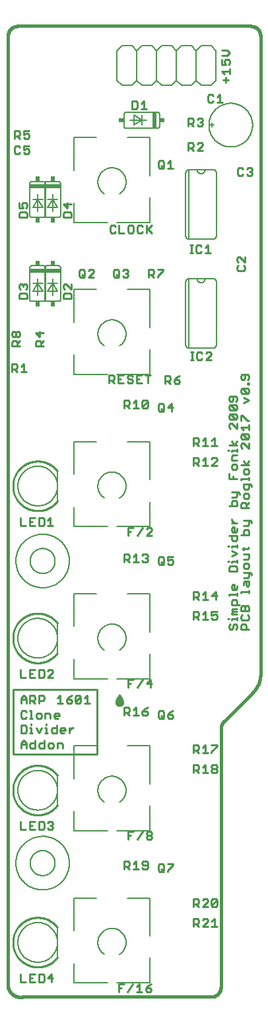
<source format=gto>
G75*
%MOIN*%
%OFA0B0*%
%FSLAX25Y25*%
%IPPOS*%
%LPD*%
%AMOC8*
5,1,8,0,0,1.08239X$1,22.5*
%
%ADD10C,0.01600*%
%ADD11C,0.01000*%
%ADD12C,0.02200*%
%ADD13C,0.00600*%
%ADD14R,0.02000X0.08000*%
%ADD15R,0.02500X0.02000*%
%ADD16R,0.08000X0.02000*%
%ADD17R,0.02000X0.02500*%
%ADD18C,0.00500*%
%ADD19C,0.00800*%
D10*
X0002988Y0006924D02*
X0002988Y0486924D01*
X0002990Y0487063D01*
X0002996Y0487202D01*
X0003006Y0487341D01*
X0003019Y0487479D01*
X0003037Y0487617D01*
X0003058Y0487755D01*
X0003083Y0487892D01*
X0003112Y0488028D01*
X0003145Y0488163D01*
X0003182Y0488297D01*
X0003222Y0488431D01*
X0003266Y0488563D01*
X0003314Y0488693D01*
X0003366Y0488822D01*
X0003421Y0488950D01*
X0003479Y0489076D01*
X0003541Y0489201D01*
X0003607Y0489324D01*
X0003676Y0489445D01*
X0003748Y0489563D01*
X0003824Y0489680D01*
X0003903Y0489795D01*
X0003985Y0489907D01*
X0004070Y0490017D01*
X0004159Y0490125D01*
X0004250Y0490230D01*
X0004344Y0490332D01*
X0004441Y0490432D01*
X0004541Y0490529D01*
X0004643Y0490623D01*
X0004748Y0490714D01*
X0004856Y0490803D01*
X0004966Y0490888D01*
X0005078Y0490970D01*
X0005193Y0491049D01*
X0005310Y0491125D01*
X0005428Y0491197D01*
X0005549Y0491266D01*
X0005672Y0491332D01*
X0005797Y0491394D01*
X0005923Y0491452D01*
X0006051Y0491507D01*
X0006180Y0491559D01*
X0006310Y0491607D01*
X0006442Y0491651D01*
X0006576Y0491691D01*
X0006710Y0491728D01*
X0006845Y0491761D01*
X0006981Y0491790D01*
X0007118Y0491815D01*
X0007256Y0491836D01*
X0007394Y0491854D01*
X0007532Y0491867D01*
X0007671Y0491877D01*
X0007810Y0491883D01*
X0007949Y0491885D01*
X0007949Y0491884D02*
X0125488Y0491884D01*
X0125628Y0491882D01*
X0125768Y0491876D01*
X0125908Y0491866D01*
X0126048Y0491853D01*
X0126187Y0491835D01*
X0126326Y0491813D01*
X0126463Y0491788D01*
X0126601Y0491759D01*
X0126737Y0491726D01*
X0126872Y0491689D01*
X0127006Y0491648D01*
X0127139Y0491603D01*
X0127271Y0491555D01*
X0127401Y0491503D01*
X0127530Y0491448D01*
X0127657Y0491389D01*
X0127783Y0491326D01*
X0127907Y0491260D01*
X0128028Y0491191D01*
X0128148Y0491118D01*
X0128266Y0491041D01*
X0128381Y0490962D01*
X0128495Y0490879D01*
X0128605Y0490793D01*
X0128714Y0490704D01*
X0128820Y0490612D01*
X0128923Y0490517D01*
X0129024Y0490420D01*
X0129121Y0490319D01*
X0129216Y0490216D01*
X0129308Y0490110D01*
X0129397Y0490001D01*
X0129483Y0489891D01*
X0129566Y0489777D01*
X0129645Y0489662D01*
X0129722Y0489544D01*
X0129795Y0489424D01*
X0129864Y0489303D01*
X0129930Y0489179D01*
X0129993Y0489053D01*
X0130052Y0488926D01*
X0130107Y0488797D01*
X0130159Y0488667D01*
X0130207Y0488535D01*
X0130252Y0488402D01*
X0130293Y0488268D01*
X0130330Y0488133D01*
X0130363Y0487997D01*
X0130392Y0487859D01*
X0130417Y0487722D01*
X0130439Y0487583D01*
X0130457Y0487444D01*
X0130470Y0487304D01*
X0130480Y0487164D01*
X0130486Y0487024D01*
X0130488Y0486884D01*
X0130488Y0164424D01*
X0126221Y0155156D02*
X0112256Y0141192D01*
X0110488Y0136924D02*
X0110488Y0006924D01*
X0110486Y0006784D01*
X0110480Y0006644D01*
X0110470Y0006504D01*
X0110457Y0006364D01*
X0110439Y0006225D01*
X0110417Y0006086D01*
X0110392Y0005949D01*
X0110363Y0005811D01*
X0110330Y0005675D01*
X0110293Y0005540D01*
X0110252Y0005406D01*
X0110207Y0005273D01*
X0110159Y0005141D01*
X0110107Y0005011D01*
X0110052Y0004882D01*
X0109993Y0004755D01*
X0109930Y0004629D01*
X0109864Y0004505D01*
X0109795Y0004384D01*
X0109722Y0004264D01*
X0109645Y0004146D01*
X0109566Y0004031D01*
X0109483Y0003917D01*
X0109397Y0003807D01*
X0109308Y0003698D01*
X0109216Y0003592D01*
X0109121Y0003489D01*
X0109024Y0003388D01*
X0108923Y0003291D01*
X0108820Y0003196D01*
X0108714Y0003104D01*
X0108605Y0003015D01*
X0108495Y0002929D01*
X0108381Y0002846D01*
X0108266Y0002767D01*
X0108148Y0002690D01*
X0108028Y0002617D01*
X0107907Y0002548D01*
X0107783Y0002482D01*
X0107657Y0002419D01*
X0107530Y0002360D01*
X0107401Y0002305D01*
X0107271Y0002253D01*
X0107139Y0002205D01*
X0107006Y0002160D01*
X0106872Y0002119D01*
X0106737Y0002082D01*
X0106601Y0002049D01*
X0106463Y0002020D01*
X0106326Y0001995D01*
X0106187Y0001973D01*
X0106048Y0001955D01*
X0105908Y0001942D01*
X0105768Y0001932D01*
X0105628Y0001926D01*
X0105488Y0001924D01*
X0010488Y0001924D01*
X0010332Y0001895D01*
X0010175Y0001869D01*
X0010017Y0001848D01*
X0009860Y0001830D01*
X0009701Y0001817D01*
X0009543Y0001807D01*
X0009384Y0001802D01*
X0009225Y0001800D01*
X0009066Y0001802D01*
X0008907Y0001809D01*
X0008749Y0001819D01*
X0008590Y0001833D01*
X0008432Y0001851D01*
X0008275Y0001873D01*
X0008118Y0001899D01*
X0007962Y0001929D01*
X0007807Y0001963D01*
X0007652Y0002000D01*
X0007499Y0002042D01*
X0007347Y0002087D01*
X0007195Y0002136D01*
X0007046Y0002189D01*
X0006897Y0002245D01*
X0006750Y0002306D01*
X0006604Y0002370D01*
X0006461Y0002437D01*
X0006318Y0002508D01*
X0006178Y0002583D01*
X0006040Y0002661D01*
X0005903Y0002742D01*
X0005769Y0002827D01*
X0005637Y0002915D01*
X0005507Y0003006D01*
X0005379Y0003101D01*
X0005254Y0003199D01*
X0005131Y0003300D01*
X0005011Y0003404D01*
X0004893Y0003511D01*
X0004778Y0003620D01*
X0004666Y0003733D01*
X0004557Y0003848D01*
X0004450Y0003966D01*
X0004347Y0004087D01*
X0004246Y0004210D01*
X0004149Y0004336D01*
X0004055Y0004464D01*
X0003964Y0004594D01*
X0003877Y0004727D01*
X0003792Y0004862D01*
X0003711Y0004998D01*
X0003634Y0005137D01*
X0003560Y0005278D01*
X0003490Y0005420D01*
X0003423Y0005564D01*
X0003359Y0005710D01*
X0003300Y0005858D01*
X0003244Y0006006D01*
X0003192Y0006156D01*
X0003143Y0006308D01*
X0003099Y0006460D01*
X0003058Y0006614D01*
X0003021Y0006769D01*
X0002988Y0006924D01*
X0057988Y0150924D02*
X0060488Y0150924D01*
X0110488Y0136924D02*
X0110490Y0137077D01*
X0110496Y0137230D01*
X0110505Y0137382D01*
X0110519Y0137535D01*
X0110536Y0137687D01*
X0110558Y0137838D01*
X0110583Y0137989D01*
X0110612Y0138139D01*
X0110644Y0138288D01*
X0110681Y0138437D01*
X0110721Y0138584D01*
X0110765Y0138731D01*
X0110812Y0138876D01*
X0110864Y0139020D01*
X0110919Y0139163D01*
X0110977Y0139304D01*
X0111039Y0139444D01*
X0111105Y0139582D01*
X0111174Y0139719D01*
X0111246Y0139853D01*
X0111322Y0139986D01*
X0111402Y0140117D01*
X0111484Y0140246D01*
X0111570Y0140372D01*
X0111659Y0140497D01*
X0111751Y0140619D01*
X0111846Y0140738D01*
X0111944Y0140856D01*
X0112045Y0140970D01*
X0112149Y0141083D01*
X0112256Y0141192D01*
X0126220Y0155157D02*
X0126451Y0155375D01*
X0126676Y0155598D01*
X0126895Y0155827D01*
X0127109Y0156061D01*
X0127318Y0156301D01*
X0127521Y0156545D01*
X0127718Y0156793D01*
X0127909Y0157047D01*
X0128093Y0157305D01*
X0128272Y0157567D01*
X0128444Y0157833D01*
X0128610Y0158104D01*
X0128770Y0158378D01*
X0128923Y0158656D01*
X0129069Y0158937D01*
X0129209Y0159222D01*
X0129341Y0159510D01*
X0129467Y0159802D01*
X0129586Y0160096D01*
X0129698Y0160393D01*
X0129802Y0160692D01*
X0129900Y0160994D01*
X0129990Y0161298D01*
X0130073Y0161605D01*
X0130149Y0161913D01*
X0130218Y0162222D01*
X0130279Y0162534D01*
X0130332Y0162846D01*
X0130378Y0163160D01*
X0130417Y0163475D01*
X0130448Y0163791D01*
X0130472Y0164107D01*
X0130488Y0164424D01*
D11*
X0124488Y0187424D02*
X0120485Y0187424D01*
X0120485Y0189425D01*
X0121152Y0190093D01*
X0122487Y0190093D01*
X0123154Y0189425D01*
X0123154Y0187424D01*
X0123821Y0192028D02*
X0124488Y0192695D01*
X0124488Y0194029D01*
X0123821Y0194697D01*
X0124488Y0196632D02*
X0124488Y0198633D01*
X0123821Y0199301D01*
X0123154Y0199301D01*
X0122487Y0198633D01*
X0122487Y0196632D01*
X0124488Y0196632D02*
X0120485Y0196632D01*
X0120485Y0198633D01*
X0121152Y0199301D01*
X0121819Y0199301D01*
X0122487Y0198633D01*
X0121152Y0194697D02*
X0120485Y0194029D01*
X0120485Y0192695D01*
X0121152Y0192028D01*
X0123821Y0192028D01*
X0118488Y0192028D02*
X0118488Y0193362D01*
X0118488Y0192695D02*
X0115819Y0192695D01*
X0115819Y0192028D01*
X0114485Y0192695D02*
X0113818Y0192695D01*
X0115152Y0190093D02*
X0114485Y0189425D01*
X0114485Y0188091D01*
X0115152Y0187424D01*
X0115819Y0187424D01*
X0116487Y0188091D01*
X0116487Y0189425D01*
X0117154Y0190093D01*
X0117821Y0190093D01*
X0118488Y0189425D01*
X0118488Y0188091D01*
X0117821Y0187424D01*
X0118488Y0195097D02*
X0115819Y0195097D01*
X0115819Y0195764D01*
X0116487Y0196431D01*
X0115819Y0197099D01*
X0116487Y0197766D01*
X0118488Y0197766D01*
X0118488Y0196431D02*
X0116487Y0196431D01*
X0115819Y0199701D02*
X0115819Y0201703D01*
X0116487Y0202370D01*
X0117821Y0202370D01*
X0118488Y0201703D01*
X0118488Y0199701D01*
X0119823Y0199701D02*
X0115819Y0199701D01*
X0114485Y0204305D02*
X0114485Y0204972D01*
X0118488Y0204972D01*
X0118488Y0204305D02*
X0118488Y0205639D01*
X0117821Y0207374D02*
X0118488Y0208041D01*
X0118488Y0209376D01*
X0117154Y0210043D02*
X0117154Y0207374D01*
X0117821Y0207374D02*
X0116487Y0207374D01*
X0115819Y0208041D01*
X0115819Y0209376D01*
X0116487Y0210043D01*
X0117154Y0210043D01*
X0120485Y0206507D02*
X0124488Y0206507D01*
X0124488Y0207174D02*
X0124488Y0205839D01*
X0123821Y0208909D02*
X0124488Y0209576D01*
X0124488Y0211578D01*
X0122487Y0211578D01*
X0121819Y0210910D01*
X0121819Y0209576D01*
X0123154Y0209576D02*
X0123154Y0211578D01*
X0123154Y0209576D02*
X0123821Y0208909D01*
X0123821Y0213513D02*
X0121819Y0213513D01*
X0123821Y0213513D02*
X0124488Y0214180D01*
X0124488Y0216182D01*
X0125156Y0216182D02*
X0125823Y0215514D01*
X0125823Y0214847D01*
X0125156Y0216182D02*
X0121819Y0216182D01*
X0122487Y0218117D02*
X0123821Y0218117D01*
X0124488Y0218784D01*
X0124488Y0220118D01*
X0123821Y0220786D01*
X0122487Y0220786D01*
X0121819Y0220118D01*
X0121819Y0218784D01*
X0122487Y0218117D01*
X0121819Y0222721D02*
X0123821Y0222721D01*
X0124488Y0223388D01*
X0124488Y0225389D01*
X0121819Y0225389D01*
X0121819Y0227324D02*
X0121819Y0228659D01*
X0121152Y0227992D02*
X0123821Y0227992D01*
X0124488Y0228659D01*
X0124488Y0234998D02*
X0124488Y0236999D01*
X0123821Y0237667D01*
X0122487Y0237667D01*
X0121819Y0236999D01*
X0121819Y0234998D01*
X0120485Y0234998D02*
X0124488Y0234998D01*
X0123821Y0239602D02*
X0124488Y0240269D01*
X0124488Y0242271D01*
X0125156Y0242271D02*
X0125823Y0241603D01*
X0125823Y0240936D01*
X0125156Y0242271D02*
X0121819Y0242271D01*
X0121819Y0239602D02*
X0123821Y0239602D01*
X0124488Y0248809D02*
X0120485Y0248809D01*
X0120485Y0250811D01*
X0121152Y0251478D01*
X0122487Y0251478D01*
X0123154Y0250811D01*
X0123154Y0248809D01*
X0123154Y0250144D02*
X0124488Y0251478D01*
X0123821Y0253413D02*
X0124488Y0254081D01*
X0124488Y0255415D01*
X0123821Y0256082D01*
X0122487Y0256082D01*
X0121819Y0255415D01*
X0121819Y0254081D01*
X0122487Y0253413D01*
X0123821Y0253413D01*
X0123821Y0258017D02*
X0122487Y0258017D01*
X0121819Y0258685D01*
X0121819Y0260686D01*
X0125156Y0260686D01*
X0125823Y0260019D01*
X0125823Y0259352D01*
X0124488Y0258685D02*
X0124488Y0260686D01*
X0124488Y0262621D02*
X0124488Y0263956D01*
X0124488Y0263288D02*
X0120485Y0263288D01*
X0120485Y0262621D01*
X0118488Y0263389D02*
X0114485Y0263389D01*
X0114485Y0266057D01*
X0116487Y0264723D02*
X0116487Y0263389D01*
X0116487Y0267992D02*
X0117821Y0267992D01*
X0118488Y0268660D01*
X0118488Y0269994D01*
X0117821Y0270661D01*
X0116487Y0270661D01*
X0115819Y0269994D01*
X0115819Y0268660D01*
X0116487Y0267992D01*
X0115819Y0272596D02*
X0115819Y0274598D01*
X0116487Y0275265D01*
X0118488Y0275265D01*
X0118488Y0277200D02*
X0118488Y0278535D01*
X0118488Y0277868D02*
X0115819Y0277868D01*
X0115819Y0277200D01*
X0114485Y0277868D02*
X0113818Y0277868D01*
X0114485Y0280270D02*
X0118488Y0280270D01*
X0117154Y0280270D02*
X0118488Y0282271D01*
X0117154Y0280270D02*
X0115819Y0282271D01*
X0115152Y0288710D02*
X0114485Y0289377D01*
X0114485Y0290712D01*
X0115152Y0291379D01*
X0115819Y0291379D01*
X0118488Y0288710D01*
X0118488Y0291379D01*
X0117821Y0293314D02*
X0118488Y0293981D01*
X0118488Y0295316D01*
X0117821Y0295983D01*
X0115152Y0295983D01*
X0117821Y0293314D01*
X0115152Y0293314D01*
X0114485Y0293981D01*
X0114485Y0295316D01*
X0115152Y0295983D01*
X0115152Y0297918D02*
X0114485Y0298585D01*
X0114485Y0299920D01*
X0115152Y0300587D01*
X0117821Y0297918D01*
X0118488Y0298585D01*
X0118488Y0299920D01*
X0117821Y0300587D01*
X0115152Y0300587D01*
X0115152Y0302522D02*
X0115819Y0302522D01*
X0116487Y0303189D01*
X0116487Y0305191D01*
X0117821Y0305191D02*
X0115152Y0305191D01*
X0114485Y0304524D01*
X0114485Y0303189D01*
X0115152Y0302522D01*
X0115152Y0297918D02*
X0117821Y0297918D01*
X0117821Y0302522D02*
X0118488Y0303189D01*
X0118488Y0304524D01*
X0117821Y0305191D01*
X0120485Y0307026D02*
X0120485Y0308360D01*
X0121152Y0309027D01*
X0123821Y0306358D01*
X0124488Y0307026D01*
X0124488Y0308360D01*
X0123821Y0309027D01*
X0121152Y0309027D01*
X0120485Y0307026D02*
X0121152Y0306358D01*
X0123821Y0306358D01*
X0121819Y0304423D02*
X0124488Y0303089D01*
X0121819Y0301755D01*
X0121152Y0295216D02*
X0123821Y0292547D01*
X0124488Y0292547D01*
X0124488Y0290612D02*
X0124488Y0287943D01*
X0124488Y0289277D02*
X0120485Y0289277D01*
X0121819Y0287943D01*
X0121152Y0286008D02*
X0123821Y0283339D01*
X0124488Y0284006D01*
X0124488Y0285341D01*
X0123821Y0286008D01*
X0121152Y0286008D01*
X0120485Y0285341D01*
X0120485Y0284006D01*
X0121152Y0283339D01*
X0123821Y0283339D01*
X0124488Y0281404D02*
X0124488Y0278735D01*
X0121819Y0281404D01*
X0121152Y0281404D01*
X0120485Y0280737D01*
X0120485Y0279402D01*
X0121152Y0278735D01*
X0121819Y0272296D02*
X0123154Y0270294D01*
X0124488Y0272296D01*
X0124488Y0270294D02*
X0120485Y0270294D01*
X0122487Y0268359D02*
X0121819Y0267692D01*
X0121819Y0266358D01*
X0122487Y0265690D01*
X0123821Y0265690D01*
X0124488Y0266358D01*
X0124488Y0267692D01*
X0123821Y0268359D01*
X0122487Y0268359D01*
X0118488Y0272596D02*
X0115819Y0272596D01*
X0115819Y0256850D02*
X0119156Y0256850D01*
X0119823Y0256182D01*
X0119823Y0255515D01*
X0118488Y0254848D02*
X0118488Y0256850D01*
X0118488Y0254848D02*
X0117821Y0254181D01*
X0115819Y0254181D01*
X0116487Y0252246D02*
X0115819Y0251578D01*
X0115819Y0249577D01*
X0114485Y0249577D02*
X0118488Y0249577D01*
X0118488Y0251578D01*
X0117821Y0252246D01*
X0116487Y0252246D01*
X0115819Y0243138D02*
X0115819Y0242471D01*
X0117154Y0241136D01*
X0118488Y0241136D02*
X0115819Y0241136D01*
X0116487Y0239201D02*
X0117154Y0239201D01*
X0117154Y0236532D01*
X0117821Y0236532D02*
X0116487Y0236532D01*
X0115819Y0237200D01*
X0115819Y0238534D01*
X0116487Y0239201D01*
X0118488Y0237200D02*
X0117821Y0236532D01*
X0118488Y0237200D02*
X0118488Y0238534D01*
X0118488Y0234597D02*
X0118488Y0232596D01*
X0117821Y0231928D01*
X0116487Y0231928D01*
X0115819Y0232596D01*
X0115819Y0234597D01*
X0114485Y0234597D02*
X0118488Y0234597D01*
X0118488Y0230194D02*
X0118488Y0228859D01*
X0118488Y0229526D02*
X0115819Y0229526D01*
X0115819Y0228859D01*
X0114485Y0229526D02*
X0113818Y0229526D01*
X0115819Y0226924D02*
X0118488Y0225590D01*
X0115819Y0224255D01*
X0115819Y0221853D02*
X0118488Y0221853D01*
X0118488Y0221186D02*
X0118488Y0222520D01*
X0117821Y0219251D02*
X0115152Y0219251D01*
X0114485Y0218584D01*
X0114485Y0216582D01*
X0118488Y0216582D01*
X0118488Y0218584D01*
X0117821Y0219251D01*
X0115819Y0221186D02*
X0115819Y0221853D01*
X0114485Y0221853D02*
X0113818Y0221853D01*
X0107792Y0206427D02*
X0107792Y0202424D01*
X0108459Y0204425D02*
X0105790Y0204425D01*
X0107792Y0206427D01*
X0108459Y0196427D02*
X0105790Y0196427D01*
X0105790Y0194425D01*
X0107125Y0195093D01*
X0107792Y0195093D01*
X0108459Y0194425D01*
X0108459Y0193091D01*
X0107792Y0192424D01*
X0106457Y0192424D01*
X0105790Y0193091D01*
X0103855Y0192424D02*
X0101186Y0192424D01*
X0102521Y0192424D02*
X0102521Y0196427D01*
X0101186Y0195093D01*
X0099251Y0195760D02*
X0099251Y0194425D01*
X0098584Y0193758D01*
X0096582Y0193758D01*
X0096582Y0192424D02*
X0096582Y0196427D01*
X0098584Y0196427D01*
X0099251Y0195760D01*
X0097917Y0193758D02*
X0099251Y0192424D01*
X0099251Y0202424D02*
X0097917Y0203758D01*
X0098584Y0203758D02*
X0096582Y0203758D01*
X0096582Y0202424D02*
X0096582Y0206427D01*
X0098584Y0206427D01*
X0099251Y0205760D01*
X0099251Y0204425D01*
X0098584Y0203758D01*
X0101186Y0202424D02*
X0103855Y0202424D01*
X0102521Y0202424D02*
X0102521Y0206427D01*
X0101186Y0205093D01*
X0086157Y0220591D02*
X0085490Y0219924D01*
X0084156Y0219924D01*
X0083488Y0220591D01*
X0083488Y0221925D02*
X0084823Y0222593D01*
X0085490Y0222593D01*
X0086157Y0221925D01*
X0086157Y0220591D01*
X0083488Y0221925D02*
X0083488Y0223927D01*
X0086157Y0223927D01*
X0081553Y0223260D02*
X0081553Y0220591D01*
X0080886Y0219924D01*
X0079552Y0219924D01*
X0078884Y0220591D01*
X0078884Y0223260D01*
X0079552Y0223927D01*
X0080886Y0223927D01*
X0081553Y0223260D01*
X0080219Y0221258D02*
X0081553Y0219924D01*
X0075487Y0234825D02*
X0072818Y0234825D01*
X0075487Y0237494D01*
X0075487Y0238162D01*
X0074820Y0238829D01*
X0073485Y0238829D01*
X0072818Y0238162D01*
X0070883Y0238829D02*
X0068214Y0234825D01*
X0066279Y0238829D02*
X0063610Y0238829D01*
X0063610Y0234825D01*
X0063610Y0236827D02*
X0064944Y0236827D01*
X0063584Y0225427D02*
X0061582Y0225427D01*
X0061582Y0221424D01*
X0061582Y0222758D02*
X0063584Y0222758D01*
X0064251Y0223425D01*
X0064251Y0224760D01*
X0063584Y0225427D01*
X0062917Y0222758D02*
X0064251Y0221424D01*
X0066186Y0221424D02*
X0068855Y0221424D01*
X0067521Y0221424D02*
X0067521Y0225427D01*
X0066186Y0224093D01*
X0070790Y0224760D02*
X0071457Y0225427D01*
X0072792Y0225427D01*
X0073459Y0224760D01*
X0073459Y0224093D01*
X0072792Y0223425D01*
X0073459Y0222758D01*
X0073459Y0222091D01*
X0072792Y0221424D01*
X0071457Y0221424D01*
X0070790Y0222091D01*
X0072125Y0223425D02*
X0072792Y0223425D01*
X0070883Y0162057D02*
X0068214Y0158054D01*
X0066279Y0162057D02*
X0063610Y0162057D01*
X0063610Y0158054D01*
X0063610Y0160055D02*
X0064944Y0160055D01*
X0063584Y0147927D02*
X0061582Y0147927D01*
X0061582Y0143924D01*
X0061582Y0145258D02*
X0063584Y0145258D01*
X0064251Y0145925D01*
X0064251Y0147260D01*
X0063584Y0147927D01*
X0062917Y0145258D02*
X0064251Y0143924D01*
X0066186Y0143924D02*
X0068855Y0143924D01*
X0067521Y0143924D02*
X0067521Y0147927D01*
X0066186Y0146593D01*
X0070790Y0145925D02*
X0070790Y0144591D01*
X0071457Y0143924D01*
X0072792Y0143924D01*
X0073459Y0144591D01*
X0073459Y0145258D01*
X0072792Y0145925D01*
X0070790Y0145925D01*
X0072125Y0147260D01*
X0073459Y0147927D01*
X0074820Y0158054D02*
X0074820Y0162057D01*
X0072818Y0160055D01*
X0075487Y0160055D01*
X0079552Y0146427D02*
X0080886Y0146427D01*
X0081553Y0145760D01*
X0081553Y0143091D01*
X0080886Y0142424D01*
X0079552Y0142424D01*
X0078884Y0143091D01*
X0078884Y0145760D01*
X0079552Y0146427D01*
X0080219Y0143758D02*
X0081553Y0142424D01*
X0083488Y0143091D02*
X0084156Y0142424D01*
X0085490Y0142424D01*
X0086157Y0143091D01*
X0086157Y0143758D01*
X0085490Y0144425D01*
X0083488Y0144425D01*
X0083488Y0143091D01*
X0083488Y0144425D02*
X0084823Y0145760D01*
X0086157Y0146427D01*
X0096582Y0128927D02*
X0096582Y0124924D01*
X0096582Y0126258D02*
X0098584Y0126258D01*
X0099251Y0126925D01*
X0099251Y0128260D01*
X0098584Y0128927D01*
X0096582Y0128927D01*
X0097917Y0126258D02*
X0099251Y0124924D01*
X0101186Y0124924D02*
X0103855Y0124924D01*
X0102521Y0124924D02*
X0102521Y0128927D01*
X0101186Y0127593D01*
X0102521Y0118927D02*
X0101186Y0117593D01*
X0102521Y0118927D02*
X0102521Y0114924D01*
X0103855Y0114924D02*
X0101186Y0114924D01*
X0099251Y0114924D02*
X0097917Y0116258D01*
X0098584Y0116258D02*
X0096582Y0116258D01*
X0096582Y0114924D02*
X0096582Y0118927D01*
X0098584Y0118927D01*
X0099251Y0118260D01*
X0099251Y0116925D01*
X0098584Y0116258D01*
X0105790Y0116258D02*
X0106457Y0116925D01*
X0107792Y0116925D01*
X0108459Y0116258D01*
X0108459Y0115591D01*
X0107792Y0114924D01*
X0106457Y0114924D01*
X0105790Y0115591D01*
X0105790Y0116258D01*
X0106457Y0116925D02*
X0105790Y0117593D01*
X0105790Y0118260D01*
X0106457Y0118927D01*
X0107792Y0118927D01*
X0108459Y0118260D01*
X0108459Y0117593D01*
X0107792Y0116925D01*
X0105790Y0124924D02*
X0105790Y0125591D01*
X0108459Y0128260D01*
X0108459Y0128927D01*
X0105790Y0128927D01*
X0086157Y0068927D02*
X0086157Y0068260D01*
X0083488Y0065591D01*
X0083488Y0064924D01*
X0083488Y0068927D02*
X0086157Y0068927D01*
X0081553Y0068260D02*
X0081553Y0065591D01*
X0080886Y0064924D01*
X0079552Y0064924D01*
X0078884Y0065591D01*
X0078884Y0068260D01*
X0079552Y0068927D01*
X0080886Y0068927D01*
X0081553Y0068260D01*
X0080219Y0066258D02*
X0081553Y0064924D01*
X0074820Y0081282D02*
X0073485Y0081282D01*
X0072818Y0081949D01*
X0072818Y0082617D01*
X0073485Y0083284D01*
X0074820Y0083284D01*
X0075487Y0082617D01*
X0075487Y0081949D01*
X0074820Y0081282D01*
X0074820Y0083284D02*
X0075487Y0083951D01*
X0075487Y0084618D01*
X0074820Y0085285D01*
X0073485Y0085285D01*
X0072818Y0084618D01*
X0072818Y0083951D01*
X0073485Y0083284D01*
X0070883Y0085285D02*
X0068214Y0081282D01*
X0066279Y0085285D02*
X0063610Y0085285D01*
X0063610Y0081282D01*
X0063610Y0083284D02*
X0064944Y0083284D01*
X0063584Y0070427D02*
X0061582Y0070427D01*
X0061582Y0066424D01*
X0061582Y0067758D02*
X0063584Y0067758D01*
X0064251Y0068425D01*
X0064251Y0069760D01*
X0063584Y0070427D01*
X0062917Y0067758D02*
X0064251Y0066424D01*
X0066186Y0066424D02*
X0068855Y0066424D01*
X0067521Y0066424D02*
X0067521Y0070427D01*
X0066186Y0069093D01*
X0070790Y0069093D02*
X0071457Y0068425D01*
X0073459Y0068425D01*
X0073459Y0067091D02*
X0073459Y0069760D01*
X0072792Y0070427D01*
X0071457Y0070427D01*
X0070790Y0069760D01*
X0070790Y0069093D01*
X0070790Y0067091D02*
X0071457Y0066424D01*
X0072792Y0066424D01*
X0073459Y0067091D01*
X0075289Y0008514D02*
X0073954Y0007847D01*
X0072620Y0006512D01*
X0074621Y0006512D01*
X0075289Y0005845D01*
X0075289Y0005178D01*
X0074621Y0004510D01*
X0073287Y0004510D01*
X0072620Y0005178D01*
X0072620Y0006512D01*
X0070685Y0004510D02*
X0068016Y0004510D01*
X0069350Y0004510D02*
X0069350Y0008514D01*
X0068016Y0007179D01*
X0066081Y0008514D02*
X0063412Y0004510D01*
X0061477Y0008514D02*
X0058808Y0008514D01*
X0058808Y0004510D01*
X0058808Y0006512D02*
X0060142Y0006512D01*
X0025761Y0011525D02*
X0023092Y0011525D01*
X0025094Y0013527D01*
X0025094Y0009524D01*
X0021157Y0010191D02*
X0020490Y0009524D01*
X0018488Y0009524D01*
X0018488Y0013527D01*
X0020490Y0013527D01*
X0021157Y0012860D01*
X0021157Y0010191D01*
X0016553Y0009524D02*
X0013884Y0009524D01*
X0013884Y0013527D01*
X0016553Y0013527D01*
X0015219Y0011525D02*
X0013884Y0011525D01*
X0011949Y0009524D02*
X0009280Y0009524D01*
X0009280Y0013527D01*
X0027988Y0021924D02*
X0027801Y0021681D01*
X0027609Y0021443D01*
X0027410Y0021210D01*
X0027206Y0020982D01*
X0026997Y0020759D01*
X0026782Y0020541D01*
X0026562Y0020328D01*
X0026337Y0020121D01*
X0026106Y0019919D01*
X0025871Y0019723D01*
X0025631Y0019533D01*
X0025387Y0019349D01*
X0025138Y0019171D01*
X0024884Y0018999D01*
X0024627Y0018833D01*
X0024366Y0018673D01*
X0024101Y0018520D01*
X0023832Y0018374D01*
X0023559Y0018234D01*
X0023284Y0018101D01*
X0023005Y0017975D01*
X0022723Y0017855D01*
X0022438Y0017743D01*
X0022151Y0017638D01*
X0021861Y0017539D01*
X0021569Y0017448D01*
X0021274Y0017364D01*
X0020978Y0017287D01*
X0020680Y0017217D01*
X0020380Y0017155D01*
X0020079Y0017100D01*
X0019777Y0017053D01*
X0019473Y0017013D01*
X0019169Y0016980D01*
X0018864Y0016955D01*
X0018558Y0016937D01*
X0018252Y0016927D01*
X0017946Y0016924D01*
X0017640Y0016929D01*
X0017334Y0016941D01*
X0017028Y0016961D01*
X0016724Y0016988D01*
X0016419Y0017023D01*
X0016116Y0017065D01*
X0015814Y0017114D01*
X0015513Y0017171D01*
X0015214Y0017236D01*
X0014916Y0017307D01*
X0014621Y0017386D01*
X0014327Y0017472D01*
X0014035Y0017565D01*
X0013746Y0017666D01*
X0013459Y0017773D01*
X0013175Y0017888D01*
X0012894Y0018009D01*
X0012616Y0018137D01*
X0012341Y0018272D01*
X0012070Y0018414D01*
X0011802Y0018562D01*
X0011538Y0018717D01*
X0011278Y0018878D01*
X0011022Y0019045D01*
X0010769Y0019219D01*
X0010522Y0019399D01*
X0010278Y0019585D01*
X0010040Y0019776D01*
X0009806Y0019974D01*
X0009577Y0020177D01*
X0009353Y0020386D01*
X0009134Y0020600D01*
X0008921Y0020820D01*
X0008713Y0021044D01*
X0008510Y0021274D01*
X0008314Y0021508D01*
X0008123Y0021748D01*
X0007938Y0021991D01*
X0007759Y0022240D01*
X0007586Y0022492D01*
X0007419Y0022749D01*
X0007259Y0023010D01*
X0007105Y0023275D01*
X0006958Y0023543D01*
X0006817Y0023815D01*
X0006683Y0024090D01*
X0006556Y0024369D01*
X0006435Y0024650D01*
X0006322Y0024935D01*
X0006216Y0025222D01*
X0006116Y0025511D01*
X0006024Y0025803D01*
X0005939Y0026097D01*
X0005861Y0026393D01*
X0005790Y0026691D01*
X0005727Y0026991D01*
X0005671Y0027292D01*
X0005623Y0027594D01*
X0005582Y0027897D01*
X0005548Y0028201D01*
X0005522Y0028506D01*
X0005503Y0028812D01*
X0005492Y0029118D01*
X0005488Y0029424D01*
X0005492Y0029730D01*
X0005503Y0030036D01*
X0005522Y0030342D01*
X0005548Y0030647D01*
X0005582Y0030951D01*
X0005623Y0031254D01*
X0005671Y0031556D01*
X0005727Y0031857D01*
X0005790Y0032157D01*
X0005861Y0032455D01*
X0005939Y0032751D01*
X0006024Y0033045D01*
X0006116Y0033337D01*
X0006216Y0033626D01*
X0006322Y0033913D01*
X0006435Y0034198D01*
X0006556Y0034479D01*
X0006683Y0034758D01*
X0006817Y0035033D01*
X0006958Y0035305D01*
X0007105Y0035573D01*
X0007259Y0035838D01*
X0007419Y0036099D01*
X0007586Y0036356D01*
X0007759Y0036608D01*
X0007938Y0036857D01*
X0008123Y0037100D01*
X0008314Y0037340D01*
X0008510Y0037574D01*
X0008713Y0037804D01*
X0008921Y0038028D01*
X0009134Y0038248D01*
X0009353Y0038462D01*
X0009577Y0038671D01*
X0009806Y0038874D01*
X0010040Y0039072D01*
X0010278Y0039263D01*
X0010522Y0039449D01*
X0010769Y0039629D01*
X0011022Y0039803D01*
X0011278Y0039970D01*
X0011538Y0040131D01*
X0011802Y0040286D01*
X0012070Y0040434D01*
X0012341Y0040576D01*
X0012616Y0040711D01*
X0012894Y0040839D01*
X0013175Y0040960D01*
X0013459Y0041075D01*
X0013746Y0041182D01*
X0014035Y0041283D01*
X0014327Y0041376D01*
X0014621Y0041462D01*
X0014916Y0041541D01*
X0015214Y0041612D01*
X0015513Y0041677D01*
X0015814Y0041734D01*
X0016116Y0041783D01*
X0016419Y0041825D01*
X0016724Y0041860D01*
X0017028Y0041887D01*
X0017334Y0041907D01*
X0017640Y0041919D01*
X0017946Y0041924D01*
X0018252Y0041921D01*
X0018558Y0041911D01*
X0018864Y0041893D01*
X0019169Y0041868D01*
X0019473Y0041835D01*
X0019777Y0041795D01*
X0020079Y0041748D01*
X0020380Y0041693D01*
X0020680Y0041631D01*
X0020978Y0041561D01*
X0021274Y0041484D01*
X0021569Y0041400D01*
X0021861Y0041309D01*
X0022151Y0041210D01*
X0022438Y0041105D01*
X0022723Y0040993D01*
X0023005Y0040873D01*
X0023284Y0040747D01*
X0023559Y0040614D01*
X0023832Y0040474D01*
X0024101Y0040328D01*
X0024366Y0040175D01*
X0024627Y0040015D01*
X0024884Y0039849D01*
X0025138Y0039677D01*
X0025387Y0039499D01*
X0025631Y0039315D01*
X0025871Y0039125D01*
X0026106Y0038929D01*
X0026337Y0038727D01*
X0026562Y0038520D01*
X0026782Y0038307D01*
X0026997Y0038089D01*
X0027206Y0037866D01*
X0027410Y0037638D01*
X0027609Y0037405D01*
X0027801Y0037167D01*
X0027988Y0036924D01*
X0025094Y0086295D02*
X0023759Y0086295D01*
X0023092Y0086963D01*
X0024427Y0088297D02*
X0025094Y0088297D01*
X0025761Y0087630D01*
X0025761Y0086963D01*
X0025094Y0086295D01*
X0025094Y0088297D02*
X0025761Y0088964D01*
X0025761Y0089632D01*
X0025094Y0090299D01*
X0023759Y0090299D01*
X0023092Y0089632D01*
X0021157Y0089632D02*
X0020490Y0090299D01*
X0018488Y0090299D01*
X0018488Y0086295D01*
X0020490Y0086295D01*
X0021157Y0086963D01*
X0021157Y0089632D01*
X0016553Y0090299D02*
X0013884Y0090299D01*
X0013884Y0086295D01*
X0016553Y0086295D01*
X0015219Y0088297D02*
X0013884Y0088297D01*
X0011949Y0086295D02*
X0009280Y0086295D01*
X0009280Y0090299D01*
X0027988Y0098695D02*
X0027801Y0098452D01*
X0027609Y0098214D01*
X0027410Y0097981D01*
X0027206Y0097753D01*
X0026997Y0097530D01*
X0026782Y0097312D01*
X0026562Y0097099D01*
X0026337Y0096892D01*
X0026106Y0096690D01*
X0025871Y0096494D01*
X0025631Y0096304D01*
X0025387Y0096120D01*
X0025138Y0095942D01*
X0024884Y0095770D01*
X0024627Y0095604D01*
X0024366Y0095444D01*
X0024101Y0095291D01*
X0023832Y0095145D01*
X0023559Y0095005D01*
X0023284Y0094872D01*
X0023005Y0094746D01*
X0022723Y0094626D01*
X0022438Y0094514D01*
X0022151Y0094409D01*
X0021861Y0094310D01*
X0021569Y0094219D01*
X0021274Y0094135D01*
X0020978Y0094058D01*
X0020680Y0093988D01*
X0020380Y0093926D01*
X0020079Y0093871D01*
X0019777Y0093824D01*
X0019473Y0093784D01*
X0019169Y0093751D01*
X0018864Y0093726D01*
X0018558Y0093708D01*
X0018252Y0093698D01*
X0017946Y0093695D01*
X0017640Y0093700D01*
X0017334Y0093712D01*
X0017028Y0093732D01*
X0016724Y0093759D01*
X0016419Y0093794D01*
X0016116Y0093836D01*
X0015814Y0093885D01*
X0015513Y0093942D01*
X0015214Y0094007D01*
X0014916Y0094078D01*
X0014621Y0094157D01*
X0014327Y0094243D01*
X0014035Y0094336D01*
X0013746Y0094437D01*
X0013459Y0094544D01*
X0013175Y0094659D01*
X0012894Y0094780D01*
X0012616Y0094908D01*
X0012341Y0095043D01*
X0012070Y0095185D01*
X0011802Y0095333D01*
X0011538Y0095488D01*
X0011278Y0095649D01*
X0011022Y0095816D01*
X0010769Y0095990D01*
X0010522Y0096170D01*
X0010278Y0096356D01*
X0010040Y0096547D01*
X0009806Y0096745D01*
X0009577Y0096948D01*
X0009353Y0097157D01*
X0009134Y0097371D01*
X0008921Y0097591D01*
X0008713Y0097815D01*
X0008510Y0098045D01*
X0008314Y0098279D01*
X0008123Y0098519D01*
X0007938Y0098762D01*
X0007759Y0099011D01*
X0007586Y0099263D01*
X0007419Y0099520D01*
X0007259Y0099781D01*
X0007105Y0100046D01*
X0006958Y0100314D01*
X0006817Y0100586D01*
X0006683Y0100861D01*
X0006556Y0101140D01*
X0006435Y0101421D01*
X0006322Y0101706D01*
X0006216Y0101993D01*
X0006116Y0102282D01*
X0006024Y0102574D01*
X0005939Y0102868D01*
X0005861Y0103164D01*
X0005790Y0103462D01*
X0005727Y0103762D01*
X0005671Y0104063D01*
X0005623Y0104365D01*
X0005582Y0104668D01*
X0005548Y0104972D01*
X0005522Y0105277D01*
X0005503Y0105583D01*
X0005492Y0105889D01*
X0005488Y0106195D01*
X0005492Y0106501D01*
X0005503Y0106807D01*
X0005522Y0107113D01*
X0005548Y0107418D01*
X0005582Y0107722D01*
X0005623Y0108025D01*
X0005671Y0108327D01*
X0005727Y0108628D01*
X0005790Y0108928D01*
X0005861Y0109226D01*
X0005939Y0109522D01*
X0006024Y0109816D01*
X0006116Y0110108D01*
X0006216Y0110397D01*
X0006322Y0110684D01*
X0006435Y0110969D01*
X0006556Y0111250D01*
X0006683Y0111529D01*
X0006817Y0111804D01*
X0006958Y0112076D01*
X0007105Y0112344D01*
X0007259Y0112609D01*
X0007419Y0112870D01*
X0007586Y0113127D01*
X0007759Y0113379D01*
X0007938Y0113628D01*
X0008123Y0113871D01*
X0008314Y0114111D01*
X0008510Y0114345D01*
X0008713Y0114575D01*
X0008921Y0114799D01*
X0009134Y0115019D01*
X0009353Y0115233D01*
X0009577Y0115442D01*
X0009806Y0115645D01*
X0010040Y0115843D01*
X0010278Y0116034D01*
X0010522Y0116220D01*
X0010769Y0116400D01*
X0011022Y0116574D01*
X0011278Y0116741D01*
X0011538Y0116902D01*
X0011802Y0117057D01*
X0012070Y0117205D01*
X0012341Y0117347D01*
X0012616Y0117482D01*
X0012894Y0117610D01*
X0013175Y0117731D01*
X0013459Y0117846D01*
X0013746Y0117953D01*
X0014035Y0118054D01*
X0014327Y0118147D01*
X0014621Y0118233D01*
X0014916Y0118312D01*
X0015214Y0118383D01*
X0015513Y0118448D01*
X0015814Y0118505D01*
X0016116Y0118554D01*
X0016419Y0118596D01*
X0016724Y0118631D01*
X0017028Y0118658D01*
X0017334Y0118678D01*
X0017640Y0118690D01*
X0017946Y0118695D01*
X0018252Y0118692D01*
X0018558Y0118682D01*
X0018864Y0118664D01*
X0019169Y0118639D01*
X0019473Y0118606D01*
X0019777Y0118566D01*
X0020079Y0118519D01*
X0020380Y0118464D01*
X0020680Y0118402D01*
X0020978Y0118332D01*
X0021274Y0118255D01*
X0021569Y0118171D01*
X0021861Y0118080D01*
X0022151Y0117981D01*
X0022438Y0117876D01*
X0022723Y0117764D01*
X0023005Y0117644D01*
X0023284Y0117518D01*
X0023559Y0117385D01*
X0023832Y0117245D01*
X0024101Y0117099D01*
X0024366Y0116946D01*
X0024627Y0116786D01*
X0024884Y0116620D01*
X0025138Y0116448D01*
X0025387Y0116270D01*
X0025631Y0116086D01*
X0025871Y0115896D01*
X0026106Y0115700D01*
X0026337Y0115498D01*
X0026562Y0115291D01*
X0026782Y0115078D01*
X0026997Y0114860D01*
X0027206Y0114637D01*
X0027410Y0114409D01*
X0027609Y0114176D01*
X0027801Y0113938D01*
X0027988Y0113695D01*
X0027904Y0127424D02*
X0027904Y0130093D01*
X0029906Y0130093D01*
X0030573Y0129425D01*
X0030573Y0127424D01*
X0030106Y0134924D02*
X0029439Y0135591D01*
X0029439Y0136925D01*
X0030106Y0137593D01*
X0031440Y0137593D01*
X0032108Y0136925D01*
X0032108Y0136258D01*
X0029439Y0136258D01*
X0030106Y0134924D02*
X0031440Y0134924D01*
X0034043Y0134924D02*
X0034043Y0137593D01*
X0035377Y0137593D02*
X0034043Y0136258D01*
X0035377Y0137593D02*
X0036044Y0137593D01*
X0034510Y0149924D02*
X0033175Y0149924D01*
X0032508Y0150591D01*
X0032508Y0151925D01*
X0034510Y0151925D01*
X0035177Y0151258D01*
X0035177Y0150591D01*
X0034510Y0149924D01*
X0032508Y0151925D02*
X0033842Y0153260D01*
X0035177Y0153927D01*
X0037112Y0153260D02*
X0037779Y0153927D01*
X0039114Y0153927D01*
X0039781Y0153260D01*
X0037112Y0150591D01*
X0037779Y0149924D01*
X0039114Y0149924D01*
X0039781Y0150591D01*
X0039781Y0153260D01*
X0041716Y0152593D02*
X0043050Y0153927D01*
X0043050Y0149924D01*
X0041716Y0149924D02*
X0044385Y0149924D01*
X0047988Y0156924D02*
X0005488Y0156924D01*
X0005488Y0124424D01*
X0047988Y0124424D01*
X0047988Y0156924D01*
X0057988Y0151924D02*
X0059238Y0154424D01*
X0060488Y0151924D01*
X0060546Y0151864D01*
X0060600Y0151801D01*
X0060652Y0151736D01*
X0060700Y0151668D01*
X0060745Y0151598D01*
X0060787Y0151526D01*
X0060826Y0151452D01*
X0060861Y0151376D01*
X0060892Y0151299D01*
X0060919Y0151220D01*
X0060943Y0151141D01*
X0060963Y0151060D01*
X0060980Y0150978D01*
X0060992Y0150896D01*
X0061001Y0150813D01*
X0061005Y0150730D01*
X0061006Y0150646D01*
X0061003Y0150563D01*
X0060995Y0150480D01*
X0060984Y0150397D01*
X0060969Y0150315D01*
X0060950Y0150234D01*
X0060928Y0150154D01*
X0060901Y0150075D01*
X0060871Y0149997D01*
X0060838Y0149921D01*
X0060800Y0149847D01*
X0060760Y0149774D01*
X0060716Y0149703D01*
X0060668Y0149635D01*
X0060618Y0149569D01*
X0060564Y0149505D01*
X0060508Y0149444D01*
X0060448Y0149385D01*
X0060386Y0149330D01*
X0060322Y0149277D01*
X0060255Y0149228D01*
X0060185Y0149181D01*
X0060114Y0149138D01*
X0060041Y0149099D01*
X0059966Y0149063D01*
X0059889Y0149030D01*
X0059811Y0149001D01*
X0059731Y0148976D01*
X0059651Y0148955D01*
X0059569Y0148937D01*
X0059487Y0148924D01*
X0059404Y0148914D01*
X0059321Y0148908D01*
X0059238Y0148906D01*
X0059155Y0148908D01*
X0059072Y0148914D01*
X0058989Y0148924D01*
X0058907Y0148937D01*
X0058825Y0148955D01*
X0058745Y0148976D01*
X0058665Y0149001D01*
X0058587Y0149030D01*
X0058510Y0149063D01*
X0058435Y0149099D01*
X0058362Y0149138D01*
X0058291Y0149181D01*
X0058221Y0149228D01*
X0058154Y0149277D01*
X0058090Y0149330D01*
X0058028Y0149385D01*
X0057968Y0149444D01*
X0057912Y0149505D01*
X0057858Y0149569D01*
X0057808Y0149635D01*
X0057760Y0149703D01*
X0057716Y0149774D01*
X0057676Y0149847D01*
X0057638Y0149921D01*
X0057605Y0149997D01*
X0057575Y0150075D01*
X0057548Y0150154D01*
X0057526Y0150234D01*
X0057507Y0150315D01*
X0057492Y0150397D01*
X0057481Y0150480D01*
X0057473Y0150563D01*
X0057470Y0150646D01*
X0057471Y0150730D01*
X0057475Y0150813D01*
X0057484Y0150896D01*
X0057496Y0150978D01*
X0057513Y0151060D01*
X0057533Y0151141D01*
X0057557Y0151220D01*
X0057584Y0151299D01*
X0057615Y0151376D01*
X0057650Y0151452D01*
X0057689Y0151526D01*
X0057731Y0151598D01*
X0057776Y0151668D01*
X0057824Y0151736D01*
X0057876Y0151801D01*
X0057930Y0151864D01*
X0057988Y0151924D01*
X0037112Y0150591D02*
X0037112Y0153260D01*
X0030573Y0149924D02*
X0027904Y0149924D01*
X0029238Y0149924D02*
X0029238Y0153927D01*
X0027904Y0152593D01*
X0028371Y0145093D02*
X0027037Y0145093D01*
X0026369Y0144425D01*
X0026369Y0143091D01*
X0027037Y0142424D01*
X0028371Y0142424D01*
X0029038Y0143758D02*
X0026369Y0143758D01*
X0024434Y0144425D02*
X0024434Y0142424D01*
X0024434Y0144425D02*
X0023767Y0145093D01*
X0021765Y0145093D01*
X0021765Y0142424D01*
X0019830Y0143091D02*
X0019830Y0144425D01*
X0019163Y0145093D01*
X0017829Y0145093D01*
X0017162Y0144425D01*
X0017162Y0143091D01*
X0017829Y0142424D01*
X0019163Y0142424D01*
X0019830Y0143091D01*
X0022433Y0139594D02*
X0022433Y0138927D01*
X0022433Y0137593D02*
X0022433Y0134924D01*
X0023100Y0134924D02*
X0021765Y0134924D01*
X0021765Y0137593D02*
X0022433Y0137593D01*
X0019830Y0137593D02*
X0018496Y0134924D01*
X0017162Y0137593D01*
X0015427Y0134924D02*
X0014092Y0134924D01*
X0014759Y0134924D02*
X0014759Y0137593D01*
X0014092Y0137593D01*
X0014759Y0138927D02*
X0014759Y0139594D01*
X0014759Y0142424D02*
X0014759Y0146427D01*
X0014092Y0146427D01*
X0012157Y0145760D02*
X0011490Y0146427D01*
X0010156Y0146427D01*
X0009488Y0145760D01*
X0009488Y0143091D01*
X0010156Y0142424D01*
X0011490Y0142424D01*
X0012157Y0143091D01*
X0014092Y0142424D02*
X0015427Y0142424D01*
X0016761Y0149924D02*
X0015427Y0151258D01*
X0016094Y0151258D02*
X0014092Y0151258D01*
X0014092Y0149924D02*
X0014092Y0153927D01*
X0016094Y0153927D01*
X0016761Y0153260D01*
X0016761Y0151925D01*
X0016094Y0151258D01*
X0018696Y0151258D02*
X0020698Y0151258D01*
X0021365Y0151925D01*
X0021365Y0153260D01*
X0020698Y0153927D01*
X0018696Y0153927D01*
X0018696Y0149924D01*
X0018488Y0163067D02*
X0020490Y0163067D01*
X0021157Y0163734D01*
X0021157Y0166403D01*
X0020490Y0167070D01*
X0018488Y0167070D01*
X0018488Y0163067D01*
X0016553Y0163067D02*
X0013884Y0163067D01*
X0013884Y0167070D01*
X0016553Y0167070D01*
X0015219Y0165069D02*
X0013884Y0165069D01*
X0011949Y0163067D02*
X0009280Y0163067D01*
X0009280Y0167070D01*
X0010823Y0153927D02*
X0009488Y0152593D01*
X0009488Y0149924D01*
X0009488Y0151925D02*
X0012157Y0151925D01*
X0012157Y0152593D02*
X0012157Y0149924D01*
X0012157Y0152593D02*
X0010823Y0153927D01*
X0011490Y0138927D02*
X0009488Y0138927D01*
X0009488Y0134924D01*
X0011490Y0134924D01*
X0012157Y0135591D01*
X0012157Y0138260D01*
X0011490Y0138927D01*
X0010823Y0131427D02*
X0012157Y0130093D01*
X0012157Y0127424D01*
X0012157Y0129425D02*
X0009488Y0129425D01*
X0009488Y0130093D02*
X0010823Y0131427D01*
X0009488Y0130093D02*
X0009488Y0127424D01*
X0014092Y0128091D02*
X0014092Y0129425D01*
X0014759Y0130093D01*
X0016761Y0130093D01*
X0016761Y0131427D02*
X0016761Y0127424D01*
X0014759Y0127424D01*
X0014092Y0128091D01*
X0018696Y0128091D02*
X0018696Y0129425D01*
X0019363Y0130093D01*
X0021365Y0130093D01*
X0021365Y0131427D02*
X0021365Y0127424D01*
X0019363Y0127424D01*
X0018696Y0128091D01*
X0023300Y0128091D02*
X0023967Y0127424D01*
X0025302Y0127424D01*
X0025969Y0128091D01*
X0025969Y0129425D01*
X0025302Y0130093D01*
X0023967Y0130093D01*
X0023300Y0129425D01*
X0023300Y0128091D01*
X0025502Y0134924D02*
X0024835Y0135591D01*
X0024835Y0136925D01*
X0025502Y0137593D01*
X0027504Y0137593D01*
X0027504Y0138927D02*
X0027504Y0134924D01*
X0025502Y0134924D01*
X0029038Y0144425D02*
X0028371Y0145093D01*
X0029038Y0144425D02*
X0029038Y0143758D01*
X0025761Y0163067D02*
X0023092Y0163067D01*
X0025761Y0165736D01*
X0025761Y0166403D01*
X0025094Y0167070D01*
X0023759Y0167070D01*
X0023092Y0166403D01*
X0027988Y0175467D02*
X0027801Y0175224D01*
X0027609Y0174986D01*
X0027410Y0174753D01*
X0027206Y0174525D01*
X0026997Y0174302D01*
X0026782Y0174084D01*
X0026562Y0173871D01*
X0026337Y0173664D01*
X0026106Y0173462D01*
X0025871Y0173266D01*
X0025631Y0173076D01*
X0025387Y0172892D01*
X0025138Y0172714D01*
X0024884Y0172542D01*
X0024627Y0172376D01*
X0024366Y0172216D01*
X0024101Y0172063D01*
X0023832Y0171917D01*
X0023559Y0171777D01*
X0023284Y0171644D01*
X0023005Y0171518D01*
X0022723Y0171398D01*
X0022438Y0171286D01*
X0022151Y0171181D01*
X0021861Y0171082D01*
X0021569Y0170991D01*
X0021274Y0170907D01*
X0020978Y0170830D01*
X0020680Y0170760D01*
X0020380Y0170698D01*
X0020079Y0170643D01*
X0019777Y0170596D01*
X0019473Y0170556D01*
X0019169Y0170523D01*
X0018864Y0170498D01*
X0018558Y0170480D01*
X0018252Y0170470D01*
X0017946Y0170467D01*
X0017640Y0170472D01*
X0017334Y0170484D01*
X0017028Y0170504D01*
X0016724Y0170531D01*
X0016419Y0170566D01*
X0016116Y0170608D01*
X0015814Y0170657D01*
X0015513Y0170714D01*
X0015214Y0170779D01*
X0014916Y0170850D01*
X0014621Y0170929D01*
X0014327Y0171015D01*
X0014035Y0171108D01*
X0013746Y0171209D01*
X0013459Y0171316D01*
X0013175Y0171431D01*
X0012894Y0171552D01*
X0012616Y0171680D01*
X0012341Y0171815D01*
X0012070Y0171957D01*
X0011802Y0172105D01*
X0011538Y0172260D01*
X0011278Y0172421D01*
X0011022Y0172588D01*
X0010769Y0172762D01*
X0010522Y0172942D01*
X0010278Y0173128D01*
X0010040Y0173319D01*
X0009806Y0173517D01*
X0009577Y0173720D01*
X0009353Y0173929D01*
X0009134Y0174143D01*
X0008921Y0174363D01*
X0008713Y0174587D01*
X0008510Y0174817D01*
X0008314Y0175051D01*
X0008123Y0175291D01*
X0007938Y0175534D01*
X0007759Y0175783D01*
X0007586Y0176035D01*
X0007419Y0176292D01*
X0007259Y0176553D01*
X0007105Y0176818D01*
X0006958Y0177086D01*
X0006817Y0177358D01*
X0006683Y0177633D01*
X0006556Y0177912D01*
X0006435Y0178193D01*
X0006322Y0178478D01*
X0006216Y0178765D01*
X0006116Y0179054D01*
X0006024Y0179346D01*
X0005939Y0179640D01*
X0005861Y0179936D01*
X0005790Y0180234D01*
X0005727Y0180534D01*
X0005671Y0180835D01*
X0005623Y0181137D01*
X0005582Y0181440D01*
X0005548Y0181744D01*
X0005522Y0182049D01*
X0005503Y0182355D01*
X0005492Y0182661D01*
X0005488Y0182967D01*
X0005492Y0183273D01*
X0005503Y0183579D01*
X0005522Y0183885D01*
X0005548Y0184190D01*
X0005582Y0184494D01*
X0005623Y0184797D01*
X0005671Y0185099D01*
X0005727Y0185400D01*
X0005790Y0185700D01*
X0005861Y0185998D01*
X0005939Y0186294D01*
X0006024Y0186588D01*
X0006116Y0186880D01*
X0006216Y0187169D01*
X0006322Y0187456D01*
X0006435Y0187741D01*
X0006556Y0188022D01*
X0006683Y0188301D01*
X0006817Y0188576D01*
X0006958Y0188848D01*
X0007105Y0189116D01*
X0007259Y0189381D01*
X0007419Y0189642D01*
X0007586Y0189899D01*
X0007759Y0190151D01*
X0007938Y0190400D01*
X0008123Y0190643D01*
X0008314Y0190883D01*
X0008510Y0191117D01*
X0008713Y0191347D01*
X0008921Y0191571D01*
X0009134Y0191791D01*
X0009353Y0192005D01*
X0009577Y0192214D01*
X0009806Y0192417D01*
X0010040Y0192615D01*
X0010278Y0192806D01*
X0010522Y0192992D01*
X0010769Y0193172D01*
X0011022Y0193346D01*
X0011278Y0193513D01*
X0011538Y0193674D01*
X0011802Y0193829D01*
X0012070Y0193977D01*
X0012341Y0194119D01*
X0012616Y0194254D01*
X0012894Y0194382D01*
X0013175Y0194503D01*
X0013459Y0194618D01*
X0013746Y0194725D01*
X0014035Y0194826D01*
X0014327Y0194919D01*
X0014621Y0195005D01*
X0014916Y0195084D01*
X0015214Y0195155D01*
X0015513Y0195220D01*
X0015814Y0195277D01*
X0016116Y0195326D01*
X0016419Y0195368D01*
X0016724Y0195403D01*
X0017028Y0195430D01*
X0017334Y0195450D01*
X0017640Y0195462D01*
X0017946Y0195467D01*
X0018252Y0195464D01*
X0018558Y0195454D01*
X0018864Y0195436D01*
X0019169Y0195411D01*
X0019473Y0195378D01*
X0019777Y0195338D01*
X0020079Y0195291D01*
X0020380Y0195236D01*
X0020680Y0195174D01*
X0020978Y0195104D01*
X0021274Y0195027D01*
X0021569Y0194943D01*
X0021861Y0194852D01*
X0022151Y0194753D01*
X0022438Y0194648D01*
X0022723Y0194536D01*
X0023005Y0194416D01*
X0023284Y0194290D01*
X0023559Y0194157D01*
X0023832Y0194017D01*
X0024101Y0193871D01*
X0024366Y0193718D01*
X0024627Y0193558D01*
X0024884Y0193392D01*
X0025138Y0193220D01*
X0025387Y0193042D01*
X0025631Y0192858D01*
X0025871Y0192668D01*
X0026106Y0192472D01*
X0026337Y0192270D01*
X0026562Y0192063D01*
X0026782Y0191850D01*
X0026997Y0191632D01*
X0027206Y0191409D01*
X0027410Y0191181D01*
X0027609Y0190948D01*
X0027801Y0190710D01*
X0027988Y0190467D01*
X0025761Y0239839D02*
X0023092Y0239839D01*
X0024427Y0239839D02*
X0024427Y0243842D01*
X0023092Y0242508D01*
X0021157Y0243175D02*
X0020490Y0243842D01*
X0018488Y0243842D01*
X0018488Y0239839D01*
X0020490Y0239839D01*
X0021157Y0240506D01*
X0021157Y0243175D01*
X0016553Y0243842D02*
X0013884Y0243842D01*
X0013884Y0239839D01*
X0016553Y0239839D01*
X0015219Y0241840D02*
X0013884Y0241840D01*
X0011949Y0239839D02*
X0009280Y0239839D01*
X0009280Y0243842D01*
X0027988Y0252239D02*
X0027801Y0251996D01*
X0027609Y0251758D01*
X0027410Y0251525D01*
X0027206Y0251297D01*
X0026997Y0251074D01*
X0026782Y0250856D01*
X0026562Y0250643D01*
X0026337Y0250436D01*
X0026106Y0250234D01*
X0025871Y0250038D01*
X0025631Y0249848D01*
X0025387Y0249664D01*
X0025138Y0249486D01*
X0024884Y0249314D01*
X0024627Y0249148D01*
X0024366Y0248988D01*
X0024101Y0248835D01*
X0023832Y0248689D01*
X0023559Y0248549D01*
X0023284Y0248416D01*
X0023005Y0248290D01*
X0022723Y0248170D01*
X0022438Y0248058D01*
X0022151Y0247953D01*
X0021861Y0247854D01*
X0021569Y0247763D01*
X0021274Y0247679D01*
X0020978Y0247602D01*
X0020680Y0247532D01*
X0020380Y0247470D01*
X0020079Y0247415D01*
X0019777Y0247368D01*
X0019473Y0247328D01*
X0019169Y0247295D01*
X0018864Y0247270D01*
X0018558Y0247252D01*
X0018252Y0247242D01*
X0017946Y0247239D01*
X0017640Y0247244D01*
X0017334Y0247256D01*
X0017028Y0247276D01*
X0016724Y0247303D01*
X0016419Y0247338D01*
X0016116Y0247380D01*
X0015814Y0247429D01*
X0015513Y0247486D01*
X0015214Y0247551D01*
X0014916Y0247622D01*
X0014621Y0247701D01*
X0014327Y0247787D01*
X0014035Y0247880D01*
X0013746Y0247981D01*
X0013459Y0248088D01*
X0013175Y0248203D01*
X0012894Y0248324D01*
X0012616Y0248452D01*
X0012341Y0248587D01*
X0012070Y0248729D01*
X0011802Y0248877D01*
X0011538Y0249032D01*
X0011278Y0249193D01*
X0011022Y0249360D01*
X0010769Y0249534D01*
X0010522Y0249714D01*
X0010278Y0249900D01*
X0010040Y0250091D01*
X0009806Y0250289D01*
X0009577Y0250492D01*
X0009353Y0250701D01*
X0009134Y0250915D01*
X0008921Y0251135D01*
X0008713Y0251359D01*
X0008510Y0251589D01*
X0008314Y0251823D01*
X0008123Y0252063D01*
X0007938Y0252306D01*
X0007759Y0252555D01*
X0007586Y0252807D01*
X0007419Y0253064D01*
X0007259Y0253325D01*
X0007105Y0253590D01*
X0006958Y0253858D01*
X0006817Y0254130D01*
X0006683Y0254405D01*
X0006556Y0254684D01*
X0006435Y0254965D01*
X0006322Y0255250D01*
X0006216Y0255537D01*
X0006116Y0255826D01*
X0006024Y0256118D01*
X0005939Y0256412D01*
X0005861Y0256708D01*
X0005790Y0257006D01*
X0005727Y0257306D01*
X0005671Y0257607D01*
X0005623Y0257909D01*
X0005582Y0258212D01*
X0005548Y0258516D01*
X0005522Y0258821D01*
X0005503Y0259127D01*
X0005492Y0259433D01*
X0005488Y0259739D01*
X0005492Y0260045D01*
X0005503Y0260351D01*
X0005522Y0260657D01*
X0005548Y0260962D01*
X0005582Y0261266D01*
X0005623Y0261569D01*
X0005671Y0261871D01*
X0005727Y0262172D01*
X0005790Y0262472D01*
X0005861Y0262770D01*
X0005939Y0263066D01*
X0006024Y0263360D01*
X0006116Y0263652D01*
X0006216Y0263941D01*
X0006322Y0264228D01*
X0006435Y0264513D01*
X0006556Y0264794D01*
X0006683Y0265073D01*
X0006817Y0265348D01*
X0006958Y0265620D01*
X0007105Y0265888D01*
X0007259Y0266153D01*
X0007419Y0266414D01*
X0007586Y0266671D01*
X0007759Y0266923D01*
X0007938Y0267172D01*
X0008123Y0267415D01*
X0008314Y0267655D01*
X0008510Y0267889D01*
X0008713Y0268119D01*
X0008921Y0268343D01*
X0009134Y0268563D01*
X0009353Y0268777D01*
X0009577Y0268986D01*
X0009806Y0269189D01*
X0010040Y0269387D01*
X0010278Y0269578D01*
X0010522Y0269764D01*
X0010769Y0269944D01*
X0011022Y0270118D01*
X0011278Y0270285D01*
X0011538Y0270446D01*
X0011802Y0270601D01*
X0012070Y0270749D01*
X0012341Y0270891D01*
X0012616Y0271026D01*
X0012894Y0271154D01*
X0013175Y0271275D01*
X0013459Y0271390D01*
X0013746Y0271497D01*
X0014035Y0271598D01*
X0014327Y0271691D01*
X0014621Y0271777D01*
X0014916Y0271856D01*
X0015214Y0271927D01*
X0015513Y0271992D01*
X0015814Y0272049D01*
X0016116Y0272098D01*
X0016419Y0272140D01*
X0016724Y0272175D01*
X0017028Y0272202D01*
X0017334Y0272222D01*
X0017640Y0272234D01*
X0017946Y0272239D01*
X0018252Y0272236D01*
X0018558Y0272226D01*
X0018864Y0272208D01*
X0019169Y0272183D01*
X0019473Y0272150D01*
X0019777Y0272110D01*
X0020079Y0272063D01*
X0020380Y0272008D01*
X0020680Y0271946D01*
X0020978Y0271876D01*
X0021274Y0271799D01*
X0021569Y0271715D01*
X0021861Y0271624D01*
X0022151Y0271525D01*
X0022438Y0271420D01*
X0022723Y0271308D01*
X0023005Y0271188D01*
X0023284Y0271062D01*
X0023559Y0270929D01*
X0023832Y0270789D01*
X0024101Y0270643D01*
X0024366Y0270490D01*
X0024627Y0270330D01*
X0024884Y0270164D01*
X0025138Y0269992D01*
X0025387Y0269814D01*
X0025631Y0269630D01*
X0025871Y0269440D01*
X0026106Y0269244D01*
X0026337Y0269042D01*
X0026562Y0268835D01*
X0026782Y0268622D01*
X0026997Y0268404D01*
X0027206Y0268181D01*
X0027410Y0267953D01*
X0027609Y0267720D01*
X0027801Y0267482D01*
X0027988Y0267239D01*
X0012157Y0317424D02*
X0009488Y0317424D01*
X0010823Y0317424D02*
X0010823Y0321427D01*
X0009488Y0320093D01*
X0007553Y0320760D02*
X0007553Y0319425D01*
X0006886Y0318758D01*
X0004884Y0318758D01*
X0004884Y0317424D02*
X0004884Y0321427D01*
X0006886Y0321427D01*
X0007553Y0320760D01*
X0006219Y0318758D02*
X0007553Y0317424D01*
X0007654Y0330320D02*
X0007654Y0332322D01*
X0006987Y0332989D01*
X0005652Y0332989D01*
X0004985Y0332322D01*
X0004985Y0330320D01*
X0008988Y0330320D01*
X0007654Y0331654D02*
X0008988Y0332989D01*
X0008321Y0334924D02*
X0007654Y0334924D01*
X0006987Y0335591D01*
X0006987Y0336925D01*
X0007654Y0337593D01*
X0008321Y0337593D01*
X0008988Y0336925D01*
X0008988Y0335591D01*
X0008321Y0334924D01*
X0006987Y0335591D02*
X0006319Y0334924D01*
X0005652Y0334924D01*
X0004985Y0335591D01*
X0004985Y0336925D01*
X0005652Y0337593D01*
X0006319Y0337593D01*
X0006987Y0336925D01*
X0008485Y0354320D02*
X0008485Y0356322D01*
X0009152Y0356989D01*
X0011821Y0356989D01*
X0012488Y0356322D01*
X0012488Y0354320D01*
X0008485Y0354320D01*
X0009152Y0358924D02*
X0008485Y0359591D01*
X0008485Y0360925D01*
X0009152Y0361593D01*
X0009819Y0361593D01*
X0010487Y0360925D01*
X0011154Y0361593D01*
X0011821Y0361593D01*
X0012488Y0360925D01*
X0012488Y0359591D01*
X0011821Y0358924D01*
X0010487Y0360258D02*
X0010487Y0360925D01*
X0016985Y0336925D02*
X0018987Y0334924D01*
X0018987Y0337593D01*
X0020988Y0336925D02*
X0016985Y0336925D01*
X0017652Y0332989D02*
X0018987Y0332989D01*
X0019654Y0332322D01*
X0019654Y0330320D01*
X0020988Y0330320D02*
X0016985Y0330320D01*
X0016985Y0332322D01*
X0017652Y0332989D01*
X0019654Y0331654D02*
X0020988Y0332989D01*
X0030985Y0354320D02*
X0030985Y0356322D01*
X0031652Y0356989D01*
X0034321Y0356989D01*
X0034988Y0356322D01*
X0034988Y0354320D01*
X0030985Y0354320D01*
X0031652Y0358924D02*
X0030985Y0359591D01*
X0030985Y0360925D01*
X0031652Y0361593D01*
X0032319Y0361593D01*
X0034988Y0358924D01*
X0034988Y0361593D01*
X0038884Y0365591D02*
X0039552Y0364924D01*
X0040886Y0364924D01*
X0041553Y0365591D01*
X0041553Y0368260D01*
X0040886Y0368927D01*
X0039552Y0368927D01*
X0038884Y0368260D01*
X0038884Y0365591D01*
X0040219Y0366258D02*
X0041553Y0364924D01*
X0043488Y0364924D02*
X0046157Y0367593D01*
X0046157Y0368260D01*
X0045490Y0368927D01*
X0044156Y0368927D01*
X0043488Y0368260D01*
X0043488Y0364924D02*
X0046157Y0364924D01*
X0055146Y0387424D02*
X0054478Y0388091D01*
X0054478Y0390760D01*
X0055146Y0391427D01*
X0056480Y0391427D01*
X0057147Y0390760D01*
X0059082Y0391427D02*
X0059082Y0387424D01*
X0061751Y0387424D01*
X0063686Y0388091D02*
X0063686Y0390760D01*
X0064354Y0391427D01*
X0065688Y0391427D01*
X0066355Y0390760D01*
X0066355Y0388091D01*
X0065688Y0387424D01*
X0064354Y0387424D01*
X0063686Y0388091D01*
X0068290Y0388091D02*
X0068957Y0387424D01*
X0070292Y0387424D01*
X0070959Y0388091D01*
X0068290Y0388091D02*
X0068290Y0390760D01*
X0068957Y0391427D01*
X0070292Y0391427D01*
X0070959Y0390760D01*
X0072894Y0391427D02*
X0072894Y0387424D01*
X0072894Y0388758D02*
X0075563Y0391427D01*
X0073561Y0389425D02*
X0075563Y0387424D01*
X0075886Y0368927D02*
X0073884Y0368927D01*
X0073884Y0364924D01*
X0073884Y0366258D02*
X0075886Y0366258D01*
X0076553Y0366925D01*
X0076553Y0368260D01*
X0075886Y0368927D01*
X0078488Y0368927D02*
X0081157Y0368927D01*
X0081157Y0368260D01*
X0078488Y0365591D01*
X0078488Y0364924D01*
X0076553Y0364924D02*
X0075219Y0366258D01*
X0063657Y0366258D02*
X0063657Y0365591D01*
X0062990Y0364924D01*
X0061656Y0364924D01*
X0060988Y0365591D01*
X0062323Y0366925D02*
X0062990Y0366925D01*
X0063657Y0366258D01*
X0062990Y0366925D02*
X0063657Y0367593D01*
X0063657Y0368260D01*
X0062990Y0368927D01*
X0061656Y0368927D01*
X0060988Y0368260D01*
X0059053Y0368260D02*
X0059053Y0365591D01*
X0058386Y0364924D01*
X0057052Y0364924D01*
X0056384Y0365591D01*
X0056384Y0368260D01*
X0057052Y0368927D01*
X0058386Y0368927D01*
X0059053Y0368260D01*
X0057719Y0366258D02*
X0059053Y0364924D01*
X0056480Y0387424D02*
X0055146Y0387424D01*
X0056480Y0387424D02*
X0057147Y0388091D01*
X0065780Y0449924D02*
X0067782Y0449924D01*
X0068449Y0450591D01*
X0068449Y0453260D01*
X0067782Y0453927D01*
X0065780Y0453927D01*
X0065780Y0449924D01*
X0070384Y0449924D02*
X0073053Y0449924D01*
X0071719Y0449924D02*
X0071719Y0453927D01*
X0070384Y0452593D01*
X0079552Y0423927D02*
X0080886Y0423927D01*
X0081553Y0423260D01*
X0081553Y0420591D01*
X0080886Y0419924D01*
X0079552Y0419924D01*
X0078884Y0420591D01*
X0078884Y0423260D01*
X0079552Y0423927D01*
X0080219Y0421258D02*
X0081553Y0419924D01*
X0083488Y0419924D02*
X0086157Y0419924D01*
X0084823Y0419924D02*
X0084823Y0423927D01*
X0083488Y0422593D01*
X0093884Y0428924D02*
X0093884Y0432927D01*
X0095886Y0432927D01*
X0096553Y0432260D01*
X0096553Y0430925D01*
X0095886Y0430258D01*
X0093884Y0430258D01*
X0095219Y0430258D02*
X0096553Y0428924D01*
X0098488Y0428924D02*
X0101157Y0431593D01*
X0101157Y0432260D01*
X0100490Y0432927D01*
X0099156Y0432927D01*
X0098488Y0432260D01*
X0098488Y0428924D02*
X0101157Y0428924D01*
X0100490Y0441424D02*
X0099156Y0441424D01*
X0098488Y0442091D01*
X0099823Y0443425D02*
X0100490Y0443425D01*
X0101157Y0442758D01*
X0101157Y0442091D01*
X0100490Y0441424D01*
X0100490Y0443425D02*
X0101157Y0444093D01*
X0101157Y0444760D01*
X0100490Y0445427D01*
X0099156Y0445427D01*
X0098488Y0444760D01*
X0096553Y0444760D02*
X0095886Y0445427D01*
X0093884Y0445427D01*
X0093884Y0441424D01*
X0093884Y0442758D02*
X0095886Y0442758D01*
X0096553Y0443425D01*
X0096553Y0444760D01*
X0095219Y0442758D02*
X0096553Y0441424D01*
X0104656Y0453424D02*
X0103988Y0454091D01*
X0103988Y0456760D01*
X0104656Y0457427D01*
X0105990Y0457427D01*
X0106657Y0456760D01*
X0108592Y0456093D02*
X0109927Y0457427D01*
X0109927Y0453424D01*
X0111261Y0453424D02*
X0108592Y0453424D01*
X0106657Y0454091D02*
X0105990Y0453424D01*
X0104656Y0453424D01*
X0111652Y0464550D02*
X0114321Y0464550D01*
X0112987Y0463216D02*
X0112987Y0465885D01*
X0112319Y0467820D02*
X0110985Y0469154D01*
X0114988Y0469154D01*
X0114988Y0467820D02*
X0114988Y0470489D01*
X0114321Y0472424D02*
X0114988Y0473091D01*
X0114988Y0474425D01*
X0114321Y0475093D01*
X0112987Y0475093D01*
X0112319Y0474425D01*
X0112319Y0473758D01*
X0112987Y0472424D01*
X0110985Y0472424D01*
X0110985Y0475093D01*
X0110985Y0477028D02*
X0113654Y0477028D01*
X0114988Y0478362D01*
X0113654Y0479697D01*
X0110985Y0479697D01*
X0119552Y0420427D02*
X0118884Y0419760D01*
X0118884Y0417091D01*
X0119552Y0416424D01*
X0120886Y0416424D01*
X0121553Y0417091D01*
X0123488Y0417091D02*
X0124156Y0416424D01*
X0125490Y0416424D01*
X0126157Y0417091D01*
X0126157Y0417758D01*
X0125490Y0418425D01*
X0124823Y0418425D01*
X0125490Y0418425D02*
X0126157Y0419093D01*
X0126157Y0419760D01*
X0125490Y0420427D01*
X0124156Y0420427D01*
X0123488Y0419760D01*
X0121553Y0419760D02*
X0120886Y0420427D01*
X0119552Y0420427D01*
X0119819Y0375489D02*
X0119152Y0375489D01*
X0118485Y0374822D01*
X0118485Y0373487D01*
X0119152Y0372820D01*
X0119152Y0370885D02*
X0118485Y0370218D01*
X0118485Y0368883D01*
X0119152Y0368216D01*
X0121821Y0368216D01*
X0122488Y0368883D01*
X0122488Y0370218D01*
X0121821Y0370885D01*
X0122488Y0372820D02*
X0119819Y0375489D01*
X0122488Y0375489D02*
X0122488Y0372820D01*
X0105192Y0377424D02*
X0102523Y0377424D01*
X0103857Y0377424D02*
X0103857Y0381427D01*
X0102523Y0380093D01*
X0100588Y0380760D02*
X0099921Y0381427D01*
X0098586Y0381427D01*
X0097919Y0380760D01*
X0097919Y0378091D01*
X0098586Y0377424D01*
X0099921Y0377424D01*
X0100588Y0378091D01*
X0096184Y0377424D02*
X0094850Y0377424D01*
X0095517Y0377424D02*
X0095517Y0381427D01*
X0094850Y0381427D02*
X0096184Y0381427D01*
X0096017Y0327427D02*
X0096017Y0323424D01*
X0095350Y0323424D02*
X0096684Y0323424D01*
X0098419Y0324091D02*
X0098419Y0326760D01*
X0099086Y0327427D01*
X0100421Y0327427D01*
X0101088Y0326760D01*
X0103023Y0326760D02*
X0103690Y0327427D01*
X0105025Y0327427D01*
X0105692Y0326760D01*
X0105692Y0326093D01*
X0103023Y0323424D01*
X0105692Y0323424D01*
X0101088Y0324091D02*
X0100421Y0323424D01*
X0099086Y0323424D01*
X0098419Y0324091D01*
X0096684Y0327427D02*
X0095350Y0327427D01*
X0089657Y0315427D02*
X0088323Y0314760D01*
X0086988Y0313425D01*
X0088990Y0313425D01*
X0089657Y0312758D01*
X0089657Y0312091D01*
X0088990Y0311424D01*
X0087656Y0311424D01*
X0086988Y0312091D01*
X0086988Y0313425D01*
X0085053Y0313425D02*
X0084386Y0312758D01*
X0082384Y0312758D01*
X0082384Y0311424D02*
X0082384Y0315427D01*
X0084386Y0315427D01*
X0085053Y0314760D01*
X0085053Y0313425D01*
X0083719Y0312758D02*
X0085053Y0311424D01*
X0085490Y0301427D02*
X0083488Y0299425D01*
X0086157Y0299425D01*
X0085490Y0297424D02*
X0085490Y0301427D01*
X0081553Y0300760D02*
X0081553Y0298091D01*
X0080886Y0297424D01*
X0079552Y0297424D01*
X0078884Y0298091D01*
X0078884Y0300760D01*
X0079552Y0301427D01*
X0080886Y0301427D01*
X0081553Y0300760D01*
X0080219Y0298758D02*
X0081553Y0297424D01*
X0075091Y0315600D02*
X0072422Y0315600D01*
X0073756Y0315600D02*
X0073756Y0311597D01*
X0070487Y0311597D02*
X0067818Y0311597D01*
X0067818Y0315600D01*
X0070487Y0315600D01*
X0069152Y0313599D02*
X0067818Y0313599D01*
X0065883Y0312931D02*
X0065883Y0312264D01*
X0065216Y0311597D01*
X0063881Y0311597D01*
X0063214Y0312264D01*
X0063881Y0313599D02*
X0063214Y0314266D01*
X0063214Y0314933D01*
X0063881Y0315600D01*
X0065216Y0315600D01*
X0065883Y0314933D01*
X0065216Y0313599D02*
X0065883Y0312931D01*
X0065216Y0313599D02*
X0063881Y0313599D01*
X0061279Y0315600D02*
X0058610Y0315600D01*
X0058610Y0311597D01*
X0061279Y0311597D01*
X0059944Y0313599D02*
X0058610Y0313599D01*
X0056675Y0313599D02*
X0056008Y0312931D01*
X0054006Y0312931D01*
X0054006Y0311597D02*
X0054006Y0315600D01*
X0056008Y0315600D01*
X0056675Y0314933D01*
X0056675Y0313599D01*
X0055340Y0312931D02*
X0056675Y0311597D01*
X0061582Y0302927D02*
X0061582Y0298924D01*
X0061582Y0300258D02*
X0063584Y0300258D01*
X0064251Y0300925D01*
X0064251Y0302260D01*
X0063584Y0302927D01*
X0061582Y0302927D01*
X0062917Y0300258D02*
X0064251Y0298924D01*
X0066186Y0298924D02*
X0068855Y0298924D01*
X0067521Y0298924D02*
X0067521Y0302927D01*
X0066186Y0301593D01*
X0070790Y0302260D02*
X0070790Y0299591D01*
X0073459Y0302260D01*
X0073459Y0299591D01*
X0072792Y0298924D01*
X0071457Y0298924D01*
X0070790Y0299591D01*
X0070790Y0302260D02*
X0071457Y0302927D01*
X0072792Y0302927D01*
X0073459Y0302260D01*
X0096582Y0283927D02*
X0096582Y0279924D01*
X0096582Y0281258D02*
X0098584Y0281258D01*
X0099251Y0281925D01*
X0099251Y0283260D01*
X0098584Y0283927D01*
X0096582Y0283927D01*
X0097917Y0281258D02*
X0099251Y0279924D01*
X0101186Y0279924D02*
X0103855Y0279924D01*
X0102521Y0279924D02*
X0102521Y0283927D01*
X0101186Y0282593D01*
X0102521Y0273927D02*
X0101186Y0272593D01*
X0102521Y0273927D02*
X0102521Y0269924D01*
X0103855Y0269924D02*
X0101186Y0269924D01*
X0099251Y0269924D02*
X0097917Y0271258D01*
X0098584Y0271258D02*
X0096582Y0271258D01*
X0096582Y0269924D02*
X0096582Y0273927D01*
X0098584Y0273927D01*
X0099251Y0273260D01*
X0099251Y0271925D01*
X0098584Y0271258D01*
X0105790Y0269924D02*
X0108459Y0272593D01*
X0108459Y0273260D01*
X0107792Y0273927D01*
X0106457Y0273927D01*
X0105790Y0273260D01*
X0105790Y0269924D02*
X0108459Y0269924D01*
X0108459Y0279924D02*
X0105790Y0279924D01*
X0107125Y0279924D02*
X0107125Y0283927D01*
X0105790Y0282593D01*
X0120485Y0292547D02*
X0120485Y0295216D01*
X0121152Y0295216D01*
X0123821Y0310962D02*
X0123821Y0311630D01*
X0124488Y0311630D01*
X0124488Y0310962D01*
X0123821Y0310962D01*
X0123821Y0313264D02*
X0124488Y0313932D01*
X0124488Y0315266D01*
X0123821Y0315933D01*
X0121152Y0315933D01*
X0120485Y0315266D01*
X0120485Y0313932D01*
X0121152Y0313264D01*
X0121819Y0313264D01*
X0122487Y0313932D01*
X0122487Y0315933D01*
X0124488Y0258685D02*
X0123821Y0258017D01*
X0120485Y0206507D02*
X0120485Y0205839D01*
X0107792Y0051427D02*
X0106457Y0051427D01*
X0105790Y0050760D01*
X0105790Y0048091D01*
X0108459Y0050760D01*
X0108459Y0048091D01*
X0107792Y0047424D01*
X0106457Y0047424D01*
X0105790Y0048091D01*
X0103855Y0047424D02*
X0101186Y0047424D01*
X0103855Y0050093D01*
X0103855Y0050760D01*
X0103188Y0051427D01*
X0101854Y0051427D01*
X0101186Y0050760D01*
X0099251Y0050760D02*
X0099251Y0049425D01*
X0098584Y0048758D01*
X0096582Y0048758D01*
X0096582Y0047424D02*
X0096582Y0051427D01*
X0098584Y0051427D01*
X0099251Y0050760D01*
X0097917Y0048758D02*
X0099251Y0047424D01*
X0098584Y0041427D02*
X0099251Y0040760D01*
X0099251Y0039425D01*
X0098584Y0038758D01*
X0096582Y0038758D01*
X0096582Y0037424D02*
X0096582Y0041427D01*
X0098584Y0041427D01*
X0097917Y0038758D02*
X0099251Y0037424D01*
X0101186Y0037424D02*
X0103855Y0040093D01*
X0103855Y0040760D01*
X0103188Y0041427D01*
X0101854Y0041427D01*
X0101186Y0040760D01*
X0101186Y0037424D02*
X0103855Y0037424D01*
X0105790Y0037424D02*
X0108459Y0037424D01*
X0107125Y0037424D02*
X0107125Y0041427D01*
X0105790Y0040093D01*
X0108459Y0050760D02*
X0107792Y0051427D01*
X0034988Y0395320D02*
X0030985Y0395320D01*
X0030985Y0397322D01*
X0031652Y0397989D01*
X0034321Y0397989D01*
X0034988Y0397322D01*
X0034988Y0395320D01*
X0034988Y0401925D02*
X0030985Y0401925D01*
X0032987Y0399924D01*
X0032987Y0402593D01*
X0012990Y0427424D02*
X0013657Y0428091D01*
X0013657Y0429425D01*
X0012990Y0430093D01*
X0012323Y0430093D01*
X0010988Y0429425D01*
X0010988Y0431427D01*
X0013657Y0431427D01*
X0012990Y0434924D02*
X0013657Y0435591D01*
X0013657Y0436925D01*
X0012990Y0437593D01*
X0012323Y0437593D01*
X0010988Y0436925D01*
X0010988Y0438927D01*
X0013657Y0438927D01*
X0012990Y0434924D02*
X0011656Y0434924D01*
X0010988Y0435591D01*
X0009053Y0434924D02*
X0007719Y0436258D01*
X0008386Y0436258D02*
X0006384Y0436258D01*
X0006384Y0434924D02*
X0006384Y0438927D01*
X0008386Y0438927D01*
X0009053Y0438260D01*
X0009053Y0436925D01*
X0008386Y0436258D01*
X0008386Y0431427D02*
X0007052Y0431427D01*
X0006384Y0430760D01*
X0006384Y0428091D01*
X0007052Y0427424D01*
X0008386Y0427424D01*
X0009053Y0428091D01*
X0009053Y0430760D02*
X0008386Y0431427D01*
X0010988Y0428091D02*
X0011656Y0427424D01*
X0012990Y0427424D01*
X0011821Y0402593D02*
X0010487Y0402593D01*
X0009819Y0401925D01*
X0009819Y0401258D01*
X0010487Y0399924D01*
X0008485Y0399924D01*
X0008485Y0402593D01*
X0009152Y0397989D02*
X0008485Y0397322D01*
X0008485Y0395320D01*
X0012488Y0395320D01*
X0012488Y0397322D01*
X0011821Y0397989D01*
X0009152Y0397989D01*
X0011821Y0399924D02*
X0012488Y0400591D01*
X0012488Y0401925D01*
X0011821Y0402593D01*
D12*
X0059238Y0152924D02*
X0059238Y0149924D01*
D13*
X0006988Y0221924D02*
X0006992Y0222255D01*
X0007004Y0222586D01*
X0007025Y0222917D01*
X0007053Y0223247D01*
X0007090Y0223577D01*
X0007134Y0223905D01*
X0007187Y0224232D01*
X0007247Y0224558D01*
X0007316Y0224882D01*
X0007393Y0225204D01*
X0007477Y0225525D01*
X0007569Y0225843D01*
X0007669Y0226159D01*
X0007777Y0226472D01*
X0007893Y0226783D01*
X0008016Y0227090D01*
X0008146Y0227395D01*
X0008284Y0227696D01*
X0008429Y0227994D01*
X0008582Y0228288D01*
X0008742Y0228578D01*
X0008909Y0228864D01*
X0009082Y0229146D01*
X0009263Y0229424D01*
X0009451Y0229697D01*
X0009645Y0229966D01*
X0009845Y0230230D01*
X0010052Y0230488D01*
X0010266Y0230742D01*
X0010485Y0230990D01*
X0010711Y0231233D01*
X0010942Y0231470D01*
X0011179Y0231701D01*
X0011422Y0231927D01*
X0011670Y0232146D01*
X0011924Y0232360D01*
X0012182Y0232567D01*
X0012446Y0232767D01*
X0012715Y0232961D01*
X0012988Y0233149D01*
X0013266Y0233330D01*
X0013548Y0233503D01*
X0013834Y0233670D01*
X0014124Y0233830D01*
X0014418Y0233983D01*
X0014716Y0234128D01*
X0015017Y0234266D01*
X0015322Y0234396D01*
X0015629Y0234519D01*
X0015940Y0234635D01*
X0016253Y0234743D01*
X0016569Y0234843D01*
X0016887Y0234935D01*
X0017208Y0235019D01*
X0017530Y0235096D01*
X0017854Y0235165D01*
X0018180Y0235225D01*
X0018507Y0235278D01*
X0018835Y0235322D01*
X0019165Y0235359D01*
X0019495Y0235387D01*
X0019826Y0235408D01*
X0020157Y0235420D01*
X0020488Y0235424D01*
X0020819Y0235420D01*
X0021150Y0235408D01*
X0021481Y0235387D01*
X0021811Y0235359D01*
X0022141Y0235322D01*
X0022469Y0235278D01*
X0022796Y0235225D01*
X0023122Y0235165D01*
X0023446Y0235096D01*
X0023768Y0235019D01*
X0024089Y0234935D01*
X0024407Y0234843D01*
X0024723Y0234743D01*
X0025036Y0234635D01*
X0025347Y0234519D01*
X0025654Y0234396D01*
X0025959Y0234266D01*
X0026260Y0234128D01*
X0026558Y0233983D01*
X0026852Y0233830D01*
X0027142Y0233670D01*
X0027428Y0233503D01*
X0027710Y0233330D01*
X0027988Y0233149D01*
X0028261Y0232961D01*
X0028530Y0232767D01*
X0028794Y0232567D01*
X0029052Y0232360D01*
X0029306Y0232146D01*
X0029554Y0231927D01*
X0029797Y0231701D01*
X0030034Y0231470D01*
X0030265Y0231233D01*
X0030491Y0230990D01*
X0030710Y0230742D01*
X0030924Y0230488D01*
X0031131Y0230230D01*
X0031331Y0229966D01*
X0031525Y0229697D01*
X0031713Y0229424D01*
X0031894Y0229146D01*
X0032067Y0228864D01*
X0032234Y0228578D01*
X0032394Y0228288D01*
X0032547Y0227994D01*
X0032692Y0227696D01*
X0032830Y0227395D01*
X0032960Y0227090D01*
X0033083Y0226783D01*
X0033199Y0226472D01*
X0033307Y0226159D01*
X0033407Y0225843D01*
X0033499Y0225525D01*
X0033583Y0225204D01*
X0033660Y0224882D01*
X0033729Y0224558D01*
X0033789Y0224232D01*
X0033842Y0223905D01*
X0033886Y0223577D01*
X0033923Y0223247D01*
X0033951Y0222917D01*
X0033972Y0222586D01*
X0033984Y0222255D01*
X0033988Y0221924D01*
X0033984Y0221593D01*
X0033972Y0221262D01*
X0033951Y0220931D01*
X0033923Y0220601D01*
X0033886Y0220271D01*
X0033842Y0219943D01*
X0033789Y0219616D01*
X0033729Y0219290D01*
X0033660Y0218966D01*
X0033583Y0218644D01*
X0033499Y0218323D01*
X0033407Y0218005D01*
X0033307Y0217689D01*
X0033199Y0217376D01*
X0033083Y0217065D01*
X0032960Y0216758D01*
X0032830Y0216453D01*
X0032692Y0216152D01*
X0032547Y0215854D01*
X0032394Y0215560D01*
X0032234Y0215270D01*
X0032067Y0214984D01*
X0031894Y0214702D01*
X0031713Y0214424D01*
X0031525Y0214151D01*
X0031331Y0213882D01*
X0031131Y0213618D01*
X0030924Y0213360D01*
X0030710Y0213106D01*
X0030491Y0212858D01*
X0030265Y0212615D01*
X0030034Y0212378D01*
X0029797Y0212147D01*
X0029554Y0211921D01*
X0029306Y0211702D01*
X0029052Y0211488D01*
X0028794Y0211281D01*
X0028530Y0211081D01*
X0028261Y0210887D01*
X0027988Y0210699D01*
X0027710Y0210518D01*
X0027428Y0210345D01*
X0027142Y0210178D01*
X0026852Y0210018D01*
X0026558Y0209865D01*
X0026260Y0209720D01*
X0025959Y0209582D01*
X0025654Y0209452D01*
X0025347Y0209329D01*
X0025036Y0209213D01*
X0024723Y0209105D01*
X0024407Y0209005D01*
X0024089Y0208913D01*
X0023768Y0208829D01*
X0023446Y0208752D01*
X0023122Y0208683D01*
X0022796Y0208623D01*
X0022469Y0208570D01*
X0022141Y0208526D01*
X0021811Y0208489D01*
X0021481Y0208461D01*
X0021150Y0208440D01*
X0020819Y0208428D01*
X0020488Y0208424D01*
X0020157Y0208428D01*
X0019826Y0208440D01*
X0019495Y0208461D01*
X0019165Y0208489D01*
X0018835Y0208526D01*
X0018507Y0208570D01*
X0018180Y0208623D01*
X0017854Y0208683D01*
X0017530Y0208752D01*
X0017208Y0208829D01*
X0016887Y0208913D01*
X0016569Y0209005D01*
X0016253Y0209105D01*
X0015940Y0209213D01*
X0015629Y0209329D01*
X0015322Y0209452D01*
X0015017Y0209582D01*
X0014716Y0209720D01*
X0014418Y0209865D01*
X0014124Y0210018D01*
X0013834Y0210178D01*
X0013548Y0210345D01*
X0013266Y0210518D01*
X0012988Y0210699D01*
X0012715Y0210887D01*
X0012446Y0211081D01*
X0012182Y0211281D01*
X0011924Y0211488D01*
X0011670Y0211702D01*
X0011422Y0211921D01*
X0011179Y0212147D01*
X0010942Y0212378D01*
X0010711Y0212615D01*
X0010485Y0212858D01*
X0010266Y0213106D01*
X0010052Y0213360D01*
X0009845Y0213618D01*
X0009645Y0213882D01*
X0009451Y0214151D01*
X0009263Y0214424D01*
X0009082Y0214702D01*
X0008909Y0214984D01*
X0008742Y0215270D01*
X0008582Y0215560D01*
X0008429Y0215854D01*
X0008284Y0216152D01*
X0008146Y0216453D01*
X0008016Y0216758D01*
X0007893Y0217065D01*
X0007777Y0217376D01*
X0007669Y0217689D01*
X0007569Y0218005D01*
X0007477Y0218323D01*
X0007393Y0218644D01*
X0007316Y0218966D01*
X0007247Y0219290D01*
X0007187Y0219616D01*
X0007134Y0219943D01*
X0007090Y0220271D01*
X0007053Y0220601D01*
X0007025Y0220931D01*
X0007004Y0221262D01*
X0006992Y0221593D01*
X0006988Y0221924D01*
X0007988Y0259739D02*
X0007991Y0259984D01*
X0008000Y0260230D01*
X0008015Y0260475D01*
X0008036Y0260719D01*
X0008063Y0260963D01*
X0008096Y0261206D01*
X0008135Y0261449D01*
X0008180Y0261690D01*
X0008231Y0261930D01*
X0008288Y0262169D01*
X0008350Y0262406D01*
X0008419Y0262642D01*
X0008493Y0262876D01*
X0008573Y0263108D01*
X0008658Y0263338D01*
X0008749Y0263566D01*
X0008846Y0263791D01*
X0008948Y0264015D01*
X0009056Y0264235D01*
X0009169Y0264453D01*
X0009287Y0264668D01*
X0009411Y0264880D01*
X0009539Y0265089D01*
X0009673Y0265295D01*
X0009812Y0265497D01*
X0009956Y0265696D01*
X0010105Y0265891D01*
X0010258Y0266083D01*
X0010416Y0266271D01*
X0010578Y0266455D01*
X0010746Y0266634D01*
X0010917Y0266810D01*
X0011093Y0266981D01*
X0011272Y0267149D01*
X0011456Y0267311D01*
X0011644Y0267469D01*
X0011836Y0267622D01*
X0012031Y0267771D01*
X0012230Y0267915D01*
X0012432Y0268054D01*
X0012638Y0268188D01*
X0012847Y0268316D01*
X0013059Y0268440D01*
X0013274Y0268558D01*
X0013492Y0268671D01*
X0013712Y0268779D01*
X0013936Y0268881D01*
X0014161Y0268978D01*
X0014389Y0269069D01*
X0014619Y0269154D01*
X0014851Y0269234D01*
X0015085Y0269308D01*
X0015321Y0269377D01*
X0015558Y0269439D01*
X0015797Y0269496D01*
X0016037Y0269547D01*
X0016278Y0269592D01*
X0016521Y0269631D01*
X0016764Y0269664D01*
X0017008Y0269691D01*
X0017252Y0269712D01*
X0017497Y0269727D01*
X0017743Y0269736D01*
X0017988Y0269739D01*
X0018233Y0269736D01*
X0018479Y0269727D01*
X0018724Y0269712D01*
X0018968Y0269691D01*
X0019212Y0269664D01*
X0019455Y0269631D01*
X0019698Y0269592D01*
X0019939Y0269547D01*
X0020179Y0269496D01*
X0020418Y0269439D01*
X0020655Y0269377D01*
X0020891Y0269308D01*
X0021125Y0269234D01*
X0021357Y0269154D01*
X0021587Y0269069D01*
X0021815Y0268978D01*
X0022040Y0268881D01*
X0022264Y0268779D01*
X0022484Y0268671D01*
X0022702Y0268558D01*
X0022917Y0268440D01*
X0023129Y0268316D01*
X0023338Y0268188D01*
X0023544Y0268054D01*
X0023746Y0267915D01*
X0023945Y0267771D01*
X0024140Y0267622D01*
X0024332Y0267469D01*
X0024520Y0267311D01*
X0024704Y0267149D01*
X0024883Y0266981D01*
X0025059Y0266810D01*
X0025230Y0266634D01*
X0025398Y0266455D01*
X0025560Y0266271D01*
X0025718Y0266083D01*
X0025871Y0265891D01*
X0026020Y0265696D01*
X0026164Y0265497D01*
X0026303Y0265295D01*
X0026437Y0265089D01*
X0026565Y0264880D01*
X0026689Y0264668D01*
X0026807Y0264453D01*
X0026920Y0264235D01*
X0027028Y0264015D01*
X0027130Y0263791D01*
X0027227Y0263566D01*
X0027318Y0263338D01*
X0027403Y0263108D01*
X0027483Y0262876D01*
X0027557Y0262642D01*
X0027626Y0262406D01*
X0027688Y0262169D01*
X0027745Y0261930D01*
X0027796Y0261690D01*
X0027841Y0261449D01*
X0027880Y0261206D01*
X0027913Y0260963D01*
X0027940Y0260719D01*
X0027961Y0260475D01*
X0027976Y0260230D01*
X0027985Y0259984D01*
X0027988Y0259739D01*
X0027985Y0259494D01*
X0027976Y0259248D01*
X0027961Y0259003D01*
X0027940Y0258759D01*
X0027913Y0258515D01*
X0027880Y0258272D01*
X0027841Y0258029D01*
X0027796Y0257788D01*
X0027745Y0257548D01*
X0027688Y0257309D01*
X0027626Y0257072D01*
X0027557Y0256836D01*
X0027483Y0256602D01*
X0027403Y0256370D01*
X0027318Y0256140D01*
X0027227Y0255912D01*
X0027130Y0255687D01*
X0027028Y0255463D01*
X0026920Y0255243D01*
X0026807Y0255025D01*
X0026689Y0254810D01*
X0026565Y0254598D01*
X0026437Y0254389D01*
X0026303Y0254183D01*
X0026164Y0253981D01*
X0026020Y0253782D01*
X0025871Y0253587D01*
X0025718Y0253395D01*
X0025560Y0253207D01*
X0025398Y0253023D01*
X0025230Y0252844D01*
X0025059Y0252668D01*
X0024883Y0252497D01*
X0024704Y0252329D01*
X0024520Y0252167D01*
X0024332Y0252009D01*
X0024140Y0251856D01*
X0023945Y0251707D01*
X0023746Y0251563D01*
X0023544Y0251424D01*
X0023338Y0251290D01*
X0023129Y0251162D01*
X0022917Y0251038D01*
X0022702Y0250920D01*
X0022484Y0250807D01*
X0022264Y0250699D01*
X0022040Y0250597D01*
X0021815Y0250500D01*
X0021587Y0250409D01*
X0021357Y0250324D01*
X0021125Y0250244D01*
X0020891Y0250170D01*
X0020655Y0250101D01*
X0020418Y0250039D01*
X0020179Y0249982D01*
X0019939Y0249931D01*
X0019698Y0249886D01*
X0019455Y0249847D01*
X0019212Y0249814D01*
X0018968Y0249787D01*
X0018724Y0249766D01*
X0018479Y0249751D01*
X0018233Y0249742D01*
X0017988Y0249739D01*
X0017743Y0249742D01*
X0017497Y0249751D01*
X0017252Y0249766D01*
X0017008Y0249787D01*
X0016764Y0249814D01*
X0016521Y0249847D01*
X0016278Y0249886D01*
X0016037Y0249931D01*
X0015797Y0249982D01*
X0015558Y0250039D01*
X0015321Y0250101D01*
X0015085Y0250170D01*
X0014851Y0250244D01*
X0014619Y0250324D01*
X0014389Y0250409D01*
X0014161Y0250500D01*
X0013936Y0250597D01*
X0013712Y0250699D01*
X0013492Y0250807D01*
X0013274Y0250920D01*
X0013059Y0251038D01*
X0012847Y0251162D01*
X0012638Y0251290D01*
X0012432Y0251424D01*
X0012230Y0251563D01*
X0012031Y0251707D01*
X0011836Y0251856D01*
X0011644Y0252009D01*
X0011456Y0252167D01*
X0011272Y0252329D01*
X0011093Y0252497D01*
X0010917Y0252668D01*
X0010746Y0252844D01*
X0010578Y0253023D01*
X0010416Y0253207D01*
X0010258Y0253395D01*
X0010105Y0253587D01*
X0009956Y0253782D01*
X0009812Y0253981D01*
X0009673Y0254183D01*
X0009539Y0254389D01*
X0009411Y0254598D01*
X0009287Y0254810D01*
X0009169Y0255025D01*
X0009056Y0255243D01*
X0008948Y0255463D01*
X0008846Y0255687D01*
X0008749Y0255912D01*
X0008658Y0256140D01*
X0008573Y0256370D01*
X0008493Y0256602D01*
X0008419Y0256836D01*
X0008350Y0257072D01*
X0008288Y0257309D01*
X0008231Y0257548D01*
X0008180Y0257788D01*
X0008135Y0258029D01*
X0008096Y0258272D01*
X0008063Y0258515D01*
X0008036Y0258759D01*
X0008015Y0259003D01*
X0008000Y0259248D01*
X0007991Y0259494D01*
X0007988Y0259739D01*
X0007988Y0182967D02*
X0007991Y0183212D01*
X0008000Y0183458D01*
X0008015Y0183703D01*
X0008036Y0183947D01*
X0008063Y0184191D01*
X0008096Y0184434D01*
X0008135Y0184677D01*
X0008180Y0184918D01*
X0008231Y0185158D01*
X0008288Y0185397D01*
X0008350Y0185634D01*
X0008419Y0185870D01*
X0008493Y0186104D01*
X0008573Y0186336D01*
X0008658Y0186566D01*
X0008749Y0186794D01*
X0008846Y0187019D01*
X0008948Y0187243D01*
X0009056Y0187463D01*
X0009169Y0187681D01*
X0009287Y0187896D01*
X0009411Y0188108D01*
X0009539Y0188317D01*
X0009673Y0188523D01*
X0009812Y0188725D01*
X0009956Y0188924D01*
X0010105Y0189119D01*
X0010258Y0189311D01*
X0010416Y0189499D01*
X0010578Y0189683D01*
X0010746Y0189862D01*
X0010917Y0190038D01*
X0011093Y0190209D01*
X0011272Y0190377D01*
X0011456Y0190539D01*
X0011644Y0190697D01*
X0011836Y0190850D01*
X0012031Y0190999D01*
X0012230Y0191143D01*
X0012432Y0191282D01*
X0012638Y0191416D01*
X0012847Y0191544D01*
X0013059Y0191668D01*
X0013274Y0191786D01*
X0013492Y0191899D01*
X0013712Y0192007D01*
X0013936Y0192109D01*
X0014161Y0192206D01*
X0014389Y0192297D01*
X0014619Y0192382D01*
X0014851Y0192462D01*
X0015085Y0192536D01*
X0015321Y0192605D01*
X0015558Y0192667D01*
X0015797Y0192724D01*
X0016037Y0192775D01*
X0016278Y0192820D01*
X0016521Y0192859D01*
X0016764Y0192892D01*
X0017008Y0192919D01*
X0017252Y0192940D01*
X0017497Y0192955D01*
X0017743Y0192964D01*
X0017988Y0192967D01*
X0018233Y0192964D01*
X0018479Y0192955D01*
X0018724Y0192940D01*
X0018968Y0192919D01*
X0019212Y0192892D01*
X0019455Y0192859D01*
X0019698Y0192820D01*
X0019939Y0192775D01*
X0020179Y0192724D01*
X0020418Y0192667D01*
X0020655Y0192605D01*
X0020891Y0192536D01*
X0021125Y0192462D01*
X0021357Y0192382D01*
X0021587Y0192297D01*
X0021815Y0192206D01*
X0022040Y0192109D01*
X0022264Y0192007D01*
X0022484Y0191899D01*
X0022702Y0191786D01*
X0022917Y0191668D01*
X0023129Y0191544D01*
X0023338Y0191416D01*
X0023544Y0191282D01*
X0023746Y0191143D01*
X0023945Y0190999D01*
X0024140Y0190850D01*
X0024332Y0190697D01*
X0024520Y0190539D01*
X0024704Y0190377D01*
X0024883Y0190209D01*
X0025059Y0190038D01*
X0025230Y0189862D01*
X0025398Y0189683D01*
X0025560Y0189499D01*
X0025718Y0189311D01*
X0025871Y0189119D01*
X0026020Y0188924D01*
X0026164Y0188725D01*
X0026303Y0188523D01*
X0026437Y0188317D01*
X0026565Y0188108D01*
X0026689Y0187896D01*
X0026807Y0187681D01*
X0026920Y0187463D01*
X0027028Y0187243D01*
X0027130Y0187019D01*
X0027227Y0186794D01*
X0027318Y0186566D01*
X0027403Y0186336D01*
X0027483Y0186104D01*
X0027557Y0185870D01*
X0027626Y0185634D01*
X0027688Y0185397D01*
X0027745Y0185158D01*
X0027796Y0184918D01*
X0027841Y0184677D01*
X0027880Y0184434D01*
X0027913Y0184191D01*
X0027940Y0183947D01*
X0027961Y0183703D01*
X0027976Y0183458D01*
X0027985Y0183212D01*
X0027988Y0182967D01*
X0027985Y0182722D01*
X0027976Y0182476D01*
X0027961Y0182231D01*
X0027940Y0181987D01*
X0027913Y0181743D01*
X0027880Y0181500D01*
X0027841Y0181257D01*
X0027796Y0181016D01*
X0027745Y0180776D01*
X0027688Y0180537D01*
X0027626Y0180300D01*
X0027557Y0180064D01*
X0027483Y0179830D01*
X0027403Y0179598D01*
X0027318Y0179368D01*
X0027227Y0179140D01*
X0027130Y0178915D01*
X0027028Y0178691D01*
X0026920Y0178471D01*
X0026807Y0178253D01*
X0026689Y0178038D01*
X0026565Y0177826D01*
X0026437Y0177617D01*
X0026303Y0177411D01*
X0026164Y0177209D01*
X0026020Y0177010D01*
X0025871Y0176815D01*
X0025718Y0176623D01*
X0025560Y0176435D01*
X0025398Y0176251D01*
X0025230Y0176072D01*
X0025059Y0175896D01*
X0024883Y0175725D01*
X0024704Y0175557D01*
X0024520Y0175395D01*
X0024332Y0175237D01*
X0024140Y0175084D01*
X0023945Y0174935D01*
X0023746Y0174791D01*
X0023544Y0174652D01*
X0023338Y0174518D01*
X0023129Y0174390D01*
X0022917Y0174266D01*
X0022702Y0174148D01*
X0022484Y0174035D01*
X0022264Y0173927D01*
X0022040Y0173825D01*
X0021815Y0173728D01*
X0021587Y0173637D01*
X0021357Y0173552D01*
X0021125Y0173472D01*
X0020891Y0173398D01*
X0020655Y0173329D01*
X0020418Y0173267D01*
X0020179Y0173210D01*
X0019939Y0173159D01*
X0019698Y0173114D01*
X0019455Y0173075D01*
X0019212Y0173042D01*
X0018968Y0173015D01*
X0018724Y0172994D01*
X0018479Y0172979D01*
X0018233Y0172970D01*
X0017988Y0172967D01*
X0017743Y0172970D01*
X0017497Y0172979D01*
X0017252Y0172994D01*
X0017008Y0173015D01*
X0016764Y0173042D01*
X0016521Y0173075D01*
X0016278Y0173114D01*
X0016037Y0173159D01*
X0015797Y0173210D01*
X0015558Y0173267D01*
X0015321Y0173329D01*
X0015085Y0173398D01*
X0014851Y0173472D01*
X0014619Y0173552D01*
X0014389Y0173637D01*
X0014161Y0173728D01*
X0013936Y0173825D01*
X0013712Y0173927D01*
X0013492Y0174035D01*
X0013274Y0174148D01*
X0013059Y0174266D01*
X0012847Y0174390D01*
X0012638Y0174518D01*
X0012432Y0174652D01*
X0012230Y0174791D01*
X0012031Y0174935D01*
X0011836Y0175084D01*
X0011644Y0175237D01*
X0011456Y0175395D01*
X0011272Y0175557D01*
X0011093Y0175725D01*
X0010917Y0175896D01*
X0010746Y0176072D01*
X0010578Y0176251D01*
X0010416Y0176435D01*
X0010258Y0176623D01*
X0010105Y0176815D01*
X0009956Y0177010D01*
X0009812Y0177209D01*
X0009673Y0177411D01*
X0009539Y0177617D01*
X0009411Y0177826D01*
X0009287Y0178038D01*
X0009169Y0178253D01*
X0009056Y0178471D01*
X0008948Y0178691D01*
X0008846Y0178915D01*
X0008749Y0179140D01*
X0008658Y0179368D01*
X0008573Y0179598D01*
X0008493Y0179830D01*
X0008419Y0180064D01*
X0008350Y0180300D01*
X0008288Y0180537D01*
X0008231Y0180776D01*
X0008180Y0181016D01*
X0008135Y0181257D01*
X0008096Y0181500D01*
X0008063Y0181743D01*
X0008036Y0181987D01*
X0008015Y0182231D01*
X0008000Y0182476D01*
X0007991Y0182722D01*
X0007988Y0182967D01*
X0007988Y0106195D02*
X0007991Y0106440D01*
X0008000Y0106686D01*
X0008015Y0106931D01*
X0008036Y0107175D01*
X0008063Y0107419D01*
X0008096Y0107662D01*
X0008135Y0107905D01*
X0008180Y0108146D01*
X0008231Y0108386D01*
X0008288Y0108625D01*
X0008350Y0108862D01*
X0008419Y0109098D01*
X0008493Y0109332D01*
X0008573Y0109564D01*
X0008658Y0109794D01*
X0008749Y0110022D01*
X0008846Y0110247D01*
X0008948Y0110471D01*
X0009056Y0110691D01*
X0009169Y0110909D01*
X0009287Y0111124D01*
X0009411Y0111336D01*
X0009539Y0111545D01*
X0009673Y0111751D01*
X0009812Y0111953D01*
X0009956Y0112152D01*
X0010105Y0112347D01*
X0010258Y0112539D01*
X0010416Y0112727D01*
X0010578Y0112911D01*
X0010746Y0113090D01*
X0010917Y0113266D01*
X0011093Y0113437D01*
X0011272Y0113605D01*
X0011456Y0113767D01*
X0011644Y0113925D01*
X0011836Y0114078D01*
X0012031Y0114227D01*
X0012230Y0114371D01*
X0012432Y0114510D01*
X0012638Y0114644D01*
X0012847Y0114772D01*
X0013059Y0114896D01*
X0013274Y0115014D01*
X0013492Y0115127D01*
X0013712Y0115235D01*
X0013936Y0115337D01*
X0014161Y0115434D01*
X0014389Y0115525D01*
X0014619Y0115610D01*
X0014851Y0115690D01*
X0015085Y0115764D01*
X0015321Y0115833D01*
X0015558Y0115895D01*
X0015797Y0115952D01*
X0016037Y0116003D01*
X0016278Y0116048D01*
X0016521Y0116087D01*
X0016764Y0116120D01*
X0017008Y0116147D01*
X0017252Y0116168D01*
X0017497Y0116183D01*
X0017743Y0116192D01*
X0017988Y0116195D01*
X0018233Y0116192D01*
X0018479Y0116183D01*
X0018724Y0116168D01*
X0018968Y0116147D01*
X0019212Y0116120D01*
X0019455Y0116087D01*
X0019698Y0116048D01*
X0019939Y0116003D01*
X0020179Y0115952D01*
X0020418Y0115895D01*
X0020655Y0115833D01*
X0020891Y0115764D01*
X0021125Y0115690D01*
X0021357Y0115610D01*
X0021587Y0115525D01*
X0021815Y0115434D01*
X0022040Y0115337D01*
X0022264Y0115235D01*
X0022484Y0115127D01*
X0022702Y0115014D01*
X0022917Y0114896D01*
X0023129Y0114772D01*
X0023338Y0114644D01*
X0023544Y0114510D01*
X0023746Y0114371D01*
X0023945Y0114227D01*
X0024140Y0114078D01*
X0024332Y0113925D01*
X0024520Y0113767D01*
X0024704Y0113605D01*
X0024883Y0113437D01*
X0025059Y0113266D01*
X0025230Y0113090D01*
X0025398Y0112911D01*
X0025560Y0112727D01*
X0025718Y0112539D01*
X0025871Y0112347D01*
X0026020Y0112152D01*
X0026164Y0111953D01*
X0026303Y0111751D01*
X0026437Y0111545D01*
X0026565Y0111336D01*
X0026689Y0111124D01*
X0026807Y0110909D01*
X0026920Y0110691D01*
X0027028Y0110471D01*
X0027130Y0110247D01*
X0027227Y0110022D01*
X0027318Y0109794D01*
X0027403Y0109564D01*
X0027483Y0109332D01*
X0027557Y0109098D01*
X0027626Y0108862D01*
X0027688Y0108625D01*
X0027745Y0108386D01*
X0027796Y0108146D01*
X0027841Y0107905D01*
X0027880Y0107662D01*
X0027913Y0107419D01*
X0027940Y0107175D01*
X0027961Y0106931D01*
X0027976Y0106686D01*
X0027985Y0106440D01*
X0027988Y0106195D01*
X0027985Y0105950D01*
X0027976Y0105704D01*
X0027961Y0105459D01*
X0027940Y0105215D01*
X0027913Y0104971D01*
X0027880Y0104728D01*
X0027841Y0104485D01*
X0027796Y0104244D01*
X0027745Y0104004D01*
X0027688Y0103765D01*
X0027626Y0103528D01*
X0027557Y0103292D01*
X0027483Y0103058D01*
X0027403Y0102826D01*
X0027318Y0102596D01*
X0027227Y0102368D01*
X0027130Y0102143D01*
X0027028Y0101919D01*
X0026920Y0101699D01*
X0026807Y0101481D01*
X0026689Y0101266D01*
X0026565Y0101054D01*
X0026437Y0100845D01*
X0026303Y0100639D01*
X0026164Y0100437D01*
X0026020Y0100238D01*
X0025871Y0100043D01*
X0025718Y0099851D01*
X0025560Y0099663D01*
X0025398Y0099479D01*
X0025230Y0099300D01*
X0025059Y0099124D01*
X0024883Y0098953D01*
X0024704Y0098785D01*
X0024520Y0098623D01*
X0024332Y0098465D01*
X0024140Y0098312D01*
X0023945Y0098163D01*
X0023746Y0098019D01*
X0023544Y0097880D01*
X0023338Y0097746D01*
X0023129Y0097618D01*
X0022917Y0097494D01*
X0022702Y0097376D01*
X0022484Y0097263D01*
X0022264Y0097155D01*
X0022040Y0097053D01*
X0021815Y0096956D01*
X0021587Y0096865D01*
X0021357Y0096780D01*
X0021125Y0096700D01*
X0020891Y0096626D01*
X0020655Y0096557D01*
X0020418Y0096495D01*
X0020179Y0096438D01*
X0019939Y0096387D01*
X0019698Y0096342D01*
X0019455Y0096303D01*
X0019212Y0096270D01*
X0018968Y0096243D01*
X0018724Y0096222D01*
X0018479Y0096207D01*
X0018233Y0096198D01*
X0017988Y0096195D01*
X0017743Y0096198D01*
X0017497Y0096207D01*
X0017252Y0096222D01*
X0017008Y0096243D01*
X0016764Y0096270D01*
X0016521Y0096303D01*
X0016278Y0096342D01*
X0016037Y0096387D01*
X0015797Y0096438D01*
X0015558Y0096495D01*
X0015321Y0096557D01*
X0015085Y0096626D01*
X0014851Y0096700D01*
X0014619Y0096780D01*
X0014389Y0096865D01*
X0014161Y0096956D01*
X0013936Y0097053D01*
X0013712Y0097155D01*
X0013492Y0097263D01*
X0013274Y0097376D01*
X0013059Y0097494D01*
X0012847Y0097618D01*
X0012638Y0097746D01*
X0012432Y0097880D01*
X0012230Y0098019D01*
X0012031Y0098163D01*
X0011836Y0098312D01*
X0011644Y0098465D01*
X0011456Y0098623D01*
X0011272Y0098785D01*
X0011093Y0098953D01*
X0010917Y0099124D01*
X0010746Y0099300D01*
X0010578Y0099479D01*
X0010416Y0099663D01*
X0010258Y0099851D01*
X0010105Y0100043D01*
X0009956Y0100238D01*
X0009812Y0100437D01*
X0009673Y0100639D01*
X0009539Y0100845D01*
X0009411Y0101054D01*
X0009287Y0101266D01*
X0009169Y0101481D01*
X0009056Y0101699D01*
X0008948Y0101919D01*
X0008846Y0102143D01*
X0008749Y0102368D01*
X0008658Y0102596D01*
X0008573Y0102826D01*
X0008493Y0103058D01*
X0008419Y0103292D01*
X0008350Y0103528D01*
X0008288Y0103765D01*
X0008231Y0104004D01*
X0008180Y0104244D01*
X0008135Y0104485D01*
X0008096Y0104728D01*
X0008063Y0104971D01*
X0008036Y0105215D01*
X0008015Y0105459D01*
X0008000Y0105704D01*
X0007991Y0105950D01*
X0007988Y0106195D01*
X0006988Y0069424D02*
X0006992Y0069755D01*
X0007004Y0070086D01*
X0007025Y0070417D01*
X0007053Y0070747D01*
X0007090Y0071077D01*
X0007134Y0071405D01*
X0007187Y0071732D01*
X0007247Y0072058D01*
X0007316Y0072382D01*
X0007393Y0072704D01*
X0007477Y0073025D01*
X0007569Y0073343D01*
X0007669Y0073659D01*
X0007777Y0073972D01*
X0007893Y0074283D01*
X0008016Y0074590D01*
X0008146Y0074895D01*
X0008284Y0075196D01*
X0008429Y0075494D01*
X0008582Y0075788D01*
X0008742Y0076078D01*
X0008909Y0076364D01*
X0009082Y0076646D01*
X0009263Y0076924D01*
X0009451Y0077197D01*
X0009645Y0077466D01*
X0009845Y0077730D01*
X0010052Y0077988D01*
X0010266Y0078242D01*
X0010485Y0078490D01*
X0010711Y0078733D01*
X0010942Y0078970D01*
X0011179Y0079201D01*
X0011422Y0079427D01*
X0011670Y0079646D01*
X0011924Y0079860D01*
X0012182Y0080067D01*
X0012446Y0080267D01*
X0012715Y0080461D01*
X0012988Y0080649D01*
X0013266Y0080830D01*
X0013548Y0081003D01*
X0013834Y0081170D01*
X0014124Y0081330D01*
X0014418Y0081483D01*
X0014716Y0081628D01*
X0015017Y0081766D01*
X0015322Y0081896D01*
X0015629Y0082019D01*
X0015940Y0082135D01*
X0016253Y0082243D01*
X0016569Y0082343D01*
X0016887Y0082435D01*
X0017208Y0082519D01*
X0017530Y0082596D01*
X0017854Y0082665D01*
X0018180Y0082725D01*
X0018507Y0082778D01*
X0018835Y0082822D01*
X0019165Y0082859D01*
X0019495Y0082887D01*
X0019826Y0082908D01*
X0020157Y0082920D01*
X0020488Y0082924D01*
X0020819Y0082920D01*
X0021150Y0082908D01*
X0021481Y0082887D01*
X0021811Y0082859D01*
X0022141Y0082822D01*
X0022469Y0082778D01*
X0022796Y0082725D01*
X0023122Y0082665D01*
X0023446Y0082596D01*
X0023768Y0082519D01*
X0024089Y0082435D01*
X0024407Y0082343D01*
X0024723Y0082243D01*
X0025036Y0082135D01*
X0025347Y0082019D01*
X0025654Y0081896D01*
X0025959Y0081766D01*
X0026260Y0081628D01*
X0026558Y0081483D01*
X0026852Y0081330D01*
X0027142Y0081170D01*
X0027428Y0081003D01*
X0027710Y0080830D01*
X0027988Y0080649D01*
X0028261Y0080461D01*
X0028530Y0080267D01*
X0028794Y0080067D01*
X0029052Y0079860D01*
X0029306Y0079646D01*
X0029554Y0079427D01*
X0029797Y0079201D01*
X0030034Y0078970D01*
X0030265Y0078733D01*
X0030491Y0078490D01*
X0030710Y0078242D01*
X0030924Y0077988D01*
X0031131Y0077730D01*
X0031331Y0077466D01*
X0031525Y0077197D01*
X0031713Y0076924D01*
X0031894Y0076646D01*
X0032067Y0076364D01*
X0032234Y0076078D01*
X0032394Y0075788D01*
X0032547Y0075494D01*
X0032692Y0075196D01*
X0032830Y0074895D01*
X0032960Y0074590D01*
X0033083Y0074283D01*
X0033199Y0073972D01*
X0033307Y0073659D01*
X0033407Y0073343D01*
X0033499Y0073025D01*
X0033583Y0072704D01*
X0033660Y0072382D01*
X0033729Y0072058D01*
X0033789Y0071732D01*
X0033842Y0071405D01*
X0033886Y0071077D01*
X0033923Y0070747D01*
X0033951Y0070417D01*
X0033972Y0070086D01*
X0033984Y0069755D01*
X0033988Y0069424D01*
X0033984Y0069093D01*
X0033972Y0068762D01*
X0033951Y0068431D01*
X0033923Y0068101D01*
X0033886Y0067771D01*
X0033842Y0067443D01*
X0033789Y0067116D01*
X0033729Y0066790D01*
X0033660Y0066466D01*
X0033583Y0066144D01*
X0033499Y0065823D01*
X0033407Y0065505D01*
X0033307Y0065189D01*
X0033199Y0064876D01*
X0033083Y0064565D01*
X0032960Y0064258D01*
X0032830Y0063953D01*
X0032692Y0063652D01*
X0032547Y0063354D01*
X0032394Y0063060D01*
X0032234Y0062770D01*
X0032067Y0062484D01*
X0031894Y0062202D01*
X0031713Y0061924D01*
X0031525Y0061651D01*
X0031331Y0061382D01*
X0031131Y0061118D01*
X0030924Y0060860D01*
X0030710Y0060606D01*
X0030491Y0060358D01*
X0030265Y0060115D01*
X0030034Y0059878D01*
X0029797Y0059647D01*
X0029554Y0059421D01*
X0029306Y0059202D01*
X0029052Y0058988D01*
X0028794Y0058781D01*
X0028530Y0058581D01*
X0028261Y0058387D01*
X0027988Y0058199D01*
X0027710Y0058018D01*
X0027428Y0057845D01*
X0027142Y0057678D01*
X0026852Y0057518D01*
X0026558Y0057365D01*
X0026260Y0057220D01*
X0025959Y0057082D01*
X0025654Y0056952D01*
X0025347Y0056829D01*
X0025036Y0056713D01*
X0024723Y0056605D01*
X0024407Y0056505D01*
X0024089Y0056413D01*
X0023768Y0056329D01*
X0023446Y0056252D01*
X0023122Y0056183D01*
X0022796Y0056123D01*
X0022469Y0056070D01*
X0022141Y0056026D01*
X0021811Y0055989D01*
X0021481Y0055961D01*
X0021150Y0055940D01*
X0020819Y0055928D01*
X0020488Y0055924D01*
X0020157Y0055928D01*
X0019826Y0055940D01*
X0019495Y0055961D01*
X0019165Y0055989D01*
X0018835Y0056026D01*
X0018507Y0056070D01*
X0018180Y0056123D01*
X0017854Y0056183D01*
X0017530Y0056252D01*
X0017208Y0056329D01*
X0016887Y0056413D01*
X0016569Y0056505D01*
X0016253Y0056605D01*
X0015940Y0056713D01*
X0015629Y0056829D01*
X0015322Y0056952D01*
X0015017Y0057082D01*
X0014716Y0057220D01*
X0014418Y0057365D01*
X0014124Y0057518D01*
X0013834Y0057678D01*
X0013548Y0057845D01*
X0013266Y0058018D01*
X0012988Y0058199D01*
X0012715Y0058387D01*
X0012446Y0058581D01*
X0012182Y0058781D01*
X0011924Y0058988D01*
X0011670Y0059202D01*
X0011422Y0059421D01*
X0011179Y0059647D01*
X0010942Y0059878D01*
X0010711Y0060115D01*
X0010485Y0060358D01*
X0010266Y0060606D01*
X0010052Y0060860D01*
X0009845Y0061118D01*
X0009645Y0061382D01*
X0009451Y0061651D01*
X0009263Y0061924D01*
X0009082Y0062202D01*
X0008909Y0062484D01*
X0008742Y0062770D01*
X0008582Y0063060D01*
X0008429Y0063354D01*
X0008284Y0063652D01*
X0008146Y0063953D01*
X0008016Y0064258D01*
X0007893Y0064565D01*
X0007777Y0064876D01*
X0007669Y0065189D01*
X0007569Y0065505D01*
X0007477Y0065823D01*
X0007393Y0066144D01*
X0007316Y0066466D01*
X0007247Y0066790D01*
X0007187Y0067116D01*
X0007134Y0067443D01*
X0007090Y0067771D01*
X0007053Y0068101D01*
X0007025Y0068431D01*
X0007004Y0068762D01*
X0006992Y0069093D01*
X0006988Y0069424D01*
X0007988Y0029424D02*
X0007991Y0029669D01*
X0008000Y0029915D01*
X0008015Y0030160D01*
X0008036Y0030404D01*
X0008063Y0030648D01*
X0008096Y0030891D01*
X0008135Y0031134D01*
X0008180Y0031375D01*
X0008231Y0031615D01*
X0008288Y0031854D01*
X0008350Y0032091D01*
X0008419Y0032327D01*
X0008493Y0032561D01*
X0008573Y0032793D01*
X0008658Y0033023D01*
X0008749Y0033251D01*
X0008846Y0033476D01*
X0008948Y0033700D01*
X0009056Y0033920D01*
X0009169Y0034138D01*
X0009287Y0034353D01*
X0009411Y0034565D01*
X0009539Y0034774D01*
X0009673Y0034980D01*
X0009812Y0035182D01*
X0009956Y0035381D01*
X0010105Y0035576D01*
X0010258Y0035768D01*
X0010416Y0035956D01*
X0010578Y0036140D01*
X0010746Y0036319D01*
X0010917Y0036495D01*
X0011093Y0036666D01*
X0011272Y0036834D01*
X0011456Y0036996D01*
X0011644Y0037154D01*
X0011836Y0037307D01*
X0012031Y0037456D01*
X0012230Y0037600D01*
X0012432Y0037739D01*
X0012638Y0037873D01*
X0012847Y0038001D01*
X0013059Y0038125D01*
X0013274Y0038243D01*
X0013492Y0038356D01*
X0013712Y0038464D01*
X0013936Y0038566D01*
X0014161Y0038663D01*
X0014389Y0038754D01*
X0014619Y0038839D01*
X0014851Y0038919D01*
X0015085Y0038993D01*
X0015321Y0039062D01*
X0015558Y0039124D01*
X0015797Y0039181D01*
X0016037Y0039232D01*
X0016278Y0039277D01*
X0016521Y0039316D01*
X0016764Y0039349D01*
X0017008Y0039376D01*
X0017252Y0039397D01*
X0017497Y0039412D01*
X0017743Y0039421D01*
X0017988Y0039424D01*
X0018233Y0039421D01*
X0018479Y0039412D01*
X0018724Y0039397D01*
X0018968Y0039376D01*
X0019212Y0039349D01*
X0019455Y0039316D01*
X0019698Y0039277D01*
X0019939Y0039232D01*
X0020179Y0039181D01*
X0020418Y0039124D01*
X0020655Y0039062D01*
X0020891Y0038993D01*
X0021125Y0038919D01*
X0021357Y0038839D01*
X0021587Y0038754D01*
X0021815Y0038663D01*
X0022040Y0038566D01*
X0022264Y0038464D01*
X0022484Y0038356D01*
X0022702Y0038243D01*
X0022917Y0038125D01*
X0023129Y0038001D01*
X0023338Y0037873D01*
X0023544Y0037739D01*
X0023746Y0037600D01*
X0023945Y0037456D01*
X0024140Y0037307D01*
X0024332Y0037154D01*
X0024520Y0036996D01*
X0024704Y0036834D01*
X0024883Y0036666D01*
X0025059Y0036495D01*
X0025230Y0036319D01*
X0025398Y0036140D01*
X0025560Y0035956D01*
X0025718Y0035768D01*
X0025871Y0035576D01*
X0026020Y0035381D01*
X0026164Y0035182D01*
X0026303Y0034980D01*
X0026437Y0034774D01*
X0026565Y0034565D01*
X0026689Y0034353D01*
X0026807Y0034138D01*
X0026920Y0033920D01*
X0027028Y0033700D01*
X0027130Y0033476D01*
X0027227Y0033251D01*
X0027318Y0033023D01*
X0027403Y0032793D01*
X0027483Y0032561D01*
X0027557Y0032327D01*
X0027626Y0032091D01*
X0027688Y0031854D01*
X0027745Y0031615D01*
X0027796Y0031375D01*
X0027841Y0031134D01*
X0027880Y0030891D01*
X0027913Y0030648D01*
X0027940Y0030404D01*
X0027961Y0030160D01*
X0027976Y0029915D01*
X0027985Y0029669D01*
X0027988Y0029424D01*
X0027985Y0029179D01*
X0027976Y0028933D01*
X0027961Y0028688D01*
X0027940Y0028444D01*
X0027913Y0028200D01*
X0027880Y0027957D01*
X0027841Y0027714D01*
X0027796Y0027473D01*
X0027745Y0027233D01*
X0027688Y0026994D01*
X0027626Y0026757D01*
X0027557Y0026521D01*
X0027483Y0026287D01*
X0027403Y0026055D01*
X0027318Y0025825D01*
X0027227Y0025597D01*
X0027130Y0025372D01*
X0027028Y0025148D01*
X0026920Y0024928D01*
X0026807Y0024710D01*
X0026689Y0024495D01*
X0026565Y0024283D01*
X0026437Y0024074D01*
X0026303Y0023868D01*
X0026164Y0023666D01*
X0026020Y0023467D01*
X0025871Y0023272D01*
X0025718Y0023080D01*
X0025560Y0022892D01*
X0025398Y0022708D01*
X0025230Y0022529D01*
X0025059Y0022353D01*
X0024883Y0022182D01*
X0024704Y0022014D01*
X0024520Y0021852D01*
X0024332Y0021694D01*
X0024140Y0021541D01*
X0023945Y0021392D01*
X0023746Y0021248D01*
X0023544Y0021109D01*
X0023338Y0020975D01*
X0023129Y0020847D01*
X0022917Y0020723D01*
X0022702Y0020605D01*
X0022484Y0020492D01*
X0022264Y0020384D01*
X0022040Y0020282D01*
X0021815Y0020185D01*
X0021587Y0020094D01*
X0021357Y0020009D01*
X0021125Y0019929D01*
X0020891Y0019855D01*
X0020655Y0019786D01*
X0020418Y0019724D01*
X0020179Y0019667D01*
X0019939Y0019616D01*
X0019698Y0019571D01*
X0019455Y0019532D01*
X0019212Y0019499D01*
X0018968Y0019472D01*
X0018724Y0019451D01*
X0018479Y0019436D01*
X0018233Y0019427D01*
X0017988Y0019424D01*
X0017743Y0019427D01*
X0017497Y0019436D01*
X0017252Y0019451D01*
X0017008Y0019472D01*
X0016764Y0019499D01*
X0016521Y0019532D01*
X0016278Y0019571D01*
X0016037Y0019616D01*
X0015797Y0019667D01*
X0015558Y0019724D01*
X0015321Y0019786D01*
X0015085Y0019855D01*
X0014851Y0019929D01*
X0014619Y0020009D01*
X0014389Y0020094D01*
X0014161Y0020185D01*
X0013936Y0020282D01*
X0013712Y0020384D01*
X0013492Y0020492D01*
X0013274Y0020605D01*
X0013059Y0020723D01*
X0012847Y0020847D01*
X0012638Y0020975D01*
X0012432Y0021109D01*
X0012230Y0021248D01*
X0012031Y0021392D01*
X0011836Y0021541D01*
X0011644Y0021694D01*
X0011456Y0021852D01*
X0011272Y0022014D01*
X0011093Y0022182D01*
X0010917Y0022353D01*
X0010746Y0022529D01*
X0010578Y0022708D01*
X0010416Y0022892D01*
X0010258Y0023080D01*
X0010105Y0023272D01*
X0009956Y0023467D01*
X0009812Y0023666D01*
X0009673Y0023868D01*
X0009539Y0024074D01*
X0009411Y0024283D01*
X0009287Y0024495D01*
X0009169Y0024710D01*
X0009056Y0024928D01*
X0008948Y0025148D01*
X0008846Y0025372D01*
X0008749Y0025597D01*
X0008658Y0025825D01*
X0008573Y0026055D01*
X0008493Y0026287D01*
X0008419Y0026521D01*
X0008350Y0026757D01*
X0008288Y0026994D01*
X0008231Y0027233D01*
X0008180Y0027473D01*
X0008135Y0027714D01*
X0008096Y0027957D01*
X0008063Y0028200D01*
X0008036Y0028444D01*
X0008015Y0028688D01*
X0008000Y0028933D01*
X0007991Y0029179D01*
X0007988Y0029424D01*
X0094188Y0329424D02*
X0094188Y0364424D01*
X0094288Y0364424D02*
X0098488Y0364424D01*
X0102488Y0364424D01*
X0106688Y0364424D01*
X0106764Y0364422D01*
X0106840Y0364416D01*
X0106915Y0364407D01*
X0106990Y0364393D01*
X0107064Y0364376D01*
X0107137Y0364355D01*
X0107209Y0364331D01*
X0107280Y0364302D01*
X0107349Y0364271D01*
X0107416Y0364236D01*
X0107481Y0364197D01*
X0107545Y0364155D01*
X0107606Y0364110D01*
X0107665Y0364062D01*
X0107721Y0364011D01*
X0107775Y0363957D01*
X0107826Y0363901D01*
X0107874Y0363842D01*
X0107919Y0363781D01*
X0107961Y0363717D01*
X0108000Y0363652D01*
X0108035Y0363585D01*
X0108066Y0363516D01*
X0108095Y0363445D01*
X0108119Y0363373D01*
X0108140Y0363300D01*
X0108157Y0363226D01*
X0108171Y0363151D01*
X0108180Y0363076D01*
X0108186Y0363000D01*
X0108188Y0362924D01*
X0108188Y0330924D01*
X0108186Y0330848D01*
X0108180Y0330772D01*
X0108171Y0330697D01*
X0108157Y0330622D01*
X0108140Y0330548D01*
X0108119Y0330475D01*
X0108095Y0330403D01*
X0108066Y0330332D01*
X0108035Y0330263D01*
X0108000Y0330196D01*
X0107961Y0330131D01*
X0107919Y0330067D01*
X0107874Y0330006D01*
X0107826Y0329947D01*
X0107775Y0329891D01*
X0107721Y0329837D01*
X0107665Y0329786D01*
X0107606Y0329738D01*
X0107545Y0329693D01*
X0107481Y0329651D01*
X0107416Y0329612D01*
X0107349Y0329577D01*
X0107280Y0329546D01*
X0107209Y0329517D01*
X0107137Y0329493D01*
X0107064Y0329472D01*
X0106990Y0329455D01*
X0106915Y0329441D01*
X0106840Y0329432D01*
X0106764Y0329426D01*
X0106688Y0329424D01*
X0094288Y0329424D01*
X0094212Y0329426D01*
X0094136Y0329432D01*
X0094061Y0329441D01*
X0093986Y0329455D01*
X0093912Y0329472D01*
X0093839Y0329493D01*
X0093767Y0329517D01*
X0093696Y0329546D01*
X0093627Y0329577D01*
X0093560Y0329612D01*
X0093495Y0329651D01*
X0093431Y0329693D01*
X0093370Y0329738D01*
X0093311Y0329786D01*
X0093255Y0329837D01*
X0093201Y0329891D01*
X0093150Y0329947D01*
X0093102Y0330006D01*
X0093057Y0330067D01*
X0093015Y0330131D01*
X0092976Y0330196D01*
X0092941Y0330263D01*
X0092910Y0330332D01*
X0092881Y0330403D01*
X0092857Y0330475D01*
X0092836Y0330548D01*
X0092819Y0330622D01*
X0092805Y0330697D01*
X0092796Y0330772D01*
X0092790Y0330848D01*
X0092788Y0330924D01*
X0092788Y0362924D01*
X0092790Y0363000D01*
X0092796Y0363076D01*
X0092805Y0363151D01*
X0092819Y0363226D01*
X0092836Y0363300D01*
X0092857Y0363373D01*
X0092881Y0363445D01*
X0092910Y0363516D01*
X0092941Y0363585D01*
X0092976Y0363652D01*
X0093015Y0363717D01*
X0093057Y0363781D01*
X0093102Y0363842D01*
X0093150Y0363901D01*
X0093201Y0363957D01*
X0093255Y0364011D01*
X0093311Y0364062D01*
X0093370Y0364110D01*
X0093431Y0364155D01*
X0093495Y0364197D01*
X0093560Y0364236D01*
X0093627Y0364271D01*
X0093696Y0364302D01*
X0093767Y0364331D01*
X0093839Y0364355D01*
X0093912Y0364376D01*
X0093986Y0364393D01*
X0094061Y0364407D01*
X0094136Y0364416D01*
X0094212Y0364422D01*
X0094288Y0364424D01*
X0098488Y0364424D02*
X0098490Y0364336D01*
X0098496Y0364247D01*
X0098506Y0364159D01*
X0098519Y0364072D01*
X0098537Y0363985D01*
X0098558Y0363899D01*
X0098583Y0363814D01*
X0098612Y0363731D01*
X0098645Y0363648D01*
X0098681Y0363568D01*
X0098720Y0363489D01*
X0098763Y0363411D01*
X0098810Y0363336D01*
X0098860Y0363263D01*
X0098913Y0363192D01*
X0098969Y0363123D01*
X0099028Y0363057D01*
X0099090Y0362994D01*
X0099154Y0362934D01*
X0099221Y0362876D01*
X0099291Y0362822D01*
X0099363Y0362770D01*
X0099437Y0362722D01*
X0099514Y0362677D01*
X0099592Y0362636D01*
X0099672Y0362598D01*
X0099753Y0362564D01*
X0099836Y0362533D01*
X0099921Y0362506D01*
X0100006Y0362483D01*
X0100092Y0362464D01*
X0100180Y0362448D01*
X0100267Y0362436D01*
X0100355Y0362428D01*
X0100444Y0362424D01*
X0100532Y0362424D01*
X0100621Y0362428D01*
X0100709Y0362436D01*
X0100796Y0362448D01*
X0100884Y0362464D01*
X0100970Y0362483D01*
X0101055Y0362506D01*
X0101140Y0362533D01*
X0101223Y0362564D01*
X0101304Y0362598D01*
X0101384Y0362636D01*
X0101462Y0362677D01*
X0101539Y0362722D01*
X0101613Y0362770D01*
X0101685Y0362822D01*
X0101755Y0362876D01*
X0101822Y0362934D01*
X0101886Y0362994D01*
X0101948Y0363057D01*
X0102007Y0363123D01*
X0102063Y0363192D01*
X0102116Y0363263D01*
X0102166Y0363336D01*
X0102213Y0363411D01*
X0102256Y0363489D01*
X0102295Y0363568D01*
X0102331Y0363648D01*
X0102364Y0363731D01*
X0102393Y0363814D01*
X0102418Y0363899D01*
X0102439Y0363985D01*
X0102457Y0364072D01*
X0102470Y0364159D01*
X0102480Y0364247D01*
X0102486Y0364336D01*
X0102488Y0364424D01*
X0106688Y0384424D02*
X0094288Y0384424D01*
X0094188Y0384424D02*
X0094188Y0419424D01*
X0094288Y0419424D02*
X0098488Y0419424D01*
X0102488Y0419424D01*
X0106688Y0419424D01*
X0106764Y0419422D01*
X0106840Y0419416D01*
X0106915Y0419407D01*
X0106990Y0419393D01*
X0107064Y0419376D01*
X0107137Y0419355D01*
X0107209Y0419331D01*
X0107280Y0419302D01*
X0107349Y0419271D01*
X0107416Y0419236D01*
X0107481Y0419197D01*
X0107545Y0419155D01*
X0107606Y0419110D01*
X0107665Y0419062D01*
X0107721Y0419011D01*
X0107775Y0418957D01*
X0107826Y0418901D01*
X0107874Y0418842D01*
X0107919Y0418781D01*
X0107961Y0418717D01*
X0108000Y0418652D01*
X0108035Y0418585D01*
X0108066Y0418516D01*
X0108095Y0418445D01*
X0108119Y0418373D01*
X0108140Y0418300D01*
X0108157Y0418226D01*
X0108171Y0418151D01*
X0108180Y0418076D01*
X0108186Y0418000D01*
X0108188Y0417924D01*
X0108188Y0385924D01*
X0108186Y0385848D01*
X0108180Y0385772D01*
X0108171Y0385697D01*
X0108157Y0385622D01*
X0108140Y0385548D01*
X0108119Y0385475D01*
X0108095Y0385403D01*
X0108066Y0385332D01*
X0108035Y0385263D01*
X0108000Y0385196D01*
X0107961Y0385131D01*
X0107919Y0385067D01*
X0107874Y0385006D01*
X0107826Y0384947D01*
X0107775Y0384891D01*
X0107721Y0384837D01*
X0107665Y0384786D01*
X0107606Y0384738D01*
X0107545Y0384693D01*
X0107481Y0384651D01*
X0107416Y0384612D01*
X0107349Y0384577D01*
X0107280Y0384546D01*
X0107209Y0384517D01*
X0107137Y0384493D01*
X0107064Y0384472D01*
X0106990Y0384455D01*
X0106915Y0384441D01*
X0106840Y0384432D01*
X0106764Y0384426D01*
X0106688Y0384424D01*
X0102488Y0419424D02*
X0102486Y0419336D01*
X0102480Y0419247D01*
X0102470Y0419159D01*
X0102457Y0419072D01*
X0102439Y0418985D01*
X0102418Y0418899D01*
X0102393Y0418814D01*
X0102364Y0418731D01*
X0102331Y0418648D01*
X0102295Y0418568D01*
X0102256Y0418489D01*
X0102213Y0418411D01*
X0102166Y0418336D01*
X0102116Y0418263D01*
X0102063Y0418192D01*
X0102007Y0418123D01*
X0101948Y0418057D01*
X0101886Y0417994D01*
X0101822Y0417934D01*
X0101755Y0417876D01*
X0101685Y0417822D01*
X0101613Y0417770D01*
X0101539Y0417722D01*
X0101462Y0417677D01*
X0101384Y0417636D01*
X0101304Y0417598D01*
X0101223Y0417564D01*
X0101140Y0417533D01*
X0101055Y0417506D01*
X0100970Y0417483D01*
X0100884Y0417464D01*
X0100796Y0417448D01*
X0100709Y0417436D01*
X0100621Y0417428D01*
X0100532Y0417424D01*
X0100444Y0417424D01*
X0100355Y0417428D01*
X0100267Y0417436D01*
X0100180Y0417448D01*
X0100092Y0417464D01*
X0100006Y0417483D01*
X0099921Y0417506D01*
X0099836Y0417533D01*
X0099753Y0417564D01*
X0099672Y0417598D01*
X0099592Y0417636D01*
X0099514Y0417677D01*
X0099437Y0417722D01*
X0099363Y0417770D01*
X0099291Y0417822D01*
X0099221Y0417876D01*
X0099154Y0417934D01*
X0099090Y0417994D01*
X0099028Y0418057D01*
X0098969Y0418123D01*
X0098913Y0418192D01*
X0098860Y0418263D01*
X0098810Y0418336D01*
X0098763Y0418411D01*
X0098720Y0418489D01*
X0098681Y0418568D01*
X0098645Y0418648D01*
X0098612Y0418731D01*
X0098583Y0418814D01*
X0098558Y0418899D01*
X0098537Y0418985D01*
X0098519Y0419072D01*
X0098506Y0419159D01*
X0098496Y0419247D01*
X0098490Y0419336D01*
X0098488Y0419424D01*
X0094288Y0419424D02*
X0094212Y0419422D01*
X0094136Y0419416D01*
X0094061Y0419407D01*
X0093986Y0419393D01*
X0093912Y0419376D01*
X0093839Y0419355D01*
X0093767Y0419331D01*
X0093696Y0419302D01*
X0093627Y0419271D01*
X0093560Y0419236D01*
X0093495Y0419197D01*
X0093431Y0419155D01*
X0093370Y0419110D01*
X0093311Y0419062D01*
X0093255Y0419011D01*
X0093201Y0418957D01*
X0093150Y0418901D01*
X0093102Y0418842D01*
X0093057Y0418781D01*
X0093015Y0418717D01*
X0092976Y0418652D01*
X0092941Y0418585D01*
X0092910Y0418516D01*
X0092881Y0418445D01*
X0092857Y0418373D01*
X0092836Y0418300D01*
X0092819Y0418226D01*
X0092805Y0418151D01*
X0092796Y0418076D01*
X0092790Y0418000D01*
X0092788Y0417924D01*
X0092788Y0385924D01*
X0092790Y0385848D01*
X0092796Y0385772D01*
X0092805Y0385697D01*
X0092819Y0385622D01*
X0092836Y0385548D01*
X0092857Y0385475D01*
X0092881Y0385403D01*
X0092910Y0385332D01*
X0092941Y0385263D01*
X0092976Y0385196D01*
X0093015Y0385131D01*
X0093057Y0385067D01*
X0093102Y0385006D01*
X0093150Y0384947D01*
X0093201Y0384891D01*
X0093255Y0384837D01*
X0093311Y0384786D01*
X0093370Y0384738D01*
X0093431Y0384693D01*
X0093495Y0384651D01*
X0093560Y0384612D01*
X0093627Y0384577D01*
X0093696Y0384546D01*
X0093767Y0384517D01*
X0093839Y0384493D01*
X0093912Y0384472D01*
X0093986Y0384455D01*
X0094061Y0384441D01*
X0094136Y0384432D01*
X0094212Y0384426D01*
X0094288Y0384424D01*
X0105988Y0440924D02*
X0105988Y0442924D01*
X0106988Y0441924D02*
X0104988Y0441924D01*
X0105488Y0461924D02*
X0100488Y0461924D01*
X0097988Y0464424D01*
X0097988Y0479424D01*
X0100488Y0481924D01*
X0105488Y0481924D01*
X0107988Y0479424D01*
X0107988Y0464424D01*
X0105488Y0461924D01*
X0097988Y0464424D02*
X0095488Y0461924D01*
X0090488Y0461924D01*
X0087988Y0464424D01*
X0087988Y0479424D01*
X0090488Y0481924D01*
X0095488Y0481924D01*
X0097988Y0479424D01*
X0087988Y0479424D02*
X0085488Y0481924D01*
X0080488Y0481924D01*
X0077988Y0479424D01*
X0077988Y0464424D01*
X0080488Y0461924D01*
X0085488Y0461924D01*
X0087988Y0464424D01*
X0079488Y0447424D02*
X0079488Y0441424D01*
X0079486Y0441364D01*
X0079481Y0441303D01*
X0079472Y0441244D01*
X0079459Y0441185D01*
X0079443Y0441126D01*
X0079423Y0441069D01*
X0079400Y0441014D01*
X0079373Y0440959D01*
X0079344Y0440907D01*
X0079311Y0440856D01*
X0079275Y0440807D01*
X0079237Y0440761D01*
X0079195Y0440717D01*
X0079151Y0440675D01*
X0079105Y0440637D01*
X0079056Y0440601D01*
X0079005Y0440568D01*
X0078953Y0440539D01*
X0078898Y0440512D01*
X0078843Y0440489D01*
X0078786Y0440469D01*
X0078727Y0440453D01*
X0078668Y0440440D01*
X0078609Y0440431D01*
X0078548Y0440426D01*
X0078488Y0440424D01*
X0062488Y0440424D01*
X0062428Y0440426D01*
X0062367Y0440431D01*
X0062308Y0440440D01*
X0062249Y0440453D01*
X0062190Y0440469D01*
X0062133Y0440489D01*
X0062078Y0440512D01*
X0062023Y0440539D01*
X0061971Y0440568D01*
X0061920Y0440601D01*
X0061871Y0440637D01*
X0061825Y0440675D01*
X0061781Y0440717D01*
X0061739Y0440761D01*
X0061701Y0440807D01*
X0061665Y0440856D01*
X0061632Y0440907D01*
X0061603Y0440959D01*
X0061576Y0441014D01*
X0061553Y0441069D01*
X0061533Y0441126D01*
X0061517Y0441185D01*
X0061504Y0441244D01*
X0061495Y0441303D01*
X0061490Y0441364D01*
X0061488Y0441424D01*
X0061488Y0447424D01*
X0061490Y0447484D01*
X0061495Y0447545D01*
X0061504Y0447604D01*
X0061517Y0447663D01*
X0061533Y0447722D01*
X0061553Y0447779D01*
X0061576Y0447834D01*
X0061603Y0447889D01*
X0061632Y0447941D01*
X0061665Y0447992D01*
X0061701Y0448041D01*
X0061739Y0448087D01*
X0061781Y0448131D01*
X0061825Y0448173D01*
X0061871Y0448211D01*
X0061920Y0448247D01*
X0061971Y0448280D01*
X0062023Y0448309D01*
X0062078Y0448336D01*
X0062133Y0448359D01*
X0062190Y0448379D01*
X0062249Y0448395D01*
X0062308Y0448408D01*
X0062367Y0448417D01*
X0062428Y0448422D01*
X0062488Y0448424D01*
X0078488Y0448424D01*
X0078548Y0448422D01*
X0078609Y0448417D01*
X0078668Y0448408D01*
X0078727Y0448395D01*
X0078786Y0448379D01*
X0078843Y0448359D01*
X0078898Y0448336D01*
X0078953Y0448309D01*
X0079005Y0448280D01*
X0079056Y0448247D01*
X0079105Y0448211D01*
X0079151Y0448173D01*
X0079195Y0448131D01*
X0079237Y0448087D01*
X0079275Y0448041D01*
X0079311Y0447992D01*
X0079344Y0447941D01*
X0079373Y0447889D01*
X0079400Y0447834D01*
X0079423Y0447779D01*
X0079443Y0447722D01*
X0079459Y0447663D01*
X0079472Y0447604D01*
X0079481Y0447545D01*
X0079486Y0447484D01*
X0079488Y0447424D01*
X0075488Y0461924D02*
X0070488Y0461924D01*
X0067988Y0464424D01*
X0067988Y0479424D01*
X0070488Y0481924D01*
X0075488Y0481924D01*
X0077988Y0479424D01*
X0077988Y0464424D02*
X0075488Y0461924D01*
X0070488Y0446924D02*
X0070488Y0444424D01*
X0070488Y0441924D01*
X0070488Y0444424D02*
X0066488Y0441924D01*
X0066488Y0446924D01*
X0070488Y0444424D01*
X0064488Y0444424D01*
X0070488Y0444424D02*
X0072988Y0444424D01*
X0065488Y0461924D02*
X0067988Y0464424D01*
X0065488Y0461924D02*
X0060488Y0461924D01*
X0057988Y0464424D01*
X0057988Y0479424D01*
X0060488Y0481924D01*
X0065488Y0481924D01*
X0067988Y0479424D01*
X0029488Y0412424D02*
X0029488Y0396424D01*
X0029486Y0396364D01*
X0029481Y0396303D01*
X0029472Y0396244D01*
X0029459Y0396185D01*
X0029443Y0396126D01*
X0029423Y0396069D01*
X0029400Y0396014D01*
X0029373Y0395959D01*
X0029344Y0395907D01*
X0029311Y0395856D01*
X0029275Y0395807D01*
X0029237Y0395761D01*
X0029195Y0395717D01*
X0029151Y0395675D01*
X0029105Y0395637D01*
X0029056Y0395601D01*
X0029005Y0395568D01*
X0028953Y0395539D01*
X0028898Y0395512D01*
X0028843Y0395489D01*
X0028786Y0395469D01*
X0028727Y0395453D01*
X0028668Y0395440D01*
X0028609Y0395431D01*
X0028548Y0395426D01*
X0028488Y0395424D01*
X0022488Y0395424D01*
X0022428Y0395426D01*
X0022367Y0395431D01*
X0022308Y0395440D01*
X0022249Y0395453D01*
X0022190Y0395469D01*
X0022133Y0395489D01*
X0022078Y0395512D01*
X0022023Y0395539D01*
X0021971Y0395568D01*
X0021920Y0395601D01*
X0021871Y0395637D01*
X0021825Y0395675D01*
X0021781Y0395717D01*
X0021739Y0395761D01*
X0021701Y0395807D01*
X0021665Y0395856D01*
X0021632Y0395907D01*
X0021603Y0395959D01*
X0021576Y0396014D01*
X0021553Y0396069D01*
X0021533Y0396126D01*
X0021517Y0396185D01*
X0021504Y0396244D01*
X0021495Y0396303D01*
X0021490Y0396364D01*
X0021488Y0396424D01*
X0021488Y0412424D01*
X0021988Y0412424D02*
X0021986Y0412484D01*
X0021981Y0412545D01*
X0021972Y0412604D01*
X0021959Y0412663D01*
X0021943Y0412722D01*
X0021923Y0412779D01*
X0021900Y0412834D01*
X0021873Y0412889D01*
X0021844Y0412941D01*
X0021811Y0412992D01*
X0021775Y0413041D01*
X0021737Y0413087D01*
X0021695Y0413131D01*
X0021651Y0413173D01*
X0021605Y0413211D01*
X0021556Y0413247D01*
X0021505Y0413280D01*
X0021453Y0413309D01*
X0021398Y0413336D01*
X0021343Y0413359D01*
X0021286Y0413379D01*
X0021227Y0413395D01*
X0021168Y0413408D01*
X0021109Y0413417D01*
X0021048Y0413422D01*
X0020988Y0413424D01*
X0014988Y0413424D01*
X0014928Y0413422D01*
X0014867Y0413417D01*
X0014808Y0413408D01*
X0014749Y0413395D01*
X0014690Y0413379D01*
X0014633Y0413359D01*
X0014578Y0413336D01*
X0014523Y0413309D01*
X0014471Y0413280D01*
X0014420Y0413247D01*
X0014371Y0413211D01*
X0014325Y0413173D01*
X0014281Y0413131D01*
X0014239Y0413087D01*
X0014201Y0413041D01*
X0014165Y0412992D01*
X0014132Y0412941D01*
X0014103Y0412889D01*
X0014076Y0412834D01*
X0014053Y0412779D01*
X0014033Y0412722D01*
X0014017Y0412663D01*
X0014004Y0412604D01*
X0013995Y0412545D01*
X0013990Y0412484D01*
X0013988Y0412424D01*
X0013988Y0396424D01*
X0013990Y0396364D01*
X0013995Y0396303D01*
X0014004Y0396244D01*
X0014017Y0396185D01*
X0014033Y0396126D01*
X0014053Y0396069D01*
X0014076Y0396014D01*
X0014103Y0395959D01*
X0014132Y0395907D01*
X0014165Y0395856D01*
X0014201Y0395807D01*
X0014239Y0395761D01*
X0014281Y0395717D01*
X0014325Y0395675D01*
X0014371Y0395637D01*
X0014420Y0395601D01*
X0014471Y0395568D01*
X0014523Y0395539D01*
X0014578Y0395512D01*
X0014633Y0395489D01*
X0014690Y0395469D01*
X0014749Y0395453D01*
X0014808Y0395440D01*
X0014867Y0395431D01*
X0014928Y0395426D01*
X0014988Y0395424D01*
X0020988Y0395424D01*
X0021048Y0395426D01*
X0021109Y0395431D01*
X0021168Y0395440D01*
X0021227Y0395453D01*
X0021286Y0395469D01*
X0021343Y0395489D01*
X0021398Y0395512D01*
X0021453Y0395539D01*
X0021505Y0395568D01*
X0021556Y0395601D01*
X0021605Y0395637D01*
X0021651Y0395675D01*
X0021695Y0395717D01*
X0021737Y0395761D01*
X0021775Y0395807D01*
X0021811Y0395856D01*
X0021844Y0395907D01*
X0021873Y0395959D01*
X0021900Y0396014D01*
X0021923Y0396069D01*
X0021943Y0396126D01*
X0021959Y0396185D01*
X0021972Y0396244D01*
X0021981Y0396303D01*
X0021986Y0396364D01*
X0021988Y0396424D01*
X0021988Y0412424D01*
X0021488Y0412424D02*
X0021490Y0412484D01*
X0021495Y0412545D01*
X0021504Y0412604D01*
X0021517Y0412663D01*
X0021533Y0412722D01*
X0021553Y0412779D01*
X0021576Y0412834D01*
X0021603Y0412889D01*
X0021632Y0412941D01*
X0021665Y0412992D01*
X0021701Y0413041D01*
X0021739Y0413087D01*
X0021781Y0413131D01*
X0021825Y0413173D01*
X0021871Y0413211D01*
X0021920Y0413247D01*
X0021971Y0413280D01*
X0022023Y0413309D01*
X0022078Y0413336D01*
X0022133Y0413359D01*
X0022190Y0413379D01*
X0022249Y0413395D01*
X0022308Y0413408D01*
X0022367Y0413417D01*
X0022428Y0413422D01*
X0022488Y0413424D01*
X0028488Y0413424D01*
X0028548Y0413422D01*
X0028609Y0413417D01*
X0028668Y0413408D01*
X0028727Y0413395D01*
X0028786Y0413379D01*
X0028843Y0413359D01*
X0028898Y0413336D01*
X0028953Y0413309D01*
X0029005Y0413280D01*
X0029056Y0413247D01*
X0029105Y0413211D01*
X0029151Y0413173D01*
X0029195Y0413131D01*
X0029237Y0413087D01*
X0029275Y0413041D01*
X0029311Y0412992D01*
X0029344Y0412941D01*
X0029373Y0412889D01*
X0029400Y0412834D01*
X0029423Y0412779D01*
X0029443Y0412722D01*
X0029459Y0412663D01*
X0029472Y0412604D01*
X0029481Y0412545D01*
X0029486Y0412484D01*
X0029488Y0412424D01*
X0027988Y0404424D02*
X0025488Y0404424D01*
X0022988Y0404424D01*
X0025488Y0404424D02*
X0022988Y0400424D01*
X0027988Y0400424D01*
X0025488Y0404424D01*
X0025488Y0398424D01*
X0025488Y0404424D02*
X0025488Y0406924D01*
X0020488Y0404424D02*
X0017988Y0404424D01*
X0015488Y0404424D01*
X0017988Y0404424D02*
X0015488Y0400424D01*
X0020488Y0400424D01*
X0017988Y0404424D01*
X0017988Y0398424D01*
X0017988Y0404424D02*
X0017988Y0406924D01*
X0020988Y0370924D02*
X0014988Y0370924D01*
X0014928Y0370922D01*
X0014867Y0370917D01*
X0014808Y0370908D01*
X0014749Y0370895D01*
X0014690Y0370879D01*
X0014633Y0370859D01*
X0014578Y0370836D01*
X0014523Y0370809D01*
X0014471Y0370780D01*
X0014420Y0370747D01*
X0014371Y0370711D01*
X0014325Y0370673D01*
X0014281Y0370631D01*
X0014239Y0370587D01*
X0014201Y0370541D01*
X0014165Y0370492D01*
X0014132Y0370441D01*
X0014103Y0370389D01*
X0014076Y0370334D01*
X0014053Y0370279D01*
X0014033Y0370222D01*
X0014017Y0370163D01*
X0014004Y0370104D01*
X0013995Y0370045D01*
X0013990Y0369984D01*
X0013988Y0369924D01*
X0013988Y0353924D01*
X0013990Y0353864D01*
X0013995Y0353803D01*
X0014004Y0353744D01*
X0014017Y0353685D01*
X0014033Y0353626D01*
X0014053Y0353569D01*
X0014076Y0353514D01*
X0014103Y0353459D01*
X0014132Y0353407D01*
X0014165Y0353356D01*
X0014201Y0353307D01*
X0014239Y0353261D01*
X0014281Y0353217D01*
X0014325Y0353175D01*
X0014371Y0353137D01*
X0014420Y0353101D01*
X0014471Y0353068D01*
X0014523Y0353039D01*
X0014578Y0353012D01*
X0014633Y0352989D01*
X0014690Y0352969D01*
X0014749Y0352953D01*
X0014808Y0352940D01*
X0014867Y0352931D01*
X0014928Y0352926D01*
X0014988Y0352924D01*
X0020988Y0352924D01*
X0021048Y0352926D01*
X0021109Y0352931D01*
X0021168Y0352940D01*
X0021227Y0352953D01*
X0021286Y0352969D01*
X0021343Y0352989D01*
X0021398Y0353012D01*
X0021453Y0353039D01*
X0021505Y0353068D01*
X0021556Y0353101D01*
X0021605Y0353137D01*
X0021651Y0353175D01*
X0021695Y0353217D01*
X0021737Y0353261D01*
X0021775Y0353307D01*
X0021811Y0353356D01*
X0021844Y0353407D01*
X0021873Y0353459D01*
X0021900Y0353514D01*
X0021923Y0353569D01*
X0021943Y0353626D01*
X0021959Y0353685D01*
X0021972Y0353744D01*
X0021981Y0353803D01*
X0021986Y0353864D01*
X0021988Y0353924D01*
X0021988Y0369924D01*
X0021488Y0369924D02*
X0021488Y0353924D01*
X0021490Y0353864D01*
X0021495Y0353803D01*
X0021504Y0353744D01*
X0021517Y0353685D01*
X0021533Y0353626D01*
X0021553Y0353569D01*
X0021576Y0353514D01*
X0021603Y0353459D01*
X0021632Y0353407D01*
X0021665Y0353356D01*
X0021701Y0353307D01*
X0021739Y0353261D01*
X0021781Y0353217D01*
X0021825Y0353175D01*
X0021871Y0353137D01*
X0021920Y0353101D01*
X0021971Y0353068D01*
X0022023Y0353039D01*
X0022078Y0353012D01*
X0022133Y0352989D01*
X0022190Y0352969D01*
X0022249Y0352953D01*
X0022308Y0352940D01*
X0022367Y0352931D01*
X0022428Y0352926D01*
X0022488Y0352924D01*
X0028488Y0352924D01*
X0028548Y0352926D01*
X0028609Y0352931D01*
X0028668Y0352940D01*
X0028727Y0352953D01*
X0028786Y0352969D01*
X0028843Y0352989D01*
X0028898Y0353012D01*
X0028953Y0353039D01*
X0029005Y0353068D01*
X0029056Y0353101D01*
X0029105Y0353137D01*
X0029151Y0353175D01*
X0029195Y0353217D01*
X0029237Y0353261D01*
X0029275Y0353307D01*
X0029311Y0353356D01*
X0029344Y0353407D01*
X0029373Y0353459D01*
X0029400Y0353514D01*
X0029423Y0353569D01*
X0029443Y0353626D01*
X0029459Y0353685D01*
X0029472Y0353744D01*
X0029481Y0353803D01*
X0029486Y0353864D01*
X0029488Y0353924D01*
X0029488Y0369924D01*
X0029486Y0369984D01*
X0029481Y0370045D01*
X0029472Y0370104D01*
X0029459Y0370163D01*
X0029443Y0370222D01*
X0029423Y0370279D01*
X0029400Y0370334D01*
X0029373Y0370389D01*
X0029344Y0370441D01*
X0029311Y0370492D01*
X0029275Y0370541D01*
X0029237Y0370587D01*
X0029195Y0370631D01*
X0029151Y0370673D01*
X0029105Y0370711D01*
X0029056Y0370747D01*
X0029005Y0370780D01*
X0028953Y0370809D01*
X0028898Y0370836D01*
X0028843Y0370859D01*
X0028786Y0370879D01*
X0028727Y0370895D01*
X0028668Y0370908D01*
X0028609Y0370917D01*
X0028548Y0370922D01*
X0028488Y0370924D01*
X0022488Y0370924D01*
X0022428Y0370922D01*
X0022367Y0370917D01*
X0022308Y0370908D01*
X0022249Y0370895D01*
X0022190Y0370879D01*
X0022133Y0370859D01*
X0022078Y0370836D01*
X0022023Y0370809D01*
X0021971Y0370780D01*
X0021920Y0370747D01*
X0021871Y0370711D01*
X0021825Y0370673D01*
X0021781Y0370631D01*
X0021739Y0370587D01*
X0021701Y0370541D01*
X0021665Y0370492D01*
X0021632Y0370441D01*
X0021603Y0370389D01*
X0021576Y0370334D01*
X0021553Y0370279D01*
X0021533Y0370222D01*
X0021517Y0370163D01*
X0021504Y0370104D01*
X0021495Y0370045D01*
X0021490Y0369984D01*
X0021488Y0369924D01*
X0021988Y0369924D02*
X0021986Y0369984D01*
X0021981Y0370045D01*
X0021972Y0370104D01*
X0021959Y0370163D01*
X0021943Y0370222D01*
X0021923Y0370279D01*
X0021900Y0370334D01*
X0021873Y0370389D01*
X0021844Y0370441D01*
X0021811Y0370492D01*
X0021775Y0370541D01*
X0021737Y0370587D01*
X0021695Y0370631D01*
X0021651Y0370673D01*
X0021605Y0370711D01*
X0021556Y0370747D01*
X0021505Y0370780D01*
X0021453Y0370809D01*
X0021398Y0370836D01*
X0021343Y0370859D01*
X0021286Y0370879D01*
X0021227Y0370895D01*
X0021168Y0370908D01*
X0021109Y0370917D01*
X0021048Y0370922D01*
X0020988Y0370924D01*
X0017988Y0364424D02*
X0017988Y0361924D01*
X0015488Y0361924D01*
X0017988Y0361924D02*
X0015488Y0357924D01*
X0020488Y0357924D01*
X0017988Y0361924D01*
X0020488Y0361924D01*
X0017988Y0361924D02*
X0017988Y0355924D01*
X0022988Y0357924D02*
X0025488Y0361924D01*
X0022988Y0361924D01*
X0025488Y0361924D02*
X0025488Y0355924D01*
X0027988Y0357924D02*
X0022988Y0357924D01*
X0025488Y0361924D02*
X0027988Y0361924D01*
X0025488Y0361924D02*
X0027988Y0357924D01*
X0025488Y0361924D02*
X0025488Y0364424D01*
X0104488Y0441924D02*
X0104491Y0442194D01*
X0104501Y0442464D01*
X0104518Y0442733D01*
X0104541Y0443002D01*
X0104571Y0443271D01*
X0104607Y0443538D01*
X0104650Y0443805D01*
X0104699Y0444070D01*
X0104755Y0444334D01*
X0104818Y0444597D01*
X0104886Y0444858D01*
X0104962Y0445117D01*
X0105043Y0445374D01*
X0105131Y0445630D01*
X0105225Y0445883D01*
X0105325Y0446134D01*
X0105432Y0446382D01*
X0105544Y0446627D01*
X0105663Y0446870D01*
X0105787Y0447109D01*
X0105917Y0447346D01*
X0106053Y0447579D01*
X0106195Y0447809D01*
X0106342Y0448035D01*
X0106495Y0448258D01*
X0106653Y0448477D01*
X0106816Y0448692D01*
X0106985Y0448902D01*
X0107159Y0449109D01*
X0107338Y0449311D01*
X0107521Y0449509D01*
X0107710Y0449702D01*
X0107903Y0449891D01*
X0108101Y0450074D01*
X0108303Y0450253D01*
X0108510Y0450427D01*
X0108720Y0450596D01*
X0108935Y0450759D01*
X0109154Y0450917D01*
X0109377Y0451070D01*
X0109603Y0451217D01*
X0109833Y0451359D01*
X0110066Y0451495D01*
X0110303Y0451625D01*
X0110542Y0451749D01*
X0110785Y0451868D01*
X0111030Y0451980D01*
X0111278Y0452087D01*
X0111529Y0452187D01*
X0111782Y0452281D01*
X0112038Y0452369D01*
X0112295Y0452450D01*
X0112554Y0452526D01*
X0112815Y0452594D01*
X0113078Y0452657D01*
X0113342Y0452713D01*
X0113607Y0452762D01*
X0113874Y0452805D01*
X0114141Y0452841D01*
X0114410Y0452871D01*
X0114679Y0452894D01*
X0114948Y0452911D01*
X0115218Y0452921D01*
X0115488Y0452924D01*
X0115758Y0452921D01*
X0116028Y0452911D01*
X0116297Y0452894D01*
X0116566Y0452871D01*
X0116835Y0452841D01*
X0117102Y0452805D01*
X0117369Y0452762D01*
X0117634Y0452713D01*
X0117898Y0452657D01*
X0118161Y0452594D01*
X0118422Y0452526D01*
X0118681Y0452450D01*
X0118938Y0452369D01*
X0119194Y0452281D01*
X0119447Y0452187D01*
X0119698Y0452087D01*
X0119946Y0451980D01*
X0120191Y0451868D01*
X0120434Y0451749D01*
X0120673Y0451625D01*
X0120910Y0451495D01*
X0121143Y0451359D01*
X0121373Y0451217D01*
X0121599Y0451070D01*
X0121822Y0450917D01*
X0122041Y0450759D01*
X0122256Y0450596D01*
X0122466Y0450427D01*
X0122673Y0450253D01*
X0122875Y0450074D01*
X0123073Y0449891D01*
X0123266Y0449702D01*
X0123455Y0449509D01*
X0123638Y0449311D01*
X0123817Y0449109D01*
X0123991Y0448902D01*
X0124160Y0448692D01*
X0124323Y0448477D01*
X0124481Y0448258D01*
X0124634Y0448035D01*
X0124781Y0447809D01*
X0124923Y0447579D01*
X0125059Y0447346D01*
X0125189Y0447109D01*
X0125313Y0446870D01*
X0125432Y0446627D01*
X0125544Y0446382D01*
X0125651Y0446134D01*
X0125751Y0445883D01*
X0125845Y0445630D01*
X0125933Y0445374D01*
X0126014Y0445117D01*
X0126090Y0444858D01*
X0126158Y0444597D01*
X0126221Y0444334D01*
X0126277Y0444070D01*
X0126326Y0443805D01*
X0126369Y0443538D01*
X0126405Y0443271D01*
X0126435Y0443002D01*
X0126458Y0442733D01*
X0126475Y0442464D01*
X0126485Y0442194D01*
X0126488Y0441924D01*
X0126485Y0441654D01*
X0126475Y0441384D01*
X0126458Y0441115D01*
X0126435Y0440846D01*
X0126405Y0440577D01*
X0126369Y0440310D01*
X0126326Y0440043D01*
X0126277Y0439778D01*
X0126221Y0439514D01*
X0126158Y0439251D01*
X0126090Y0438990D01*
X0126014Y0438731D01*
X0125933Y0438474D01*
X0125845Y0438218D01*
X0125751Y0437965D01*
X0125651Y0437714D01*
X0125544Y0437466D01*
X0125432Y0437221D01*
X0125313Y0436978D01*
X0125189Y0436739D01*
X0125059Y0436502D01*
X0124923Y0436269D01*
X0124781Y0436039D01*
X0124634Y0435813D01*
X0124481Y0435590D01*
X0124323Y0435371D01*
X0124160Y0435156D01*
X0123991Y0434946D01*
X0123817Y0434739D01*
X0123638Y0434537D01*
X0123455Y0434339D01*
X0123266Y0434146D01*
X0123073Y0433957D01*
X0122875Y0433774D01*
X0122673Y0433595D01*
X0122466Y0433421D01*
X0122256Y0433252D01*
X0122041Y0433089D01*
X0121822Y0432931D01*
X0121599Y0432778D01*
X0121373Y0432631D01*
X0121143Y0432489D01*
X0120910Y0432353D01*
X0120673Y0432223D01*
X0120434Y0432099D01*
X0120191Y0431980D01*
X0119946Y0431868D01*
X0119698Y0431761D01*
X0119447Y0431661D01*
X0119194Y0431567D01*
X0118938Y0431479D01*
X0118681Y0431398D01*
X0118422Y0431322D01*
X0118161Y0431254D01*
X0117898Y0431191D01*
X0117634Y0431135D01*
X0117369Y0431086D01*
X0117102Y0431043D01*
X0116835Y0431007D01*
X0116566Y0430977D01*
X0116297Y0430954D01*
X0116028Y0430937D01*
X0115758Y0430927D01*
X0115488Y0430924D01*
X0115218Y0430927D01*
X0114948Y0430937D01*
X0114679Y0430954D01*
X0114410Y0430977D01*
X0114141Y0431007D01*
X0113874Y0431043D01*
X0113607Y0431086D01*
X0113342Y0431135D01*
X0113078Y0431191D01*
X0112815Y0431254D01*
X0112554Y0431322D01*
X0112295Y0431398D01*
X0112038Y0431479D01*
X0111782Y0431567D01*
X0111529Y0431661D01*
X0111278Y0431761D01*
X0111030Y0431868D01*
X0110785Y0431980D01*
X0110542Y0432099D01*
X0110303Y0432223D01*
X0110066Y0432353D01*
X0109833Y0432489D01*
X0109603Y0432631D01*
X0109377Y0432778D01*
X0109154Y0432931D01*
X0108935Y0433089D01*
X0108720Y0433252D01*
X0108510Y0433421D01*
X0108303Y0433595D01*
X0108101Y0433774D01*
X0107903Y0433957D01*
X0107710Y0434146D01*
X0107521Y0434339D01*
X0107338Y0434537D01*
X0107159Y0434739D01*
X0106985Y0434946D01*
X0106816Y0435156D01*
X0106653Y0435371D01*
X0106495Y0435590D01*
X0106342Y0435813D01*
X0106195Y0436039D01*
X0106053Y0436269D01*
X0105917Y0436502D01*
X0105787Y0436739D01*
X0105663Y0436978D01*
X0105544Y0437221D01*
X0105432Y0437466D01*
X0105325Y0437714D01*
X0105225Y0437965D01*
X0105131Y0438218D01*
X0105043Y0438474D01*
X0104962Y0438731D01*
X0104886Y0438990D01*
X0104818Y0439251D01*
X0104755Y0439514D01*
X0104699Y0439778D01*
X0104650Y0440043D01*
X0104607Y0440310D01*
X0104571Y0440577D01*
X0104541Y0440846D01*
X0104518Y0441115D01*
X0104501Y0441384D01*
X0104491Y0441654D01*
X0104488Y0441924D01*
D14*
X0076988Y0444424D03*
D15*
X0080738Y0444424D03*
X0060238Y0444424D03*
D16*
X0025488Y0410924D03*
X0017988Y0410924D03*
X0017988Y0368424D03*
X0025488Y0368424D03*
D17*
X0025488Y0372174D03*
X0025488Y0351674D03*
X0017988Y0351674D03*
X0017988Y0372174D03*
X0017988Y0394174D03*
X0017988Y0414674D03*
X0025488Y0414674D03*
X0025488Y0394174D03*
D18*
X0036197Y0392810D02*
X0053126Y0392810D01*
X0057851Y0392810D02*
X0074780Y0392810D01*
X0074780Y0405408D01*
X0074780Y0416432D02*
X0074780Y0435723D01*
X0063362Y0435723D01*
X0059425Y0407376D02*
X0059568Y0407474D01*
X0059709Y0407576D01*
X0059847Y0407680D01*
X0059983Y0407789D01*
X0060116Y0407900D01*
X0060246Y0408015D01*
X0060373Y0408133D01*
X0060497Y0408253D01*
X0060619Y0408377D01*
X0060737Y0408504D01*
X0060852Y0408634D01*
X0060964Y0408766D01*
X0061073Y0408901D01*
X0061178Y0409039D01*
X0061280Y0409180D01*
X0061379Y0409322D01*
X0061474Y0409467D01*
X0061565Y0409615D01*
X0061653Y0409764D01*
X0061737Y0409916D01*
X0061818Y0410070D01*
X0061894Y0410225D01*
X0061967Y0410383D01*
X0062036Y0410542D01*
X0062101Y0410703D01*
X0062162Y0410865D01*
X0062219Y0411029D01*
X0062272Y0411194D01*
X0062321Y0411360D01*
X0062366Y0411528D01*
X0062407Y0411697D01*
X0062443Y0411866D01*
X0062476Y0412036D01*
X0062504Y0412208D01*
X0062528Y0412379D01*
X0062548Y0412552D01*
X0062564Y0412724D01*
X0062576Y0412897D01*
X0062583Y0413071D01*
X0062586Y0413244D01*
X0062585Y0413418D01*
X0062579Y0413591D01*
X0062570Y0413764D01*
X0062556Y0413937D01*
X0062538Y0414109D01*
X0062515Y0414281D01*
X0062489Y0414453D01*
X0062458Y0414624D01*
X0062423Y0414793D01*
X0062384Y0414962D01*
X0062341Y0415130D01*
X0062294Y0415297D01*
X0062243Y0415463D01*
X0062187Y0415627D01*
X0062128Y0415790D01*
X0062065Y0415952D01*
X0061998Y0416112D01*
X0061926Y0416270D01*
X0061851Y0416426D01*
X0061773Y0416581D01*
X0061690Y0416734D01*
X0061604Y0416884D01*
X0061514Y0417032D01*
X0061421Y0417179D01*
X0061324Y0417322D01*
X0061223Y0417464D01*
X0061119Y0417603D01*
X0061012Y0417739D01*
X0060902Y0417873D01*
X0060788Y0418004D01*
X0060671Y0418132D01*
X0060551Y0418257D01*
X0060428Y0418379D01*
X0060302Y0418498D01*
X0060173Y0418614D01*
X0060041Y0418727D01*
X0059907Y0418837D01*
X0059770Y0418943D01*
X0059630Y0419046D01*
X0059488Y0419145D01*
X0059344Y0419241D01*
X0059197Y0419334D01*
X0059048Y0419423D01*
X0058897Y0419508D01*
X0058744Y0419589D01*
X0058589Y0419667D01*
X0058432Y0419741D01*
X0058273Y0419811D01*
X0058113Y0419877D01*
X0057951Y0419939D01*
X0057787Y0419997D01*
X0057623Y0420051D01*
X0057457Y0420102D01*
X0057289Y0420148D01*
X0057121Y0420190D01*
X0056952Y0420227D01*
X0056782Y0420261D01*
X0056611Y0420291D01*
X0056439Y0420316D01*
X0056267Y0420337D01*
X0056094Y0420354D01*
X0055921Y0420367D01*
X0055748Y0420375D01*
X0055575Y0420379D01*
X0055401Y0420379D01*
X0055228Y0420375D01*
X0055055Y0420367D01*
X0054882Y0420354D01*
X0054709Y0420337D01*
X0054537Y0420316D01*
X0054365Y0420291D01*
X0054194Y0420261D01*
X0054024Y0420227D01*
X0053855Y0420190D01*
X0053687Y0420148D01*
X0053519Y0420102D01*
X0053353Y0420051D01*
X0053189Y0419997D01*
X0053025Y0419939D01*
X0052863Y0419877D01*
X0052703Y0419811D01*
X0052544Y0419741D01*
X0052387Y0419667D01*
X0052232Y0419589D01*
X0052079Y0419508D01*
X0051928Y0419423D01*
X0051779Y0419334D01*
X0051632Y0419241D01*
X0051488Y0419145D01*
X0051346Y0419046D01*
X0051206Y0418943D01*
X0051069Y0418837D01*
X0050935Y0418727D01*
X0050803Y0418614D01*
X0050674Y0418498D01*
X0050548Y0418379D01*
X0050425Y0418257D01*
X0050305Y0418132D01*
X0050188Y0418004D01*
X0050074Y0417873D01*
X0049964Y0417739D01*
X0049857Y0417603D01*
X0049753Y0417464D01*
X0049652Y0417322D01*
X0049555Y0417179D01*
X0049462Y0417032D01*
X0049372Y0416884D01*
X0049286Y0416734D01*
X0049203Y0416581D01*
X0049125Y0416426D01*
X0049050Y0416270D01*
X0048978Y0416112D01*
X0048911Y0415952D01*
X0048848Y0415790D01*
X0048789Y0415627D01*
X0048733Y0415463D01*
X0048682Y0415297D01*
X0048635Y0415130D01*
X0048592Y0414962D01*
X0048553Y0414793D01*
X0048518Y0414624D01*
X0048487Y0414453D01*
X0048461Y0414281D01*
X0048438Y0414109D01*
X0048420Y0413937D01*
X0048406Y0413764D01*
X0048397Y0413591D01*
X0048391Y0413418D01*
X0048390Y0413244D01*
X0048393Y0413071D01*
X0048400Y0412897D01*
X0048412Y0412724D01*
X0048428Y0412552D01*
X0048448Y0412379D01*
X0048472Y0412208D01*
X0048500Y0412036D01*
X0048533Y0411866D01*
X0048569Y0411697D01*
X0048610Y0411528D01*
X0048655Y0411360D01*
X0048704Y0411194D01*
X0048757Y0411029D01*
X0048814Y0410865D01*
X0048875Y0410703D01*
X0048940Y0410542D01*
X0049009Y0410383D01*
X0049082Y0410225D01*
X0049158Y0410070D01*
X0049239Y0409916D01*
X0049323Y0409764D01*
X0049411Y0409615D01*
X0049502Y0409467D01*
X0049597Y0409322D01*
X0049696Y0409180D01*
X0049798Y0409039D01*
X0049903Y0408901D01*
X0050012Y0408766D01*
X0050124Y0408634D01*
X0050239Y0408504D01*
X0050357Y0408377D01*
X0050479Y0408253D01*
X0050603Y0408133D01*
X0050730Y0408015D01*
X0050860Y0407900D01*
X0050993Y0407789D01*
X0051129Y0407680D01*
X0051267Y0407576D01*
X0051408Y0407474D01*
X0051551Y0407376D01*
X0047614Y0435723D02*
X0036197Y0435723D01*
X0036197Y0419188D01*
X0036197Y0402652D02*
X0036197Y0392810D01*
X0036197Y0358951D02*
X0036197Y0342416D01*
X0036197Y0358951D02*
X0047614Y0358951D01*
X0051551Y0330604D02*
X0051408Y0330702D01*
X0051267Y0330804D01*
X0051129Y0330908D01*
X0050993Y0331017D01*
X0050860Y0331128D01*
X0050730Y0331243D01*
X0050603Y0331361D01*
X0050479Y0331481D01*
X0050357Y0331605D01*
X0050239Y0331732D01*
X0050124Y0331862D01*
X0050012Y0331994D01*
X0049903Y0332129D01*
X0049798Y0332267D01*
X0049696Y0332408D01*
X0049597Y0332550D01*
X0049502Y0332695D01*
X0049411Y0332843D01*
X0049323Y0332992D01*
X0049239Y0333144D01*
X0049158Y0333298D01*
X0049082Y0333453D01*
X0049009Y0333611D01*
X0048940Y0333770D01*
X0048875Y0333931D01*
X0048814Y0334093D01*
X0048757Y0334257D01*
X0048704Y0334422D01*
X0048655Y0334588D01*
X0048610Y0334756D01*
X0048569Y0334925D01*
X0048533Y0335094D01*
X0048500Y0335264D01*
X0048472Y0335436D01*
X0048448Y0335607D01*
X0048428Y0335780D01*
X0048412Y0335952D01*
X0048400Y0336125D01*
X0048393Y0336299D01*
X0048390Y0336472D01*
X0048391Y0336646D01*
X0048397Y0336819D01*
X0048406Y0336992D01*
X0048420Y0337165D01*
X0048438Y0337337D01*
X0048461Y0337509D01*
X0048487Y0337681D01*
X0048518Y0337852D01*
X0048553Y0338021D01*
X0048592Y0338190D01*
X0048635Y0338358D01*
X0048682Y0338525D01*
X0048733Y0338691D01*
X0048789Y0338855D01*
X0048848Y0339018D01*
X0048911Y0339180D01*
X0048978Y0339340D01*
X0049050Y0339498D01*
X0049125Y0339654D01*
X0049203Y0339809D01*
X0049286Y0339962D01*
X0049372Y0340112D01*
X0049462Y0340260D01*
X0049555Y0340407D01*
X0049652Y0340550D01*
X0049753Y0340692D01*
X0049857Y0340831D01*
X0049964Y0340967D01*
X0050074Y0341101D01*
X0050188Y0341232D01*
X0050305Y0341360D01*
X0050425Y0341485D01*
X0050548Y0341607D01*
X0050674Y0341726D01*
X0050803Y0341842D01*
X0050935Y0341955D01*
X0051069Y0342065D01*
X0051206Y0342171D01*
X0051346Y0342274D01*
X0051488Y0342373D01*
X0051632Y0342469D01*
X0051779Y0342562D01*
X0051928Y0342651D01*
X0052079Y0342736D01*
X0052232Y0342817D01*
X0052387Y0342895D01*
X0052544Y0342969D01*
X0052703Y0343039D01*
X0052863Y0343105D01*
X0053025Y0343167D01*
X0053189Y0343225D01*
X0053353Y0343279D01*
X0053519Y0343330D01*
X0053687Y0343376D01*
X0053855Y0343418D01*
X0054024Y0343455D01*
X0054194Y0343489D01*
X0054365Y0343519D01*
X0054537Y0343544D01*
X0054709Y0343565D01*
X0054882Y0343582D01*
X0055055Y0343595D01*
X0055228Y0343603D01*
X0055401Y0343607D01*
X0055575Y0343607D01*
X0055748Y0343603D01*
X0055921Y0343595D01*
X0056094Y0343582D01*
X0056267Y0343565D01*
X0056439Y0343544D01*
X0056611Y0343519D01*
X0056782Y0343489D01*
X0056952Y0343455D01*
X0057121Y0343418D01*
X0057289Y0343376D01*
X0057457Y0343330D01*
X0057623Y0343279D01*
X0057787Y0343225D01*
X0057951Y0343167D01*
X0058113Y0343105D01*
X0058273Y0343039D01*
X0058432Y0342969D01*
X0058589Y0342895D01*
X0058744Y0342817D01*
X0058897Y0342736D01*
X0059048Y0342651D01*
X0059197Y0342562D01*
X0059344Y0342469D01*
X0059488Y0342373D01*
X0059630Y0342274D01*
X0059770Y0342171D01*
X0059907Y0342065D01*
X0060041Y0341955D01*
X0060173Y0341842D01*
X0060302Y0341726D01*
X0060428Y0341607D01*
X0060551Y0341485D01*
X0060671Y0341360D01*
X0060788Y0341232D01*
X0060902Y0341101D01*
X0061012Y0340967D01*
X0061119Y0340831D01*
X0061223Y0340692D01*
X0061324Y0340550D01*
X0061421Y0340407D01*
X0061514Y0340260D01*
X0061604Y0340112D01*
X0061690Y0339962D01*
X0061773Y0339809D01*
X0061851Y0339654D01*
X0061926Y0339498D01*
X0061998Y0339340D01*
X0062065Y0339180D01*
X0062128Y0339018D01*
X0062187Y0338855D01*
X0062243Y0338691D01*
X0062294Y0338525D01*
X0062341Y0338358D01*
X0062384Y0338190D01*
X0062423Y0338021D01*
X0062458Y0337852D01*
X0062489Y0337681D01*
X0062515Y0337509D01*
X0062538Y0337337D01*
X0062556Y0337165D01*
X0062570Y0336992D01*
X0062579Y0336819D01*
X0062585Y0336646D01*
X0062586Y0336472D01*
X0062583Y0336299D01*
X0062576Y0336125D01*
X0062564Y0335952D01*
X0062548Y0335780D01*
X0062528Y0335607D01*
X0062504Y0335436D01*
X0062476Y0335264D01*
X0062443Y0335094D01*
X0062407Y0334925D01*
X0062366Y0334756D01*
X0062321Y0334588D01*
X0062272Y0334422D01*
X0062219Y0334257D01*
X0062162Y0334093D01*
X0062101Y0333931D01*
X0062036Y0333770D01*
X0061967Y0333611D01*
X0061894Y0333453D01*
X0061818Y0333298D01*
X0061737Y0333144D01*
X0061653Y0332992D01*
X0061565Y0332843D01*
X0061474Y0332695D01*
X0061379Y0332550D01*
X0061280Y0332408D01*
X0061178Y0332267D01*
X0061073Y0332129D01*
X0060964Y0331994D01*
X0060852Y0331862D01*
X0060737Y0331732D01*
X0060619Y0331605D01*
X0060497Y0331481D01*
X0060373Y0331361D01*
X0060246Y0331243D01*
X0060116Y0331128D01*
X0059983Y0331017D01*
X0059847Y0330908D01*
X0059709Y0330804D01*
X0059568Y0330702D01*
X0059425Y0330604D01*
X0057851Y0316038D02*
X0074780Y0316038D01*
X0074780Y0328636D01*
X0074780Y0339660D02*
X0074780Y0358951D01*
X0063362Y0358951D01*
X0053126Y0316038D02*
X0036197Y0316038D01*
X0036197Y0325880D01*
X0036197Y0282180D02*
X0036197Y0265644D01*
X0036197Y0282180D02*
X0047614Y0282180D01*
X0051551Y0253833D02*
X0051408Y0253931D01*
X0051267Y0254033D01*
X0051129Y0254137D01*
X0050993Y0254246D01*
X0050860Y0254357D01*
X0050730Y0254472D01*
X0050603Y0254590D01*
X0050479Y0254710D01*
X0050357Y0254834D01*
X0050239Y0254961D01*
X0050124Y0255091D01*
X0050012Y0255223D01*
X0049903Y0255358D01*
X0049798Y0255496D01*
X0049696Y0255637D01*
X0049597Y0255779D01*
X0049502Y0255924D01*
X0049411Y0256072D01*
X0049323Y0256221D01*
X0049239Y0256373D01*
X0049158Y0256527D01*
X0049082Y0256682D01*
X0049009Y0256840D01*
X0048940Y0256999D01*
X0048875Y0257160D01*
X0048814Y0257322D01*
X0048757Y0257486D01*
X0048704Y0257651D01*
X0048655Y0257817D01*
X0048610Y0257985D01*
X0048569Y0258154D01*
X0048533Y0258323D01*
X0048500Y0258493D01*
X0048472Y0258665D01*
X0048448Y0258836D01*
X0048428Y0259009D01*
X0048412Y0259181D01*
X0048400Y0259354D01*
X0048393Y0259528D01*
X0048390Y0259701D01*
X0048391Y0259875D01*
X0048397Y0260048D01*
X0048406Y0260221D01*
X0048420Y0260394D01*
X0048438Y0260566D01*
X0048461Y0260738D01*
X0048487Y0260910D01*
X0048518Y0261081D01*
X0048553Y0261250D01*
X0048592Y0261419D01*
X0048635Y0261587D01*
X0048682Y0261754D01*
X0048733Y0261920D01*
X0048789Y0262084D01*
X0048848Y0262247D01*
X0048911Y0262409D01*
X0048978Y0262569D01*
X0049050Y0262727D01*
X0049125Y0262883D01*
X0049203Y0263038D01*
X0049286Y0263191D01*
X0049372Y0263341D01*
X0049462Y0263489D01*
X0049555Y0263636D01*
X0049652Y0263779D01*
X0049753Y0263921D01*
X0049857Y0264060D01*
X0049964Y0264196D01*
X0050074Y0264330D01*
X0050188Y0264461D01*
X0050305Y0264589D01*
X0050425Y0264714D01*
X0050548Y0264836D01*
X0050674Y0264955D01*
X0050803Y0265071D01*
X0050935Y0265184D01*
X0051069Y0265294D01*
X0051206Y0265400D01*
X0051346Y0265503D01*
X0051488Y0265602D01*
X0051632Y0265698D01*
X0051779Y0265791D01*
X0051928Y0265880D01*
X0052079Y0265965D01*
X0052232Y0266046D01*
X0052387Y0266124D01*
X0052544Y0266198D01*
X0052703Y0266268D01*
X0052863Y0266334D01*
X0053025Y0266396D01*
X0053189Y0266454D01*
X0053353Y0266508D01*
X0053519Y0266559D01*
X0053687Y0266605D01*
X0053855Y0266647D01*
X0054024Y0266684D01*
X0054194Y0266718D01*
X0054365Y0266748D01*
X0054537Y0266773D01*
X0054709Y0266794D01*
X0054882Y0266811D01*
X0055055Y0266824D01*
X0055228Y0266832D01*
X0055401Y0266836D01*
X0055575Y0266836D01*
X0055748Y0266832D01*
X0055921Y0266824D01*
X0056094Y0266811D01*
X0056267Y0266794D01*
X0056439Y0266773D01*
X0056611Y0266748D01*
X0056782Y0266718D01*
X0056952Y0266684D01*
X0057121Y0266647D01*
X0057289Y0266605D01*
X0057457Y0266559D01*
X0057623Y0266508D01*
X0057787Y0266454D01*
X0057951Y0266396D01*
X0058113Y0266334D01*
X0058273Y0266268D01*
X0058432Y0266198D01*
X0058589Y0266124D01*
X0058744Y0266046D01*
X0058897Y0265965D01*
X0059048Y0265880D01*
X0059197Y0265791D01*
X0059344Y0265698D01*
X0059488Y0265602D01*
X0059630Y0265503D01*
X0059770Y0265400D01*
X0059907Y0265294D01*
X0060041Y0265184D01*
X0060173Y0265071D01*
X0060302Y0264955D01*
X0060428Y0264836D01*
X0060551Y0264714D01*
X0060671Y0264589D01*
X0060788Y0264461D01*
X0060902Y0264330D01*
X0061012Y0264196D01*
X0061119Y0264060D01*
X0061223Y0263921D01*
X0061324Y0263779D01*
X0061421Y0263636D01*
X0061514Y0263489D01*
X0061604Y0263341D01*
X0061690Y0263191D01*
X0061773Y0263038D01*
X0061851Y0262883D01*
X0061926Y0262727D01*
X0061998Y0262569D01*
X0062065Y0262409D01*
X0062128Y0262247D01*
X0062187Y0262084D01*
X0062243Y0261920D01*
X0062294Y0261754D01*
X0062341Y0261587D01*
X0062384Y0261419D01*
X0062423Y0261250D01*
X0062458Y0261081D01*
X0062489Y0260910D01*
X0062515Y0260738D01*
X0062538Y0260566D01*
X0062556Y0260394D01*
X0062570Y0260221D01*
X0062579Y0260048D01*
X0062585Y0259875D01*
X0062586Y0259701D01*
X0062583Y0259528D01*
X0062576Y0259354D01*
X0062564Y0259181D01*
X0062548Y0259009D01*
X0062528Y0258836D01*
X0062504Y0258665D01*
X0062476Y0258493D01*
X0062443Y0258323D01*
X0062407Y0258154D01*
X0062366Y0257985D01*
X0062321Y0257817D01*
X0062272Y0257651D01*
X0062219Y0257486D01*
X0062162Y0257322D01*
X0062101Y0257160D01*
X0062036Y0256999D01*
X0061967Y0256840D01*
X0061894Y0256682D01*
X0061818Y0256527D01*
X0061737Y0256373D01*
X0061653Y0256221D01*
X0061565Y0256072D01*
X0061474Y0255924D01*
X0061379Y0255779D01*
X0061280Y0255637D01*
X0061178Y0255496D01*
X0061073Y0255358D01*
X0060964Y0255223D01*
X0060852Y0255091D01*
X0060737Y0254961D01*
X0060619Y0254834D01*
X0060497Y0254710D01*
X0060373Y0254590D01*
X0060246Y0254472D01*
X0060116Y0254357D01*
X0059983Y0254246D01*
X0059847Y0254137D01*
X0059709Y0254033D01*
X0059568Y0253931D01*
X0059425Y0253833D01*
X0057851Y0239266D02*
X0074780Y0239266D01*
X0074780Y0251865D01*
X0074780Y0262888D02*
X0074780Y0282180D01*
X0063362Y0282180D01*
X0053126Y0239266D02*
X0036197Y0239266D01*
X0036197Y0249109D01*
X0036197Y0205408D02*
X0036197Y0188873D01*
X0036197Y0172337D02*
X0036197Y0162495D01*
X0053126Y0162495D01*
X0057851Y0162495D02*
X0074780Y0162495D01*
X0074780Y0175093D01*
X0074780Y0186117D02*
X0074780Y0205408D01*
X0063362Y0205408D01*
X0059425Y0177061D02*
X0059568Y0177159D01*
X0059709Y0177261D01*
X0059847Y0177365D01*
X0059983Y0177474D01*
X0060116Y0177585D01*
X0060246Y0177700D01*
X0060373Y0177818D01*
X0060497Y0177938D01*
X0060619Y0178062D01*
X0060737Y0178189D01*
X0060852Y0178319D01*
X0060964Y0178451D01*
X0061073Y0178586D01*
X0061178Y0178724D01*
X0061280Y0178865D01*
X0061379Y0179007D01*
X0061474Y0179152D01*
X0061565Y0179300D01*
X0061653Y0179449D01*
X0061737Y0179601D01*
X0061818Y0179755D01*
X0061894Y0179910D01*
X0061967Y0180068D01*
X0062036Y0180227D01*
X0062101Y0180388D01*
X0062162Y0180550D01*
X0062219Y0180714D01*
X0062272Y0180879D01*
X0062321Y0181045D01*
X0062366Y0181213D01*
X0062407Y0181382D01*
X0062443Y0181551D01*
X0062476Y0181721D01*
X0062504Y0181893D01*
X0062528Y0182064D01*
X0062548Y0182237D01*
X0062564Y0182409D01*
X0062576Y0182582D01*
X0062583Y0182756D01*
X0062586Y0182929D01*
X0062585Y0183103D01*
X0062579Y0183276D01*
X0062570Y0183449D01*
X0062556Y0183622D01*
X0062538Y0183794D01*
X0062515Y0183966D01*
X0062489Y0184138D01*
X0062458Y0184309D01*
X0062423Y0184478D01*
X0062384Y0184647D01*
X0062341Y0184815D01*
X0062294Y0184982D01*
X0062243Y0185148D01*
X0062187Y0185312D01*
X0062128Y0185475D01*
X0062065Y0185637D01*
X0061998Y0185797D01*
X0061926Y0185955D01*
X0061851Y0186111D01*
X0061773Y0186266D01*
X0061690Y0186419D01*
X0061604Y0186569D01*
X0061514Y0186717D01*
X0061421Y0186864D01*
X0061324Y0187007D01*
X0061223Y0187149D01*
X0061119Y0187288D01*
X0061012Y0187424D01*
X0060902Y0187558D01*
X0060788Y0187689D01*
X0060671Y0187817D01*
X0060551Y0187942D01*
X0060428Y0188064D01*
X0060302Y0188183D01*
X0060173Y0188299D01*
X0060041Y0188412D01*
X0059907Y0188522D01*
X0059770Y0188628D01*
X0059630Y0188731D01*
X0059488Y0188830D01*
X0059344Y0188926D01*
X0059197Y0189019D01*
X0059048Y0189108D01*
X0058897Y0189193D01*
X0058744Y0189274D01*
X0058589Y0189352D01*
X0058432Y0189426D01*
X0058273Y0189496D01*
X0058113Y0189562D01*
X0057951Y0189624D01*
X0057787Y0189682D01*
X0057623Y0189736D01*
X0057457Y0189787D01*
X0057289Y0189833D01*
X0057121Y0189875D01*
X0056952Y0189912D01*
X0056782Y0189946D01*
X0056611Y0189976D01*
X0056439Y0190001D01*
X0056267Y0190022D01*
X0056094Y0190039D01*
X0055921Y0190052D01*
X0055748Y0190060D01*
X0055575Y0190064D01*
X0055401Y0190064D01*
X0055228Y0190060D01*
X0055055Y0190052D01*
X0054882Y0190039D01*
X0054709Y0190022D01*
X0054537Y0190001D01*
X0054365Y0189976D01*
X0054194Y0189946D01*
X0054024Y0189912D01*
X0053855Y0189875D01*
X0053687Y0189833D01*
X0053519Y0189787D01*
X0053353Y0189736D01*
X0053189Y0189682D01*
X0053025Y0189624D01*
X0052863Y0189562D01*
X0052703Y0189496D01*
X0052544Y0189426D01*
X0052387Y0189352D01*
X0052232Y0189274D01*
X0052079Y0189193D01*
X0051928Y0189108D01*
X0051779Y0189019D01*
X0051632Y0188926D01*
X0051488Y0188830D01*
X0051346Y0188731D01*
X0051206Y0188628D01*
X0051069Y0188522D01*
X0050935Y0188412D01*
X0050803Y0188299D01*
X0050674Y0188183D01*
X0050548Y0188064D01*
X0050425Y0187942D01*
X0050305Y0187817D01*
X0050188Y0187689D01*
X0050074Y0187558D01*
X0049964Y0187424D01*
X0049857Y0187288D01*
X0049753Y0187149D01*
X0049652Y0187007D01*
X0049555Y0186864D01*
X0049462Y0186717D01*
X0049372Y0186569D01*
X0049286Y0186419D01*
X0049203Y0186266D01*
X0049125Y0186111D01*
X0049050Y0185955D01*
X0048978Y0185797D01*
X0048911Y0185637D01*
X0048848Y0185475D01*
X0048789Y0185312D01*
X0048733Y0185148D01*
X0048682Y0184982D01*
X0048635Y0184815D01*
X0048592Y0184647D01*
X0048553Y0184478D01*
X0048518Y0184309D01*
X0048487Y0184138D01*
X0048461Y0183966D01*
X0048438Y0183794D01*
X0048420Y0183622D01*
X0048406Y0183449D01*
X0048397Y0183276D01*
X0048391Y0183103D01*
X0048390Y0182929D01*
X0048393Y0182756D01*
X0048400Y0182582D01*
X0048412Y0182409D01*
X0048428Y0182237D01*
X0048448Y0182064D01*
X0048472Y0181893D01*
X0048500Y0181721D01*
X0048533Y0181551D01*
X0048569Y0181382D01*
X0048610Y0181213D01*
X0048655Y0181045D01*
X0048704Y0180879D01*
X0048757Y0180714D01*
X0048814Y0180550D01*
X0048875Y0180388D01*
X0048940Y0180227D01*
X0049009Y0180068D01*
X0049082Y0179910D01*
X0049158Y0179755D01*
X0049239Y0179601D01*
X0049323Y0179449D01*
X0049411Y0179300D01*
X0049502Y0179152D01*
X0049597Y0179007D01*
X0049696Y0178865D01*
X0049798Y0178724D01*
X0049903Y0178586D01*
X0050012Y0178451D01*
X0050124Y0178319D01*
X0050239Y0178189D01*
X0050357Y0178062D01*
X0050479Y0177938D01*
X0050603Y0177818D01*
X0050730Y0177700D01*
X0050860Y0177585D01*
X0050993Y0177474D01*
X0051129Y0177365D01*
X0051267Y0177261D01*
X0051408Y0177159D01*
X0051551Y0177061D01*
X0047614Y0205408D02*
X0036197Y0205408D01*
X0036197Y0128636D02*
X0036197Y0112101D01*
X0036197Y0128636D02*
X0047614Y0128636D01*
X0051551Y0100289D02*
X0051408Y0100387D01*
X0051267Y0100489D01*
X0051129Y0100593D01*
X0050993Y0100702D01*
X0050860Y0100813D01*
X0050730Y0100928D01*
X0050603Y0101046D01*
X0050479Y0101166D01*
X0050357Y0101290D01*
X0050239Y0101417D01*
X0050124Y0101547D01*
X0050012Y0101679D01*
X0049903Y0101814D01*
X0049798Y0101952D01*
X0049696Y0102093D01*
X0049597Y0102235D01*
X0049502Y0102380D01*
X0049411Y0102528D01*
X0049323Y0102677D01*
X0049239Y0102829D01*
X0049158Y0102983D01*
X0049082Y0103138D01*
X0049009Y0103296D01*
X0048940Y0103455D01*
X0048875Y0103616D01*
X0048814Y0103778D01*
X0048757Y0103942D01*
X0048704Y0104107D01*
X0048655Y0104273D01*
X0048610Y0104441D01*
X0048569Y0104610D01*
X0048533Y0104779D01*
X0048500Y0104949D01*
X0048472Y0105121D01*
X0048448Y0105292D01*
X0048428Y0105465D01*
X0048412Y0105637D01*
X0048400Y0105810D01*
X0048393Y0105984D01*
X0048390Y0106157D01*
X0048391Y0106331D01*
X0048397Y0106504D01*
X0048406Y0106677D01*
X0048420Y0106850D01*
X0048438Y0107022D01*
X0048461Y0107194D01*
X0048487Y0107366D01*
X0048518Y0107537D01*
X0048553Y0107706D01*
X0048592Y0107875D01*
X0048635Y0108043D01*
X0048682Y0108210D01*
X0048733Y0108376D01*
X0048789Y0108540D01*
X0048848Y0108703D01*
X0048911Y0108865D01*
X0048978Y0109025D01*
X0049050Y0109183D01*
X0049125Y0109339D01*
X0049203Y0109494D01*
X0049286Y0109647D01*
X0049372Y0109797D01*
X0049462Y0109945D01*
X0049555Y0110092D01*
X0049652Y0110235D01*
X0049753Y0110377D01*
X0049857Y0110516D01*
X0049964Y0110652D01*
X0050074Y0110786D01*
X0050188Y0110917D01*
X0050305Y0111045D01*
X0050425Y0111170D01*
X0050548Y0111292D01*
X0050674Y0111411D01*
X0050803Y0111527D01*
X0050935Y0111640D01*
X0051069Y0111750D01*
X0051206Y0111856D01*
X0051346Y0111959D01*
X0051488Y0112058D01*
X0051632Y0112154D01*
X0051779Y0112247D01*
X0051928Y0112336D01*
X0052079Y0112421D01*
X0052232Y0112502D01*
X0052387Y0112580D01*
X0052544Y0112654D01*
X0052703Y0112724D01*
X0052863Y0112790D01*
X0053025Y0112852D01*
X0053189Y0112910D01*
X0053353Y0112964D01*
X0053519Y0113015D01*
X0053687Y0113061D01*
X0053855Y0113103D01*
X0054024Y0113140D01*
X0054194Y0113174D01*
X0054365Y0113204D01*
X0054537Y0113229D01*
X0054709Y0113250D01*
X0054882Y0113267D01*
X0055055Y0113280D01*
X0055228Y0113288D01*
X0055401Y0113292D01*
X0055575Y0113292D01*
X0055748Y0113288D01*
X0055921Y0113280D01*
X0056094Y0113267D01*
X0056267Y0113250D01*
X0056439Y0113229D01*
X0056611Y0113204D01*
X0056782Y0113174D01*
X0056952Y0113140D01*
X0057121Y0113103D01*
X0057289Y0113061D01*
X0057457Y0113015D01*
X0057623Y0112964D01*
X0057787Y0112910D01*
X0057951Y0112852D01*
X0058113Y0112790D01*
X0058273Y0112724D01*
X0058432Y0112654D01*
X0058589Y0112580D01*
X0058744Y0112502D01*
X0058897Y0112421D01*
X0059048Y0112336D01*
X0059197Y0112247D01*
X0059344Y0112154D01*
X0059488Y0112058D01*
X0059630Y0111959D01*
X0059770Y0111856D01*
X0059907Y0111750D01*
X0060041Y0111640D01*
X0060173Y0111527D01*
X0060302Y0111411D01*
X0060428Y0111292D01*
X0060551Y0111170D01*
X0060671Y0111045D01*
X0060788Y0110917D01*
X0060902Y0110786D01*
X0061012Y0110652D01*
X0061119Y0110516D01*
X0061223Y0110377D01*
X0061324Y0110235D01*
X0061421Y0110092D01*
X0061514Y0109945D01*
X0061604Y0109797D01*
X0061690Y0109647D01*
X0061773Y0109494D01*
X0061851Y0109339D01*
X0061926Y0109183D01*
X0061998Y0109025D01*
X0062065Y0108865D01*
X0062128Y0108703D01*
X0062187Y0108540D01*
X0062243Y0108376D01*
X0062294Y0108210D01*
X0062341Y0108043D01*
X0062384Y0107875D01*
X0062423Y0107706D01*
X0062458Y0107537D01*
X0062489Y0107366D01*
X0062515Y0107194D01*
X0062538Y0107022D01*
X0062556Y0106850D01*
X0062570Y0106677D01*
X0062579Y0106504D01*
X0062585Y0106331D01*
X0062586Y0106157D01*
X0062583Y0105984D01*
X0062576Y0105810D01*
X0062564Y0105637D01*
X0062548Y0105465D01*
X0062528Y0105292D01*
X0062504Y0105121D01*
X0062476Y0104949D01*
X0062443Y0104779D01*
X0062407Y0104610D01*
X0062366Y0104441D01*
X0062321Y0104273D01*
X0062272Y0104107D01*
X0062219Y0103942D01*
X0062162Y0103778D01*
X0062101Y0103616D01*
X0062036Y0103455D01*
X0061967Y0103296D01*
X0061894Y0103138D01*
X0061818Y0102983D01*
X0061737Y0102829D01*
X0061653Y0102677D01*
X0061565Y0102528D01*
X0061474Y0102380D01*
X0061379Y0102235D01*
X0061280Y0102093D01*
X0061178Y0101952D01*
X0061073Y0101814D01*
X0060964Y0101679D01*
X0060852Y0101547D01*
X0060737Y0101417D01*
X0060619Y0101290D01*
X0060497Y0101166D01*
X0060373Y0101046D01*
X0060246Y0100928D01*
X0060116Y0100813D01*
X0059983Y0100702D01*
X0059847Y0100593D01*
X0059709Y0100489D01*
X0059568Y0100387D01*
X0059425Y0100289D01*
X0057851Y0085723D02*
X0074780Y0085723D01*
X0074780Y0098321D01*
X0074780Y0109345D02*
X0074780Y0128636D01*
X0063362Y0128636D01*
X0053126Y0085723D02*
X0036197Y0085723D01*
X0036197Y0095566D01*
X0036197Y0051865D02*
X0036197Y0035329D01*
X0036197Y0051865D02*
X0047614Y0051865D01*
X0051551Y0023518D02*
X0051408Y0023616D01*
X0051267Y0023718D01*
X0051129Y0023822D01*
X0050993Y0023931D01*
X0050860Y0024042D01*
X0050730Y0024157D01*
X0050603Y0024275D01*
X0050479Y0024395D01*
X0050357Y0024519D01*
X0050239Y0024646D01*
X0050124Y0024776D01*
X0050012Y0024908D01*
X0049903Y0025043D01*
X0049798Y0025181D01*
X0049696Y0025322D01*
X0049597Y0025464D01*
X0049502Y0025609D01*
X0049411Y0025757D01*
X0049323Y0025906D01*
X0049239Y0026058D01*
X0049158Y0026212D01*
X0049082Y0026367D01*
X0049009Y0026525D01*
X0048940Y0026684D01*
X0048875Y0026845D01*
X0048814Y0027007D01*
X0048757Y0027171D01*
X0048704Y0027336D01*
X0048655Y0027502D01*
X0048610Y0027670D01*
X0048569Y0027839D01*
X0048533Y0028008D01*
X0048500Y0028178D01*
X0048472Y0028350D01*
X0048448Y0028521D01*
X0048428Y0028694D01*
X0048412Y0028866D01*
X0048400Y0029039D01*
X0048393Y0029213D01*
X0048390Y0029386D01*
X0048391Y0029560D01*
X0048397Y0029733D01*
X0048406Y0029906D01*
X0048420Y0030079D01*
X0048438Y0030251D01*
X0048461Y0030423D01*
X0048487Y0030595D01*
X0048518Y0030766D01*
X0048553Y0030935D01*
X0048592Y0031104D01*
X0048635Y0031272D01*
X0048682Y0031439D01*
X0048733Y0031605D01*
X0048789Y0031769D01*
X0048848Y0031932D01*
X0048911Y0032094D01*
X0048978Y0032254D01*
X0049050Y0032412D01*
X0049125Y0032568D01*
X0049203Y0032723D01*
X0049286Y0032876D01*
X0049372Y0033026D01*
X0049462Y0033174D01*
X0049555Y0033321D01*
X0049652Y0033464D01*
X0049753Y0033606D01*
X0049857Y0033745D01*
X0049964Y0033881D01*
X0050074Y0034015D01*
X0050188Y0034146D01*
X0050305Y0034274D01*
X0050425Y0034399D01*
X0050548Y0034521D01*
X0050674Y0034640D01*
X0050803Y0034756D01*
X0050935Y0034869D01*
X0051069Y0034979D01*
X0051206Y0035085D01*
X0051346Y0035188D01*
X0051488Y0035287D01*
X0051632Y0035383D01*
X0051779Y0035476D01*
X0051928Y0035565D01*
X0052079Y0035650D01*
X0052232Y0035731D01*
X0052387Y0035809D01*
X0052544Y0035883D01*
X0052703Y0035953D01*
X0052863Y0036019D01*
X0053025Y0036081D01*
X0053189Y0036139D01*
X0053353Y0036193D01*
X0053519Y0036244D01*
X0053687Y0036290D01*
X0053855Y0036332D01*
X0054024Y0036369D01*
X0054194Y0036403D01*
X0054365Y0036433D01*
X0054537Y0036458D01*
X0054709Y0036479D01*
X0054882Y0036496D01*
X0055055Y0036509D01*
X0055228Y0036517D01*
X0055401Y0036521D01*
X0055575Y0036521D01*
X0055748Y0036517D01*
X0055921Y0036509D01*
X0056094Y0036496D01*
X0056267Y0036479D01*
X0056439Y0036458D01*
X0056611Y0036433D01*
X0056782Y0036403D01*
X0056952Y0036369D01*
X0057121Y0036332D01*
X0057289Y0036290D01*
X0057457Y0036244D01*
X0057623Y0036193D01*
X0057787Y0036139D01*
X0057951Y0036081D01*
X0058113Y0036019D01*
X0058273Y0035953D01*
X0058432Y0035883D01*
X0058589Y0035809D01*
X0058744Y0035731D01*
X0058897Y0035650D01*
X0059048Y0035565D01*
X0059197Y0035476D01*
X0059344Y0035383D01*
X0059488Y0035287D01*
X0059630Y0035188D01*
X0059770Y0035085D01*
X0059907Y0034979D01*
X0060041Y0034869D01*
X0060173Y0034756D01*
X0060302Y0034640D01*
X0060428Y0034521D01*
X0060551Y0034399D01*
X0060671Y0034274D01*
X0060788Y0034146D01*
X0060902Y0034015D01*
X0061012Y0033881D01*
X0061119Y0033745D01*
X0061223Y0033606D01*
X0061324Y0033464D01*
X0061421Y0033321D01*
X0061514Y0033174D01*
X0061604Y0033026D01*
X0061690Y0032876D01*
X0061773Y0032723D01*
X0061851Y0032568D01*
X0061926Y0032412D01*
X0061998Y0032254D01*
X0062065Y0032094D01*
X0062128Y0031932D01*
X0062187Y0031769D01*
X0062243Y0031605D01*
X0062294Y0031439D01*
X0062341Y0031272D01*
X0062384Y0031104D01*
X0062423Y0030935D01*
X0062458Y0030766D01*
X0062489Y0030595D01*
X0062515Y0030423D01*
X0062538Y0030251D01*
X0062556Y0030079D01*
X0062570Y0029906D01*
X0062579Y0029733D01*
X0062585Y0029560D01*
X0062586Y0029386D01*
X0062583Y0029213D01*
X0062576Y0029039D01*
X0062564Y0028866D01*
X0062548Y0028694D01*
X0062528Y0028521D01*
X0062504Y0028350D01*
X0062476Y0028178D01*
X0062443Y0028008D01*
X0062407Y0027839D01*
X0062366Y0027670D01*
X0062321Y0027502D01*
X0062272Y0027336D01*
X0062219Y0027171D01*
X0062162Y0027007D01*
X0062101Y0026845D01*
X0062036Y0026684D01*
X0061967Y0026525D01*
X0061894Y0026367D01*
X0061818Y0026212D01*
X0061737Y0026058D01*
X0061653Y0025906D01*
X0061565Y0025757D01*
X0061474Y0025609D01*
X0061379Y0025464D01*
X0061280Y0025322D01*
X0061178Y0025181D01*
X0061073Y0025043D01*
X0060964Y0024908D01*
X0060852Y0024776D01*
X0060737Y0024646D01*
X0060619Y0024519D01*
X0060497Y0024395D01*
X0060373Y0024275D01*
X0060246Y0024157D01*
X0060116Y0024042D01*
X0059983Y0023931D01*
X0059847Y0023822D01*
X0059709Y0023718D01*
X0059568Y0023616D01*
X0059425Y0023518D01*
X0057851Y0008951D02*
X0074780Y0008951D01*
X0074780Y0021550D01*
X0074780Y0032573D02*
X0074780Y0051865D01*
X0063362Y0051865D01*
X0053126Y0008951D02*
X0036197Y0008951D01*
X0036197Y0018794D01*
D19*
X0027988Y0021924D02*
X0027988Y0036924D01*
X0014189Y0069424D02*
X0014191Y0069582D01*
X0014197Y0069740D01*
X0014207Y0069898D01*
X0014221Y0070056D01*
X0014239Y0070213D01*
X0014260Y0070370D01*
X0014286Y0070526D01*
X0014316Y0070682D01*
X0014349Y0070837D01*
X0014387Y0070990D01*
X0014428Y0071143D01*
X0014473Y0071295D01*
X0014522Y0071446D01*
X0014575Y0071595D01*
X0014631Y0071743D01*
X0014691Y0071889D01*
X0014755Y0072034D01*
X0014823Y0072177D01*
X0014894Y0072319D01*
X0014968Y0072459D01*
X0015046Y0072596D01*
X0015128Y0072732D01*
X0015212Y0072866D01*
X0015301Y0072997D01*
X0015392Y0073126D01*
X0015487Y0073253D01*
X0015584Y0073378D01*
X0015685Y0073500D01*
X0015789Y0073619D01*
X0015896Y0073736D01*
X0016006Y0073850D01*
X0016119Y0073961D01*
X0016234Y0074070D01*
X0016352Y0074175D01*
X0016473Y0074277D01*
X0016596Y0074377D01*
X0016722Y0074473D01*
X0016850Y0074566D01*
X0016980Y0074656D01*
X0017113Y0074742D01*
X0017248Y0074826D01*
X0017384Y0074905D01*
X0017523Y0074982D01*
X0017664Y0075054D01*
X0017806Y0075124D01*
X0017950Y0075189D01*
X0018096Y0075251D01*
X0018243Y0075309D01*
X0018392Y0075364D01*
X0018542Y0075415D01*
X0018693Y0075462D01*
X0018845Y0075505D01*
X0018998Y0075544D01*
X0019153Y0075580D01*
X0019308Y0075611D01*
X0019464Y0075639D01*
X0019620Y0075663D01*
X0019777Y0075683D01*
X0019935Y0075699D01*
X0020092Y0075711D01*
X0020251Y0075719D01*
X0020409Y0075723D01*
X0020567Y0075723D01*
X0020725Y0075719D01*
X0020884Y0075711D01*
X0021041Y0075699D01*
X0021199Y0075683D01*
X0021356Y0075663D01*
X0021512Y0075639D01*
X0021668Y0075611D01*
X0021823Y0075580D01*
X0021978Y0075544D01*
X0022131Y0075505D01*
X0022283Y0075462D01*
X0022434Y0075415D01*
X0022584Y0075364D01*
X0022733Y0075309D01*
X0022880Y0075251D01*
X0023026Y0075189D01*
X0023170Y0075124D01*
X0023312Y0075054D01*
X0023453Y0074982D01*
X0023592Y0074905D01*
X0023728Y0074826D01*
X0023863Y0074742D01*
X0023996Y0074656D01*
X0024126Y0074566D01*
X0024254Y0074473D01*
X0024380Y0074377D01*
X0024503Y0074277D01*
X0024624Y0074175D01*
X0024742Y0074070D01*
X0024857Y0073961D01*
X0024970Y0073850D01*
X0025080Y0073736D01*
X0025187Y0073619D01*
X0025291Y0073500D01*
X0025392Y0073378D01*
X0025489Y0073253D01*
X0025584Y0073126D01*
X0025675Y0072997D01*
X0025764Y0072866D01*
X0025848Y0072732D01*
X0025930Y0072596D01*
X0026008Y0072459D01*
X0026082Y0072319D01*
X0026153Y0072177D01*
X0026221Y0072034D01*
X0026285Y0071889D01*
X0026345Y0071743D01*
X0026401Y0071595D01*
X0026454Y0071446D01*
X0026503Y0071295D01*
X0026548Y0071143D01*
X0026589Y0070990D01*
X0026627Y0070837D01*
X0026660Y0070682D01*
X0026690Y0070526D01*
X0026716Y0070370D01*
X0026737Y0070213D01*
X0026755Y0070056D01*
X0026769Y0069898D01*
X0026779Y0069740D01*
X0026785Y0069582D01*
X0026787Y0069424D01*
X0026785Y0069266D01*
X0026779Y0069108D01*
X0026769Y0068950D01*
X0026755Y0068792D01*
X0026737Y0068635D01*
X0026716Y0068478D01*
X0026690Y0068322D01*
X0026660Y0068166D01*
X0026627Y0068011D01*
X0026589Y0067858D01*
X0026548Y0067705D01*
X0026503Y0067553D01*
X0026454Y0067402D01*
X0026401Y0067253D01*
X0026345Y0067105D01*
X0026285Y0066959D01*
X0026221Y0066814D01*
X0026153Y0066671D01*
X0026082Y0066529D01*
X0026008Y0066389D01*
X0025930Y0066252D01*
X0025848Y0066116D01*
X0025764Y0065982D01*
X0025675Y0065851D01*
X0025584Y0065722D01*
X0025489Y0065595D01*
X0025392Y0065470D01*
X0025291Y0065348D01*
X0025187Y0065229D01*
X0025080Y0065112D01*
X0024970Y0064998D01*
X0024857Y0064887D01*
X0024742Y0064778D01*
X0024624Y0064673D01*
X0024503Y0064571D01*
X0024380Y0064471D01*
X0024254Y0064375D01*
X0024126Y0064282D01*
X0023996Y0064192D01*
X0023863Y0064106D01*
X0023728Y0064022D01*
X0023592Y0063943D01*
X0023453Y0063866D01*
X0023312Y0063794D01*
X0023170Y0063724D01*
X0023026Y0063659D01*
X0022880Y0063597D01*
X0022733Y0063539D01*
X0022584Y0063484D01*
X0022434Y0063433D01*
X0022283Y0063386D01*
X0022131Y0063343D01*
X0021978Y0063304D01*
X0021823Y0063268D01*
X0021668Y0063237D01*
X0021512Y0063209D01*
X0021356Y0063185D01*
X0021199Y0063165D01*
X0021041Y0063149D01*
X0020884Y0063137D01*
X0020725Y0063129D01*
X0020567Y0063125D01*
X0020409Y0063125D01*
X0020251Y0063129D01*
X0020092Y0063137D01*
X0019935Y0063149D01*
X0019777Y0063165D01*
X0019620Y0063185D01*
X0019464Y0063209D01*
X0019308Y0063237D01*
X0019153Y0063268D01*
X0018998Y0063304D01*
X0018845Y0063343D01*
X0018693Y0063386D01*
X0018542Y0063433D01*
X0018392Y0063484D01*
X0018243Y0063539D01*
X0018096Y0063597D01*
X0017950Y0063659D01*
X0017806Y0063724D01*
X0017664Y0063794D01*
X0017523Y0063866D01*
X0017384Y0063943D01*
X0017248Y0064022D01*
X0017113Y0064106D01*
X0016980Y0064192D01*
X0016850Y0064282D01*
X0016722Y0064375D01*
X0016596Y0064471D01*
X0016473Y0064571D01*
X0016352Y0064673D01*
X0016234Y0064778D01*
X0016119Y0064887D01*
X0016006Y0064998D01*
X0015896Y0065112D01*
X0015789Y0065229D01*
X0015685Y0065348D01*
X0015584Y0065470D01*
X0015487Y0065595D01*
X0015392Y0065722D01*
X0015301Y0065851D01*
X0015212Y0065982D01*
X0015128Y0066116D01*
X0015046Y0066252D01*
X0014968Y0066389D01*
X0014894Y0066529D01*
X0014823Y0066671D01*
X0014755Y0066814D01*
X0014691Y0066959D01*
X0014631Y0067105D01*
X0014575Y0067253D01*
X0014522Y0067402D01*
X0014473Y0067553D01*
X0014428Y0067705D01*
X0014387Y0067858D01*
X0014349Y0068011D01*
X0014316Y0068166D01*
X0014286Y0068322D01*
X0014260Y0068478D01*
X0014239Y0068635D01*
X0014221Y0068792D01*
X0014207Y0068950D01*
X0014197Y0069108D01*
X0014191Y0069266D01*
X0014189Y0069424D01*
X0027988Y0098695D02*
X0027988Y0113695D01*
X0027988Y0175467D02*
X0027988Y0190467D01*
X0014189Y0221924D02*
X0014191Y0222082D01*
X0014197Y0222240D01*
X0014207Y0222398D01*
X0014221Y0222556D01*
X0014239Y0222713D01*
X0014260Y0222870D01*
X0014286Y0223026D01*
X0014316Y0223182D01*
X0014349Y0223337D01*
X0014387Y0223490D01*
X0014428Y0223643D01*
X0014473Y0223795D01*
X0014522Y0223946D01*
X0014575Y0224095D01*
X0014631Y0224243D01*
X0014691Y0224389D01*
X0014755Y0224534D01*
X0014823Y0224677D01*
X0014894Y0224819D01*
X0014968Y0224959D01*
X0015046Y0225096D01*
X0015128Y0225232D01*
X0015212Y0225366D01*
X0015301Y0225497D01*
X0015392Y0225626D01*
X0015487Y0225753D01*
X0015584Y0225878D01*
X0015685Y0226000D01*
X0015789Y0226119D01*
X0015896Y0226236D01*
X0016006Y0226350D01*
X0016119Y0226461D01*
X0016234Y0226570D01*
X0016352Y0226675D01*
X0016473Y0226777D01*
X0016596Y0226877D01*
X0016722Y0226973D01*
X0016850Y0227066D01*
X0016980Y0227156D01*
X0017113Y0227242D01*
X0017248Y0227326D01*
X0017384Y0227405D01*
X0017523Y0227482D01*
X0017664Y0227554D01*
X0017806Y0227624D01*
X0017950Y0227689D01*
X0018096Y0227751D01*
X0018243Y0227809D01*
X0018392Y0227864D01*
X0018542Y0227915D01*
X0018693Y0227962D01*
X0018845Y0228005D01*
X0018998Y0228044D01*
X0019153Y0228080D01*
X0019308Y0228111D01*
X0019464Y0228139D01*
X0019620Y0228163D01*
X0019777Y0228183D01*
X0019935Y0228199D01*
X0020092Y0228211D01*
X0020251Y0228219D01*
X0020409Y0228223D01*
X0020567Y0228223D01*
X0020725Y0228219D01*
X0020884Y0228211D01*
X0021041Y0228199D01*
X0021199Y0228183D01*
X0021356Y0228163D01*
X0021512Y0228139D01*
X0021668Y0228111D01*
X0021823Y0228080D01*
X0021978Y0228044D01*
X0022131Y0228005D01*
X0022283Y0227962D01*
X0022434Y0227915D01*
X0022584Y0227864D01*
X0022733Y0227809D01*
X0022880Y0227751D01*
X0023026Y0227689D01*
X0023170Y0227624D01*
X0023312Y0227554D01*
X0023453Y0227482D01*
X0023592Y0227405D01*
X0023728Y0227326D01*
X0023863Y0227242D01*
X0023996Y0227156D01*
X0024126Y0227066D01*
X0024254Y0226973D01*
X0024380Y0226877D01*
X0024503Y0226777D01*
X0024624Y0226675D01*
X0024742Y0226570D01*
X0024857Y0226461D01*
X0024970Y0226350D01*
X0025080Y0226236D01*
X0025187Y0226119D01*
X0025291Y0226000D01*
X0025392Y0225878D01*
X0025489Y0225753D01*
X0025584Y0225626D01*
X0025675Y0225497D01*
X0025764Y0225366D01*
X0025848Y0225232D01*
X0025930Y0225096D01*
X0026008Y0224959D01*
X0026082Y0224819D01*
X0026153Y0224677D01*
X0026221Y0224534D01*
X0026285Y0224389D01*
X0026345Y0224243D01*
X0026401Y0224095D01*
X0026454Y0223946D01*
X0026503Y0223795D01*
X0026548Y0223643D01*
X0026589Y0223490D01*
X0026627Y0223337D01*
X0026660Y0223182D01*
X0026690Y0223026D01*
X0026716Y0222870D01*
X0026737Y0222713D01*
X0026755Y0222556D01*
X0026769Y0222398D01*
X0026779Y0222240D01*
X0026785Y0222082D01*
X0026787Y0221924D01*
X0026785Y0221766D01*
X0026779Y0221608D01*
X0026769Y0221450D01*
X0026755Y0221292D01*
X0026737Y0221135D01*
X0026716Y0220978D01*
X0026690Y0220822D01*
X0026660Y0220666D01*
X0026627Y0220511D01*
X0026589Y0220358D01*
X0026548Y0220205D01*
X0026503Y0220053D01*
X0026454Y0219902D01*
X0026401Y0219753D01*
X0026345Y0219605D01*
X0026285Y0219459D01*
X0026221Y0219314D01*
X0026153Y0219171D01*
X0026082Y0219029D01*
X0026008Y0218889D01*
X0025930Y0218752D01*
X0025848Y0218616D01*
X0025764Y0218482D01*
X0025675Y0218351D01*
X0025584Y0218222D01*
X0025489Y0218095D01*
X0025392Y0217970D01*
X0025291Y0217848D01*
X0025187Y0217729D01*
X0025080Y0217612D01*
X0024970Y0217498D01*
X0024857Y0217387D01*
X0024742Y0217278D01*
X0024624Y0217173D01*
X0024503Y0217071D01*
X0024380Y0216971D01*
X0024254Y0216875D01*
X0024126Y0216782D01*
X0023996Y0216692D01*
X0023863Y0216606D01*
X0023728Y0216522D01*
X0023592Y0216443D01*
X0023453Y0216366D01*
X0023312Y0216294D01*
X0023170Y0216224D01*
X0023026Y0216159D01*
X0022880Y0216097D01*
X0022733Y0216039D01*
X0022584Y0215984D01*
X0022434Y0215933D01*
X0022283Y0215886D01*
X0022131Y0215843D01*
X0021978Y0215804D01*
X0021823Y0215768D01*
X0021668Y0215737D01*
X0021512Y0215709D01*
X0021356Y0215685D01*
X0021199Y0215665D01*
X0021041Y0215649D01*
X0020884Y0215637D01*
X0020725Y0215629D01*
X0020567Y0215625D01*
X0020409Y0215625D01*
X0020251Y0215629D01*
X0020092Y0215637D01*
X0019935Y0215649D01*
X0019777Y0215665D01*
X0019620Y0215685D01*
X0019464Y0215709D01*
X0019308Y0215737D01*
X0019153Y0215768D01*
X0018998Y0215804D01*
X0018845Y0215843D01*
X0018693Y0215886D01*
X0018542Y0215933D01*
X0018392Y0215984D01*
X0018243Y0216039D01*
X0018096Y0216097D01*
X0017950Y0216159D01*
X0017806Y0216224D01*
X0017664Y0216294D01*
X0017523Y0216366D01*
X0017384Y0216443D01*
X0017248Y0216522D01*
X0017113Y0216606D01*
X0016980Y0216692D01*
X0016850Y0216782D01*
X0016722Y0216875D01*
X0016596Y0216971D01*
X0016473Y0217071D01*
X0016352Y0217173D01*
X0016234Y0217278D01*
X0016119Y0217387D01*
X0016006Y0217498D01*
X0015896Y0217612D01*
X0015789Y0217729D01*
X0015685Y0217848D01*
X0015584Y0217970D01*
X0015487Y0218095D01*
X0015392Y0218222D01*
X0015301Y0218351D01*
X0015212Y0218482D01*
X0015128Y0218616D01*
X0015046Y0218752D01*
X0014968Y0218889D01*
X0014894Y0219029D01*
X0014823Y0219171D01*
X0014755Y0219314D01*
X0014691Y0219459D01*
X0014631Y0219605D01*
X0014575Y0219753D01*
X0014522Y0219902D01*
X0014473Y0220053D01*
X0014428Y0220205D01*
X0014387Y0220358D01*
X0014349Y0220511D01*
X0014316Y0220666D01*
X0014286Y0220822D01*
X0014260Y0220978D01*
X0014239Y0221135D01*
X0014221Y0221292D01*
X0014207Y0221450D01*
X0014197Y0221608D01*
X0014191Y0221766D01*
X0014189Y0221924D01*
X0027988Y0252239D02*
X0027988Y0267239D01*
M02*

</source>
